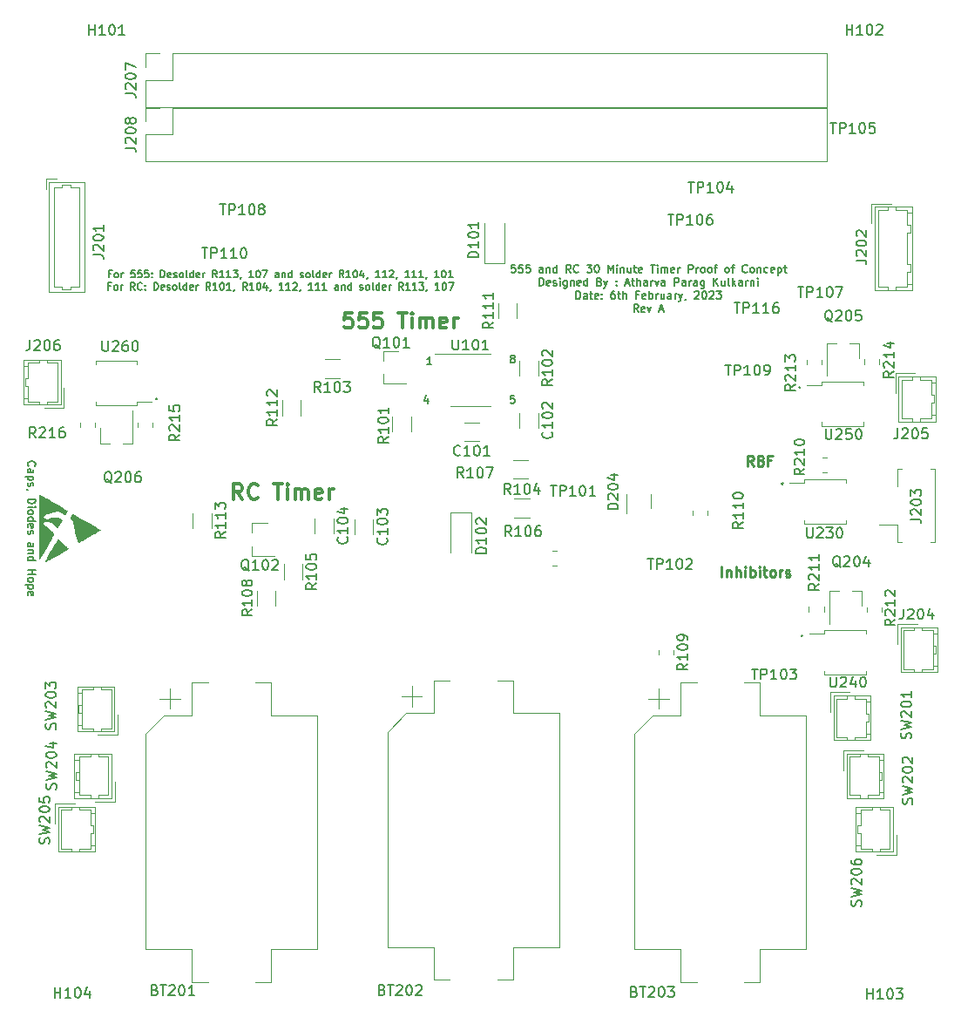
<source format=gbr>
%TF.GenerationSoftware,KiCad,Pcbnew,(5.1.12)-1*%
%TF.CreationDate,2023-02-07T17:32:02-05:00*%
%TF.ProjectId,RADSAT-SK Timer 2,52414453-4154-42d5-934b-2054696d6572,rev?*%
%TF.SameCoordinates,PX7735940PY2faf080*%
%TF.FileFunction,Legend,Top*%
%TF.FilePolarity,Positive*%
%FSLAX46Y46*%
G04 Gerber Fmt 4.6, Leading zero omitted, Abs format (unit mm)*
G04 Created by KiCad (PCBNEW (5.1.12)-1) date 2023-02-07 17:32:02*
%MOMM*%
%LPD*%
G01*
G04 APERTURE LIST*
%ADD10C,0.150000*%
%ADD11C,0.300000*%
%ADD12C,0.180000*%
%ADD13C,0.250000*%
%ADD14C,0.010000*%
%ADD15C,0.120000*%
G04 APERTURE END LIST*
D10*
X-80836867Y-24874360D02*
X-81070200Y-24874360D01*
X-81070200Y-25241026D02*
X-81070200Y-24541026D01*
X-80736867Y-24541026D01*
X-80370200Y-25241026D02*
X-80436867Y-25207693D01*
X-80470200Y-25174360D01*
X-80503534Y-25107693D01*
X-80503534Y-24907693D01*
X-80470200Y-24841026D01*
X-80436867Y-24807693D01*
X-80370200Y-24774360D01*
X-80270200Y-24774360D01*
X-80203534Y-24807693D01*
X-80170200Y-24841026D01*
X-80136867Y-24907693D01*
X-80136867Y-25107693D01*
X-80170200Y-25174360D01*
X-80203534Y-25207693D01*
X-80270200Y-25241026D01*
X-80370200Y-25241026D01*
X-79836867Y-25241026D02*
X-79836867Y-24774360D01*
X-79836867Y-24907693D02*
X-79803534Y-24841026D01*
X-79770200Y-24807693D01*
X-79703534Y-24774360D01*
X-79636867Y-24774360D01*
X-78536867Y-24541026D02*
X-78870200Y-24541026D01*
X-78903534Y-24874360D01*
X-78870200Y-24841026D01*
X-78803534Y-24807693D01*
X-78636867Y-24807693D01*
X-78570200Y-24841026D01*
X-78536867Y-24874360D01*
X-78503534Y-24941026D01*
X-78503534Y-25107693D01*
X-78536867Y-25174360D01*
X-78570200Y-25207693D01*
X-78636867Y-25241026D01*
X-78803534Y-25241026D01*
X-78870200Y-25207693D01*
X-78903534Y-25174360D01*
X-77870200Y-24541026D02*
X-78203534Y-24541026D01*
X-78236867Y-24874360D01*
X-78203534Y-24841026D01*
X-78136867Y-24807693D01*
X-77970200Y-24807693D01*
X-77903534Y-24841026D01*
X-77870200Y-24874360D01*
X-77836867Y-24941026D01*
X-77836867Y-25107693D01*
X-77870200Y-25174360D01*
X-77903534Y-25207693D01*
X-77970200Y-25241026D01*
X-78136867Y-25241026D01*
X-78203534Y-25207693D01*
X-78236867Y-25174360D01*
X-77203534Y-24541026D02*
X-77536867Y-24541026D01*
X-77570200Y-24874360D01*
X-77536867Y-24841026D01*
X-77470200Y-24807693D01*
X-77303534Y-24807693D01*
X-77236867Y-24841026D01*
X-77203534Y-24874360D01*
X-77170200Y-24941026D01*
X-77170200Y-25107693D01*
X-77203534Y-25174360D01*
X-77236867Y-25207693D01*
X-77303534Y-25241026D01*
X-77470200Y-25241026D01*
X-77536867Y-25207693D01*
X-77570200Y-25174360D01*
X-76870200Y-25174360D02*
X-76836867Y-25207693D01*
X-76870200Y-25241026D01*
X-76903534Y-25207693D01*
X-76870200Y-25174360D01*
X-76870200Y-25241026D01*
X-76870200Y-24807693D02*
X-76836867Y-24841026D01*
X-76870200Y-24874360D01*
X-76903534Y-24841026D01*
X-76870200Y-24807693D01*
X-76870200Y-24874360D01*
X-76003534Y-25241026D02*
X-76003534Y-24541026D01*
X-75836867Y-24541026D01*
X-75736867Y-24574360D01*
X-75670200Y-24641026D01*
X-75636867Y-24707693D01*
X-75603534Y-24841026D01*
X-75603534Y-24941026D01*
X-75636867Y-25074360D01*
X-75670200Y-25141026D01*
X-75736867Y-25207693D01*
X-75836867Y-25241026D01*
X-76003534Y-25241026D01*
X-75036867Y-25207693D02*
X-75103534Y-25241026D01*
X-75236867Y-25241026D01*
X-75303534Y-25207693D01*
X-75336867Y-25141026D01*
X-75336867Y-24874360D01*
X-75303534Y-24807693D01*
X-75236867Y-24774360D01*
X-75103534Y-24774360D01*
X-75036867Y-24807693D01*
X-75003534Y-24874360D01*
X-75003534Y-24941026D01*
X-75336867Y-25007693D01*
X-74736867Y-25207693D02*
X-74670200Y-25241026D01*
X-74536867Y-25241026D01*
X-74470200Y-25207693D01*
X-74436867Y-25141026D01*
X-74436867Y-25107693D01*
X-74470200Y-25041026D01*
X-74536867Y-25007693D01*
X-74636867Y-25007693D01*
X-74703534Y-24974360D01*
X-74736867Y-24907693D01*
X-74736867Y-24874360D01*
X-74703534Y-24807693D01*
X-74636867Y-24774360D01*
X-74536867Y-24774360D01*
X-74470200Y-24807693D01*
X-74036867Y-25241026D02*
X-74103534Y-25207693D01*
X-74136867Y-25174360D01*
X-74170200Y-25107693D01*
X-74170200Y-24907693D01*
X-74136867Y-24841026D01*
X-74103534Y-24807693D01*
X-74036867Y-24774360D01*
X-73936867Y-24774360D01*
X-73870200Y-24807693D01*
X-73836867Y-24841026D01*
X-73803534Y-24907693D01*
X-73803534Y-25107693D01*
X-73836867Y-25174360D01*
X-73870200Y-25207693D01*
X-73936867Y-25241026D01*
X-74036867Y-25241026D01*
X-73403534Y-25241026D02*
X-73470200Y-25207693D01*
X-73503534Y-25141026D01*
X-73503534Y-24541026D01*
X-72836867Y-25241026D02*
X-72836867Y-24541026D01*
X-72836867Y-25207693D02*
X-72903534Y-25241026D01*
X-73036867Y-25241026D01*
X-73103534Y-25207693D01*
X-73136867Y-25174360D01*
X-73170200Y-25107693D01*
X-73170200Y-24907693D01*
X-73136867Y-24841026D01*
X-73103534Y-24807693D01*
X-73036867Y-24774360D01*
X-72903534Y-24774360D01*
X-72836867Y-24807693D01*
X-72236867Y-25207693D02*
X-72303534Y-25241026D01*
X-72436867Y-25241026D01*
X-72503534Y-25207693D01*
X-72536867Y-25141026D01*
X-72536867Y-24874360D01*
X-72503534Y-24807693D01*
X-72436867Y-24774360D01*
X-72303534Y-24774360D01*
X-72236867Y-24807693D01*
X-72203534Y-24874360D01*
X-72203534Y-24941026D01*
X-72536867Y-25007693D01*
X-71903534Y-25241026D02*
X-71903534Y-24774360D01*
X-71903534Y-24907693D02*
X-71870200Y-24841026D01*
X-71836867Y-24807693D01*
X-71770200Y-24774360D01*
X-71703534Y-24774360D01*
X-70536867Y-25241026D02*
X-70770200Y-24907693D01*
X-70936867Y-25241026D02*
X-70936867Y-24541026D01*
X-70670200Y-24541026D01*
X-70603534Y-24574360D01*
X-70570200Y-24607693D01*
X-70536867Y-24674360D01*
X-70536867Y-24774360D01*
X-70570200Y-24841026D01*
X-70603534Y-24874360D01*
X-70670200Y-24907693D01*
X-70936867Y-24907693D01*
X-69870200Y-25241026D02*
X-70270200Y-25241026D01*
X-70070200Y-25241026D02*
X-70070200Y-24541026D01*
X-70136867Y-24641026D01*
X-70203534Y-24707693D01*
X-70270200Y-24741026D01*
X-69203534Y-25241026D02*
X-69603534Y-25241026D01*
X-69403534Y-25241026D02*
X-69403534Y-24541026D01*
X-69470200Y-24641026D01*
X-69536867Y-24707693D01*
X-69603534Y-24741026D01*
X-68970200Y-24541026D02*
X-68536867Y-24541026D01*
X-68770200Y-24807693D01*
X-68670200Y-24807693D01*
X-68603534Y-24841026D01*
X-68570200Y-24874360D01*
X-68536867Y-24941026D01*
X-68536867Y-25107693D01*
X-68570200Y-25174360D01*
X-68603534Y-25207693D01*
X-68670200Y-25241026D01*
X-68870200Y-25241026D01*
X-68936867Y-25207693D01*
X-68970200Y-25174360D01*
X-68203534Y-25207693D02*
X-68203534Y-25241026D01*
X-68236867Y-25307693D01*
X-68270200Y-25341026D01*
X-67003534Y-25241026D02*
X-67403534Y-25241026D01*
X-67203534Y-25241026D02*
X-67203534Y-24541026D01*
X-67270200Y-24641026D01*
X-67336867Y-24707693D01*
X-67403534Y-24741026D01*
X-66570200Y-24541026D02*
X-66503534Y-24541026D01*
X-66436867Y-24574360D01*
X-66403534Y-24607693D01*
X-66370200Y-24674360D01*
X-66336867Y-24807693D01*
X-66336867Y-24974360D01*
X-66370200Y-25107693D01*
X-66403534Y-25174360D01*
X-66436867Y-25207693D01*
X-66503534Y-25241026D01*
X-66570200Y-25241026D01*
X-66636867Y-25207693D01*
X-66670200Y-25174360D01*
X-66703534Y-25107693D01*
X-66736867Y-24974360D01*
X-66736867Y-24807693D01*
X-66703534Y-24674360D01*
X-66670200Y-24607693D01*
X-66636867Y-24574360D01*
X-66570200Y-24541026D01*
X-66103534Y-24541026D02*
X-65636867Y-24541026D01*
X-65936867Y-25241026D01*
X-64536867Y-25241026D02*
X-64536867Y-24874360D01*
X-64570200Y-24807693D01*
X-64636867Y-24774360D01*
X-64770200Y-24774360D01*
X-64836867Y-24807693D01*
X-64536867Y-25207693D02*
X-64603534Y-25241026D01*
X-64770200Y-25241026D01*
X-64836867Y-25207693D01*
X-64870200Y-25141026D01*
X-64870200Y-25074360D01*
X-64836867Y-25007693D01*
X-64770200Y-24974360D01*
X-64603534Y-24974360D01*
X-64536867Y-24941026D01*
X-64203534Y-24774360D02*
X-64203534Y-25241026D01*
X-64203534Y-24841026D02*
X-64170200Y-24807693D01*
X-64103534Y-24774360D01*
X-64003534Y-24774360D01*
X-63936867Y-24807693D01*
X-63903534Y-24874360D01*
X-63903534Y-25241026D01*
X-63270200Y-25241026D02*
X-63270200Y-24541026D01*
X-63270200Y-25207693D02*
X-63336867Y-25241026D01*
X-63470200Y-25241026D01*
X-63536867Y-25207693D01*
X-63570200Y-25174360D01*
X-63603534Y-25107693D01*
X-63603534Y-24907693D01*
X-63570200Y-24841026D01*
X-63536867Y-24807693D01*
X-63470200Y-24774360D01*
X-63336867Y-24774360D01*
X-63270200Y-24807693D01*
X-62436867Y-25207693D02*
X-62370200Y-25241026D01*
X-62236867Y-25241026D01*
X-62170200Y-25207693D01*
X-62136867Y-25141026D01*
X-62136867Y-25107693D01*
X-62170200Y-25041026D01*
X-62236867Y-25007693D01*
X-62336867Y-25007693D01*
X-62403534Y-24974360D01*
X-62436867Y-24907693D01*
X-62436867Y-24874360D01*
X-62403534Y-24807693D01*
X-62336867Y-24774360D01*
X-62236867Y-24774360D01*
X-62170200Y-24807693D01*
X-61736867Y-25241026D02*
X-61803534Y-25207693D01*
X-61836867Y-25174360D01*
X-61870200Y-25107693D01*
X-61870200Y-24907693D01*
X-61836867Y-24841026D01*
X-61803534Y-24807693D01*
X-61736867Y-24774360D01*
X-61636867Y-24774360D01*
X-61570200Y-24807693D01*
X-61536867Y-24841026D01*
X-61503534Y-24907693D01*
X-61503534Y-25107693D01*
X-61536867Y-25174360D01*
X-61570200Y-25207693D01*
X-61636867Y-25241026D01*
X-61736867Y-25241026D01*
X-61103534Y-25241026D02*
X-61170200Y-25207693D01*
X-61203534Y-25141026D01*
X-61203534Y-24541026D01*
X-60536867Y-25241026D02*
X-60536867Y-24541026D01*
X-60536867Y-25207693D02*
X-60603534Y-25241026D01*
X-60736867Y-25241026D01*
X-60803534Y-25207693D01*
X-60836867Y-25174360D01*
X-60870200Y-25107693D01*
X-60870200Y-24907693D01*
X-60836867Y-24841026D01*
X-60803534Y-24807693D01*
X-60736867Y-24774360D01*
X-60603534Y-24774360D01*
X-60536867Y-24807693D01*
X-59936867Y-25207693D02*
X-60003534Y-25241026D01*
X-60136867Y-25241026D01*
X-60203534Y-25207693D01*
X-60236867Y-25141026D01*
X-60236867Y-24874360D01*
X-60203534Y-24807693D01*
X-60136867Y-24774360D01*
X-60003534Y-24774360D01*
X-59936867Y-24807693D01*
X-59903534Y-24874360D01*
X-59903534Y-24941026D01*
X-60236867Y-25007693D01*
X-59603534Y-25241026D02*
X-59603534Y-24774360D01*
X-59603534Y-24907693D02*
X-59570200Y-24841026D01*
X-59536867Y-24807693D01*
X-59470200Y-24774360D01*
X-59403534Y-24774360D01*
X-58236867Y-25241026D02*
X-58470200Y-24907693D01*
X-58636867Y-25241026D02*
X-58636867Y-24541026D01*
X-58370200Y-24541026D01*
X-58303534Y-24574360D01*
X-58270200Y-24607693D01*
X-58236867Y-24674360D01*
X-58236867Y-24774360D01*
X-58270200Y-24841026D01*
X-58303534Y-24874360D01*
X-58370200Y-24907693D01*
X-58636867Y-24907693D01*
X-57570200Y-25241026D02*
X-57970200Y-25241026D01*
X-57770200Y-25241026D02*
X-57770200Y-24541026D01*
X-57836867Y-24641026D01*
X-57903534Y-24707693D01*
X-57970200Y-24741026D01*
X-57136867Y-24541026D02*
X-57070200Y-24541026D01*
X-57003534Y-24574360D01*
X-56970200Y-24607693D01*
X-56936867Y-24674360D01*
X-56903534Y-24807693D01*
X-56903534Y-24974360D01*
X-56936867Y-25107693D01*
X-56970200Y-25174360D01*
X-57003534Y-25207693D01*
X-57070200Y-25241026D01*
X-57136867Y-25241026D01*
X-57203534Y-25207693D01*
X-57236867Y-25174360D01*
X-57270200Y-25107693D01*
X-57303534Y-24974360D01*
X-57303534Y-24807693D01*
X-57270200Y-24674360D01*
X-57236867Y-24607693D01*
X-57203534Y-24574360D01*
X-57136867Y-24541026D01*
X-56303534Y-24774360D02*
X-56303534Y-25241026D01*
X-56470200Y-24507693D02*
X-56636867Y-25007693D01*
X-56203534Y-25007693D01*
X-55903534Y-25207693D02*
X-55903534Y-25241026D01*
X-55936867Y-25307693D01*
X-55970200Y-25341026D01*
X-54703534Y-25241026D02*
X-55103534Y-25241026D01*
X-54903534Y-25241026D02*
X-54903534Y-24541026D01*
X-54970200Y-24641026D01*
X-55036867Y-24707693D01*
X-55103534Y-24741026D01*
X-54036867Y-25241026D02*
X-54436867Y-25241026D01*
X-54236867Y-25241026D02*
X-54236867Y-24541026D01*
X-54303534Y-24641026D01*
X-54370200Y-24707693D01*
X-54436867Y-24741026D01*
X-53770200Y-24607693D02*
X-53736867Y-24574360D01*
X-53670200Y-24541026D01*
X-53503534Y-24541026D01*
X-53436867Y-24574360D01*
X-53403534Y-24607693D01*
X-53370200Y-24674360D01*
X-53370200Y-24741026D01*
X-53403534Y-24841026D01*
X-53803534Y-25241026D01*
X-53370200Y-25241026D01*
X-53036867Y-25207693D02*
X-53036867Y-25241026D01*
X-53070200Y-25307693D01*
X-53103534Y-25341026D01*
X-51836867Y-25241026D02*
X-52236867Y-25241026D01*
X-52036867Y-25241026D02*
X-52036867Y-24541026D01*
X-52103534Y-24641026D01*
X-52170200Y-24707693D01*
X-52236867Y-24741026D01*
X-51170200Y-25241026D02*
X-51570200Y-25241026D01*
X-51370200Y-25241026D02*
X-51370200Y-24541026D01*
X-51436867Y-24641026D01*
X-51503534Y-24707693D01*
X-51570200Y-24741026D01*
X-50503534Y-25241026D02*
X-50903534Y-25241026D01*
X-50703534Y-25241026D02*
X-50703534Y-24541026D01*
X-50770200Y-24641026D01*
X-50836867Y-24707693D01*
X-50903534Y-24741026D01*
X-50170200Y-25207693D02*
X-50170200Y-25241026D01*
X-50203534Y-25307693D01*
X-50236867Y-25341026D01*
X-48970200Y-25241026D02*
X-49370200Y-25241026D01*
X-49170200Y-25241026D02*
X-49170200Y-24541026D01*
X-49236867Y-24641026D01*
X-49303534Y-24707693D01*
X-49370200Y-24741026D01*
X-48536867Y-24541026D02*
X-48470200Y-24541026D01*
X-48403534Y-24574360D01*
X-48370200Y-24607693D01*
X-48336867Y-24674360D01*
X-48303534Y-24807693D01*
X-48303534Y-24974360D01*
X-48336867Y-25107693D01*
X-48370200Y-25174360D01*
X-48403534Y-25207693D01*
X-48470200Y-25241026D01*
X-48536867Y-25241026D01*
X-48603534Y-25207693D01*
X-48636867Y-25174360D01*
X-48670200Y-25107693D01*
X-48703534Y-24974360D01*
X-48703534Y-24807693D01*
X-48670200Y-24674360D01*
X-48636867Y-24607693D01*
X-48603534Y-24574360D01*
X-48536867Y-24541026D01*
X-47636867Y-25241026D02*
X-48036867Y-25241026D01*
X-47836867Y-25241026D02*
X-47836867Y-24541026D01*
X-47903534Y-24641026D01*
X-47970200Y-24707693D01*
X-48036867Y-24741026D01*
X-80886867Y-26074360D02*
X-81120200Y-26074360D01*
X-81120200Y-26441026D02*
X-81120200Y-25741026D01*
X-80786867Y-25741026D01*
X-80420200Y-26441026D02*
X-80486867Y-26407693D01*
X-80520200Y-26374360D01*
X-80553534Y-26307693D01*
X-80553534Y-26107693D01*
X-80520200Y-26041026D01*
X-80486867Y-26007693D01*
X-80420200Y-25974360D01*
X-80320200Y-25974360D01*
X-80253534Y-26007693D01*
X-80220200Y-26041026D01*
X-80186867Y-26107693D01*
X-80186867Y-26307693D01*
X-80220200Y-26374360D01*
X-80253534Y-26407693D01*
X-80320200Y-26441026D01*
X-80420200Y-26441026D01*
X-79886867Y-26441026D02*
X-79886867Y-25974360D01*
X-79886867Y-26107693D02*
X-79853534Y-26041026D01*
X-79820200Y-26007693D01*
X-79753534Y-25974360D01*
X-79686867Y-25974360D01*
X-78520200Y-26441026D02*
X-78753534Y-26107693D01*
X-78920200Y-26441026D02*
X-78920200Y-25741026D01*
X-78653534Y-25741026D01*
X-78586867Y-25774360D01*
X-78553534Y-25807693D01*
X-78520200Y-25874360D01*
X-78520200Y-25974360D01*
X-78553534Y-26041026D01*
X-78586867Y-26074360D01*
X-78653534Y-26107693D01*
X-78920200Y-26107693D01*
X-77820200Y-26374360D02*
X-77853534Y-26407693D01*
X-77953534Y-26441026D01*
X-78020200Y-26441026D01*
X-78120200Y-26407693D01*
X-78186867Y-26341026D01*
X-78220200Y-26274360D01*
X-78253534Y-26141026D01*
X-78253534Y-26041026D01*
X-78220200Y-25907693D01*
X-78186867Y-25841026D01*
X-78120200Y-25774360D01*
X-78020200Y-25741026D01*
X-77953534Y-25741026D01*
X-77853534Y-25774360D01*
X-77820200Y-25807693D01*
X-77520200Y-26374360D02*
X-77486867Y-26407693D01*
X-77520200Y-26441026D01*
X-77553534Y-26407693D01*
X-77520200Y-26374360D01*
X-77520200Y-26441026D01*
X-77520200Y-26007693D02*
X-77486867Y-26041026D01*
X-77520200Y-26074360D01*
X-77553534Y-26041026D01*
X-77520200Y-26007693D01*
X-77520200Y-26074360D01*
X-76653534Y-26441026D02*
X-76653534Y-25741026D01*
X-76486867Y-25741026D01*
X-76386867Y-25774360D01*
X-76320200Y-25841026D01*
X-76286867Y-25907693D01*
X-76253534Y-26041026D01*
X-76253534Y-26141026D01*
X-76286867Y-26274360D01*
X-76320200Y-26341026D01*
X-76386867Y-26407693D01*
X-76486867Y-26441026D01*
X-76653534Y-26441026D01*
X-75686867Y-26407693D02*
X-75753534Y-26441026D01*
X-75886867Y-26441026D01*
X-75953534Y-26407693D01*
X-75986867Y-26341026D01*
X-75986867Y-26074360D01*
X-75953534Y-26007693D01*
X-75886867Y-25974360D01*
X-75753534Y-25974360D01*
X-75686867Y-26007693D01*
X-75653534Y-26074360D01*
X-75653534Y-26141026D01*
X-75986867Y-26207693D01*
X-75386867Y-26407693D02*
X-75320200Y-26441026D01*
X-75186867Y-26441026D01*
X-75120200Y-26407693D01*
X-75086867Y-26341026D01*
X-75086867Y-26307693D01*
X-75120200Y-26241026D01*
X-75186867Y-26207693D01*
X-75286867Y-26207693D01*
X-75353534Y-26174360D01*
X-75386867Y-26107693D01*
X-75386867Y-26074360D01*
X-75353534Y-26007693D01*
X-75286867Y-25974360D01*
X-75186867Y-25974360D01*
X-75120200Y-26007693D01*
X-74686867Y-26441026D02*
X-74753534Y-26407693D01*
X-74786867Y-26374360D01*
X-74820200Y-26307693D01*
X-74820200Y-26107693D01*
X-74786867Y-26041026D01*
X-74753534Y-26007693D01*
X-74686867Y-25974360D01*
X-74586867Y-25974360D01*
X-74520200Y-26007693D01*
X-74486867Y-26041026D01*
X-74453534Y-26107693D01*
X-74453534Y-26307693D01*
X-74486867Y-26374360D01*
X-74520200Y-26407693D01*
X-74586867Y-26441026D01*
X-74686867Y-26441026D01*
X-74053534Y-26441026D02*
X-74120200Y-26407693D01*
X-74153534Y-26341026D01*
X-74153534Y-25741026D01*
X-73486867Y-26441026D02*
X-73486867Y-25741026D01*
X-73486867Y-26407693D02*
X-73553534Y-26441026D01*
X-73686867Y-26441026D01*
X-73753534Y-26407693D01*
X-73786867Y-26374360D01*
X-73820200Y-26307693D01*
X-73820200Y-26107693D01*
X-73786867Y-26041026D01*
X-73753534Y-26007693D01*
X-73686867Y-25974360D01*
X-73553534Y-25974360D01*
X-73486867Y-26007693D01*
X-72886867Y-26407693D02*
X-72953534Y-26441026D01*
X-73086867Y-26441026D01*
X-73153534Y-26407693D01*
X-73186867Y-26341026D01*
X-73186867Y-26074360D01*
X-73153534Y-26007693D01*
X-73086867Y-25974360D01*
X-72953534Y-25974360D01*
X-72886867Y-26007693D01*
X-72853534Y-26074360D01*
X-72853534Y-26141026D01*
X-73186867Y-26207693D01*
X-72553534Y-26441026D02*
X-72553534Y-25974360D01*
X-72553534Y-26107693D02*
X-72520200Y-26041026D01*
X-72486867Y-26007693D01*
X-72420200Y-25974360D01*
X-72353534Y-25974360D01*
X-71186867Y-26441026D02*
X-71420200Y-26107693D01*
X-71586867Y-26441026D02*
X-71586867Y-25741026D01*
X-71320200Y-25741026D01*
X-71253534Y-25774360D01*
X-71220200Y-25807693D01*
X-71186867Y-25874360D01*
X-71186867Y-25974360D01*
X-71220200Y-26041026D01*
X-71253534Y-26074360D01*
X-71320200Y-26107693D01*
X-71586867Y-26107693D01*
X-70520200Y-26441026D02*
X-70920200Y-26441026D01*
X-70720200Y-26441026D02*
X-70720200Y-25741026D01*
X-70786867Y-25841026D01*
X-70853534Y-25907693D01*
X-70920200Y-25941026D01*
X-70086867Y-25741026D02*
X-70020200Y-25741026D01*
X-69953534Y-25774360D01*
X-69920200Y-25807693D01*
X-69886867Y-25874360D01*
X-69853534Y-26007693D01*
X-69853534Y-26174360D01*
X-69886867Y-26307693D01*
X-69920200Y-26374360D01*
X-69953534Y-26407693D01*
X-70020200Y-26441026D01*
X-70086867Y-26441026D01*
X-70153534Y-26407693D01*
X-70186867Y-26374360D01*
X-70220200Y-26307693D01*
X-70253534Y-26174360D01*
X-70253534Y-26007693D01*
X-70220200Y-25874360D01*
X-70186867Y-25807693D01*
X-70153534Y-25774360D01*
X-70086867Y-25741026D01*
X-69186867Y-26441026D02*
X-69586867Y-26441026D01*
X-69386867Y-26441026D02*
X-69386867Y-25741026D01*
X-69453534Y-25841026D01*
X-69520200Y-25907693D01*
X-69586867Y-25941026D01*
X-68853534Y-26407693D02*
X-68853534Y-26441026D01*
X-68886867Y-26507693D01*
X-68920200Y-26541026D01*
X-67620200Y-26441026D02*
X-67853534Y-26107693D01*
X-68020200Y-26441026D02*
X-68020200Y-25741026D01*
X-67753534Y-25741026D01*
X-67686867Y-25774360D01*
X-67653534Y-25807693D01*
X-67620200Y-25874360D01*
X-67620200Y-25974360D01*
X-67653534Y-26041026D01*
X-67686867Y-26074360D01*
X-67753534Y-26107693D01*
X-68020200Y-26107693D01*
X-66953534Y-26441026D02*
X-67353534Y-26441026D01*
X-67153534Y-26441026D02*
X-67153534Y-25741026D01*
X-67220200Y-25841026D01*
X-67286867Y-25907693D01*
X-67353534Y-25941026D01*
X-66520200Y-25741026D02*
X-66453534Y-25741026D01*
X-66386867Y-25774360D01*
X-66353534Y-25807693D01*
X-66320200Y-25874360D01*
X-66286867Y-26007693D01*
X-66286867Y-26174360D01*
X-66320200Y-26307693D01*
X-66353534Y-26374360D01*
X-66386867Y-26407693D01*
X-66453534Y-26441026D01*
X-66520200Y-26441026D01*
X-66586867Y-26407693D01*
X-66620200Y-26374360D01*
X-66653534Y-26307693D01*
X-66686867Y-26174360D01*
X-66686867Y-26007693D01*
X-66653534Y-25874360D01*
X-66620200Y-25807693D01*
X-66586867Y-25774360D01*
X-66520200Y-25741026D01*
X-65686867Y-25974360D02*
X-65686867Y-26441026D01*
X-65853534Y-25707693D02*
X-66020200Y-26207693D01*
X-65586867Y-26207693D01*
X-65286867Y-26407693D02*
X-65286867Y-26441026D01*
X-65320200Y-26507693D01*
X-65353534Y-26541026D01*
X-64086867Y-26441026D02*
X-64486867Y-26441026D01*
X-64286867Y-26441026D02*
X-64286867Y-25741026D01*
X-64353534Y-25841026D01*
X-64420200Y-25907693D01*
X-64486867Y-25941026D01*
X-63420200Y-26441026D02*
X-63820200Y-26441026D01*
X-63620200Y-26441026D02*
X-63620200Y-25741026D01*
X-63686867Y-25841026D01*
X-63753534Y-25907693D01*
X-63820200Y-25941026D01*
X-63153534Y-25807693D02*
X-63120200Y-25774360D01*
X-63053534Y-25741026D01*
X-62886867Y-25741026D01*
X-62820200Y-25774360D01*
X-62786867Y-25807693D01*
X-62753534Y-25874360D01*
X-62753534Y-25941026D01*
X-62786867Y-26041026D01*
X-63186867Y-26441026D01*
X-62753534Y-26441026D01*
X-62420200Y-26407693D02*
X-62420200Y-26441026D01*
X-62453534Y-26507693D01*
X-62486867Y-26541026D01*
X-61220200Y-26441026D02*
X-61620200Y-26441026D01*
X-61420200Y-26441026D02*
X-61420200Y-25741026D01*
X-61486867Y-25841026D01*
X-61553534Y-25907693D01*
X-61620200Y-25941026D01*
X-60553534Y-26441026D02*
X-60953534Y-26441026D01*
X-60753534Y-26441026D02*
X-60753534Y-25741026D01*
X-60820200Y-25841026D01*
X-60886867Y-25907693D01*
X-60953534Y-25941026D01*
X-59886867Y-26441026D02*
X-60286867Y-26441026D01*
X-60086867Y-26441026D02*
X-60086867Y-25741026D01*
X-60153534Y-25841026D01*
X-60220200Y-25907693D01*
X-60286867Y-25941026D01*
X-58753534Y-26441026D02*
X-58753534Y-26074360D01*
X-58786867Y-26007693D01*
X-58853534Y-25974360D01*
X-58986867Y-25974360D01*
X-59053534Y-26007693D01*
X-58753534Y-26407693D02*
X-58820200Y-26441026D01*
X-58986867Y-26441026D01*
X-59053534Y-26407693D01*
X-59086867Y-26341026D01*
X-59086867Y-26274360D01*
X-59053534Y-26207693D01*
X-58986867Y-26174360D01*
X-58820200Y-26174360D01*
X-58753534Y-26141026D01*
X-58420200Y-25974360D02*
X-58420200Y-26441026D01*
X-58420200Y-26041026D02*
X-58386867Y-26007693D01*
X-58320200Y-25974360D01*
X-58220200Y-25974360D01*
X-58153534Y-26007693D01*
X-58120200Y-26074360D01*
X-58120200Y-26441026D01*
X-57486867Y-26441026D02*
X-57486867Y-25741026D01*
X-57486867Y-26407693D02*
X-57553534Y-26441026D01*
X-57686867Y-26441026D01*
X-57753534Y-26407693D01*
X-57786867Y-26374360D01*
X-57820200Y-26307693D01*
X-57820200Y-26107693D01*
X-57786867Y-26041026D01*
X-57753534Y-26007693D01*
X-57686867Y-25974360D01*
X-57553534Y-25974360D01*
X-57486867Y-26007693D01*
X-56653534Y-26407693D02*
X-56586867Y-26441026D01*
X-56453534Y-26441026D01*
X-56386867Y-26407693D01*
X-56353534Y-26341026D01*
X-56353534Y-26307693D01*
X-56386867Y-26241026D01*
X-56453534Y-26207693D01*
X-56553534Y-26207693D01*
X-56620200Y-26174360D01*
X-56653534Y-26107693D01*
X-56653534Y-26074360D01*
X-56620200Y-26007693D01*
X-56553534Y-25974360D01*
X-56453534Y-25974360D01*
X-56386867Y-26007693D01*
X-55953534Y-26441026D02*
X-56020200Y-26407693D01*
X-56053534Y-26374360D01*
X-56086867Y-26307693D01*
X-56086867Y-26107693D01*
X-56053534Y-26041026D01*
X-56020200Y-26007693D01*
X-55953534Y-25974360D01*
X-55853534Y-25974360D01*
X-55786867Y-26007693D01*
X-55753534Y-26041026D01*
X-55720200Y-26107693D01*
X-55720200Y-26307693D01*
X-55753534Y-26374360D01*
X-55786867Y-26407693D01*
X-55853534Y-26441026D01*
X-55953534Y-26441026D01*
X-55320200Y-26441026D02*
X-55386867Y-26407693D01*
X-55420200Y-26341026D01*
X-55420200Y-25741026D01*
X-54753534Y-26441026D02*
X-54753534Y-25741026D01*
X-54753534Y-26407693D02*
X-54820200Y-26441026D01*
X-54953534Y-26441026D01*
X-55020200Y-26407693D01*
X-55053534Y-26374360D01*
X-55086867Y-26307693D01*
X-55086867Y-26107693D01*
X-55053534Y-26041026D01*
X-55020200Y-26007693D01*
X-54953534Y-25974360D01*
X-54820200Y-25974360D01*
X-54753534Y-26007693D01*
X-54153534Y-26407693D02*
X-54220200Y-26441026D01*
X-54353534Y-26441026D01*
X-54420200Y-26407693D01*
X-54453534Y-26341026D01*
X-54453534Y-26074360D01*
X-54420200Y-26007693D01*
X-54353534Y-25974360D01*
X-54220200Y-25974360D01*
X-54153534Y-26007693D01*
X-54120200Y-26074360D01*
X-54120200Y-26141026D01*
X-54453534Y-26207693D01*
X-53820200Y-26441026D02*
X-53820200Y-25974360D01*
X-53820200Y-26107693D02*
X-53786867Y-26041026D01*
X-53753534Y-26007693D01*
X-53686867Y-25974360D01*
X-53620200Y-25974360D01*
X-52453534Y-26441026D02*
X-52686867Y-26107693D01*
X-52853534Y-26441026D02*
X-52853534Y-25741026D01*
X-52586867Y-25741026D01*
X-52520200Y-25774360D01*
X-52486867Y-25807693D01*
X-52453534Y-25874360D01*
X-52453534Y-25974360D01*
X-52486867Y-26041026D01*
X-52520200Y-26074360D01*
X-52586867Y-26107693D01*
X-52853534Y-26107693D01*
X-51786867Y-26441026D02*
X-52186867Y-26441026D01*
X-51986867Y-26441026D02*
X-51986867Y-25741026D01*
X-52053534Y-25841026D01*
X-52120200Y-25907693D01*
X-52186867Y-25941026D01*
X-51120200Y-26441026D02*
X-51520200Y-26441026D01*
X-51320200Y-26441026D02*
X-51320200Y-25741026D01*
X-51386867Y-25841026D01*
X-51453534Y-25907693D01*
X-51520200Y-25941026D01*
X-50886867Y-25741026D02*
X-50453534Y-25741026D01*
X-50686867Y-26007693D01*
X-50586867Y-26007693D01*
X-50520200Y-26041026D01*
X-50486867Y-26074360D01*
X-50453534Y-26141026D01*
X-50453534Y-26307693D01*
X-50486867Y-26374360D01*
X-50520200Y-26407693D01*
X-50586867Y-26441026D01*
X-50786867Y-26441026D01*
X-50853534Y-26407693D01*
X-50886867Y-26374360D01*
X-50120200Y-26407693D02*
X-50120200Y-26441026D01*
X-50153534Y-26507693D01*
X-50186867Y-26541026D01*
X-48920200Y-26441026D02*
X-49320200Y-26441026D01*
X-49120200Y-26441026D02*
X-49120200Y-25741026D01*
X-49186867Y-25841026D01*
X-49253534Y-25907693D01*
X-49320200Y-25941026D01*
X-48486867Y-25741026D02*
X-48420200Y-25741026D01*
X-48353534Y-25774360D01*
X-48320200Y-25807693D01*
X-48286867Y-25874360D01*
X-48253534Y-26007693D01*
X-48253534Y-26174360D01*
X-48286867Y-26307693D01*
X-48320200Y-26374360D01*
X-48353534Y-26407693D01*
X-48420200Y-26441026D01*
X-48486867Y-26441026D01*
X-48553534Y-26407693D01*
X-48586867Y-26374360D01*
X-48620200Y-26307693D01*
X-48653534Y-26174360D01*
X-48653534Y-26007693D01*
X-48620200Y-25874360D01*
X-48586867Y-25807693D01*
X-48553534Y-25774360D01*
X-48486867Y-25741026D01*
X-48020200Y-25741026D02*
X-47553534Y-25741026D01*
X-47853534Y-26441026D01*
D11*
X-68080178Y-46787091D02*
X-68580178Y-46072805D01*
X-68937320Y-46787091D02*
X-68937320Y-45287091D01*
X-68365892Y-45287091D01*
X-68223035Y-45358520D01*
X-68151606Y-45429948D01*
X-68080178Y-45572805D01*
X-68080178Y-45787091D01*
X-68151606Y-45929948D01*
X-68223035Y-46001377D01*
X-68365892Y-46072805D01*
X-68937320Y-46072805D01*
X-66580178Y-46644234D02*
X-66651606Y-46715662D01*
X-66865892Y-46787091D01*
X-67008749Y-46787091D01*
X-67223035Y-46715662D01*
X-67365892Y-46572805D01*
X-67437320Y-46429948D01*
X-67508749Y-46144234D01*
X-67508749Y-45929948D01*
X-67437320Y-45644234D01*
X-67365892Y-45501377D01*
X-67223035Y-45358520D01*
X-67008749Y-45287091D01*
X-66865892Y-45287091D01*
X-66651606Y-45358520D01*
X-66580178Y-45429948D01*
X-65008749Y-45287091D02*
X-64151606Y-45287091D01*
X-64580178Y-46787091D02*
X-64580178Y-45287091D01*
X-63651606Y-46787091D02*
X-63651606Y-45787091D01*
X-63651606Y-45287091D02*
X-63723035Y-45358520D01*
X-63651606Y-45429948D01*
X-63580178Y-45358520D01*
X-63651606Y-45287091D01*
X-63651606Y-45429948D01*
X-62937320Y-46787091D02*
X-62937320Y-45787091D01*
X-62937320Y-45929948D02*
X-62865892Y-45858520D01*
X-62723035Y-45787091D01*
X-62508749Y-45787091D01*
X-62365892Y-45858520D01*
X-62294463Y-46001377D01*
X-62294463Y-46787091D01*
X-62294463Y-46001377D02*
X-62223035Y-45858520D01*
X-62080178Y-45787091D01*
X-61865892Y-45787091D01*
X-61723035Y-45858520D01*
X-61651606Y-46001377D01*
X-61651606Y-46787091D01*
X-60365892Y-46715662D02*
X-60508749Y-46787091D01*
X-60794463Y-46787091D01*
X-60937320Y-46715662D01*
X-61008749Y-46572805D01*
X-61008749Y-46001377D01*
X-60937320Y-45858520D01*
X-60794463Y-45787091D01*
X-60508749Y-45787091D01*
X-60365892Y-45858520D01*
X-60294463Y-46001377D01*
X-60294463Y-46144234D01*
X-61008749Y-46287091D01*
X-59651606Y-46787091D02*
X-59651606Y-45787091D01*
X-59651606Y-46072805D02*
X-59580178Y-45929948D01*
X-59508749Y-45858520D01*
X-59365892Y-45787091D01*
X-59223035Y-45787091D01*
X-57407952Y-28655171D02*
X-58122238Y-28655171D01*
X-58193666Y-29369457D01*
X-58122238Y-29298028D01*
X-57979380Y-29226600D01*
X-57622238Y-29226600D01*
X-57479380Y-29298028D01*
X-57407952Y-29369457D01*
X-57336523Y-29512314D01*
X-57336523Y-29869457D01*
X-57407952Y-30012314D01*
X-57479380Y-30083742D01*
X-57622238Y-30155171D01*
X-57979380Y-30155171D01*
X-58122238Y-30083742D01*
X-58193666Y-30012314D01*
X-55979380Y-28655171D02*
X-56693666Y-28655171D01*
X-56765095Y-29369457D01*
X-56693666Y-29298028D01*
X-56550809Y-29226600D01*
X-56193666Y-29226600D01*
X-56050809Y-29298028D01*
X-55979380Y-29369457D01*
X-55907952Y-29512314D01*
X-55907952Y-29869457D01*
X-55979380Y-30012314D01*
X-56050809Y-30083742D01*
X-56193666Y-30155171D01*
X-56550809Y-30155171D01*
X-56693666Y-30083742D01*
X-56765095Y-30012314D01*
X-54550809Y-28655171D02*
X-55265095Y-28655171D01*
X-55336523Y-29369457D01*
X-55265095Y-29298028D01*
X-55122238Y-29226600D01*
X-54765095Y-29226600D01*
X-54622238Y-29298028D01*
X-54550809Y-29369457D01*
X-54479380Y-29512314D01*
X-54479380Y-29869457D01*
X-54550809Y-30012314D01*
X-54622238Y-30083742D01*
X-54765095Y-30155171D01*
X-55122238Y-30155171D01*
X-55265095Y-30083742D01*
X-55336523Y-30012314D01*
X-52907952Y-28655171D02*
X-52050809Y-28655171D01*
X-52479380Y-30155171D02*
X-52479380Y-28655171D01*
X-51550809Y-30155171D02*
X-51550809Y-29155171D01*
X-51550809Y-28655171D02*
X-51622238Y-28726600D01*
X-51550809Y-28798028D01*
X-51479380Y-28726600D01*
X-51550809Y-28655171D01*
X-51550809Y-28798028D01*
X-50836523Y-30155171D02*
X-50836523Y-29155171D01*
X-50836523Y-29298028D02*
X-50765095Y-29226600D01*
X-50622238Y-29155171D01*
X-50407952Y-29155171D01*
X-50265095Y-29226600D01*
X-50193666Y-29369457D01*
X-50193666Y-30155171D01*
X-50193666Y-29369457D02*
X-50122238Y-29226600D01*
X-49979380Y-29155171D01*
X-49765095Y-29155171D01*
X-49622238Y-29226600D01*
X-49550809Y-29369457D01*
X-49550809Y-30155171D01*
X-48265095Y-30083742D02*
X-48407952Y-30155171D01*
X-48693666Y-30155171D01*
X-48836523Y-30083742D01*
X-48907952Y-29940885D01*
X-48907952Y-29369457D01*
X-48836523Y-29226600D01*
X-48693666Y-29155171D01*
X-48407952Y-29155171D01*
X-48265095Y-29226600D01*
X-48193666Y-29369457D01*
X-48193666Y-29512314D01*
X-48907952Y-29655171D01*
X-47550809Y-30155171D02*
X-47550809Y-29155171D01*
X-47550809Y-29440885D02*
X-47479380Y-29298028D01*
X-47407952Y-29226600D01*
X-47265095Y-29155171D01*
X-47122238Y-29155171D01*
D12*
X-76432660Y-36973682D02*
X-76385041Y-37021301D01*
X-76432660Y-37068920D01*
X-76480280Y-37021301D01*
X-76432660Y-36973682D01*
X-76432660Y-37068920D01*
X-13714980Y-59983542D02*
X-13667361Y-60031161D01*
X-13714980Y-60078780D01*
X-13762600Y-60031161D01*
X-13714980Y-59983542D01*
X-13714980Y-60078780D01*
X-15597120Y-45226142D02*
X-15549501Y-45273761D01*
X-15597120Y-45321380D01*
X-15644740Y-45273761D01*
X-15597120Y-45226142D01*
X-15597120Y-45321380D01*
X-13935960Y-35861162D02*
X-13888341Y-35908781D01*
X-13935960Y-35956400D01*
X-13983580Y-35908781D01*
X-13935960Y-35861162D01*
X-13935960Y-35956400D01*
D10*
X-50038903Y-36958745D02*
X-50038903Y-37458745D01*
X-50217475Y-36673031D02*
X-50396046Y-37208745D01*
X-49931760Y-37208745D01*
X-41651669Y-36721445D02*
X-42008812Y-36721445D01*
X-42044526Y-37078588D01*
X-42008812Y-37042874D01*
X-41937383Y-37007160D01*
X-41758812Y-37007160D01*
X-41687383Y-37042874D01*
X-41651669Y-37078588D01*
X-41615955Y-37150017D01*
X-41615955Y-37328588D01*
X-41651669Y-37400017D01*
X-41687383Y-37435731D01*
X-41758812Y-37471445D01*
X-41937383Y-37471445D01*
X-42008812Y-37435731D01*
X-42044526Y-37400017D01*
X-41888969Y-33110954D02*
X-41960398Y-33075240D01*
X-41996112Y-33039525D01*
X-42031826Y-32968097D01*
X-42031826Y-32932382D01*
X-41996112Y-32860954D01*
X-41960398Y-32825240D01*
X-41888969Y-32789525D01*
X-41746112Y-32789525D01*
X-41674683Y-32825240D01*
X-41638969Y-32860954D01*
X-41603255Y-32932382D01*
X-41603255Y-32968097D01*
X-41638969Y-33039525D01*
X-41674683Y-33075240D01*
X-41746112Y-33110954D01*
X-41888969Y-33110954D01*
X-41960398Y-33146668D01*
X-41996112Y-33182382D01*
X-42031826Y-33253811D01*
X-42031826Y-33396668D01*
X-41996112Y-33468097D01*
X-41960398Y-33503811D01*
X-41888969Y-33539525D01*
X-41746112Y-33539525D01*
X-41674683Y-33503811D01*
X-41638969Y-33468097D01*
X-41603255Y-33396668D01*
X-41603255Y-33253811D01*
X-41638969Y-33182382D01*
X-41674683Y-33146668D01*
X-41746112Y-33110954D01*
X-49703315Y-33699545D02*
X-50131886Y-33699545D01*
X-49917600Y-33699545D02*
X-49917600Y-32949545D01*
X-49989029Y-33056688D01*
X-50060458Y-33128117D01*
X-50131886Y-33163831D01*
X-88841718Y-43557608D02*
X-88877432Y-43521894D01*
X-88913146Y-43414751D01*
X-88913146Y-43343322D01*
X-88877432Y-43236180D01*
X-88806003Y-43164751D01*
X-88734575Y-43129037D01*
X-88591718Y-43093322D01*
X-88484575Y-43093322D01*
X-88341718Y-43129037D01*
X-88270289Y-43164751D01*
X-88198860Y-43236180D01*
X-88163146Y-43343322D01*
X-88163146Y-43414751D01*
X-88198860Y-43521894D01*
X-88234575Y-43557608D01*
X-88913146Y-44200465D02*
X-88520289Y-44200465D01*
X-88448860Y-44164751D01*
X-88413146Y-44093322D01*
X-88413146Y-43950465D01*
X-88448860Y-43879037D01*
X-88877432Y-44200465D02*
X-88913146Y-44129037D01*
X-88913146Y-43950465D01*
X-88877432Y-43879037D01*
X-88806003Y-43843322D01*
X-88734575Y-43843322D01*
X-88663146Y-43879037D01*
X-88627432Y-43950465D01*
X-88627432Y-44129037D01*
X-88591718Y-44200465D01*
X-88413146Y-44557608D02*
X-89163146Y-44557608D01*
X-88448860Y-44557608D02*
X-88413146Y-44629037D01*
X-88413146Y-44771894D01*
X-88448860Y-44843322D01*
X-88484575Y-44879037D01*
X-88556003Y-44914751D01*
X-88770289Y-44914751D01*
X-88841718Y-44879037D01*
X-88877432Y-44843322D01*
X-88913146Y-44771894D01*
X-88913146Y-44629037D01*
X-88877432Y-44557608D01*
X-88877432Y-45200465D02*
X-88913146Y-45271894D01*
X-88913146Y-45414751D01*
X-88877432Y-45486180D01*
X-88806003Y-45521894D01*
X-88770289Y-45521894D01*
X-88698860Y-45486180D01*
X-88663146Y-45414751D01*
X-88663146Y-45307608D01*
X-88627432Y-45236180D01*
X-88556003Y-45200465D01*
X-88520289Y-45200465D01*
X-88448860Y-45236180D01*
X-88413146Y-45307608D01*
X-88413146Y-45414751D01*
X-88448860Y-45486180D01*
X-88877432Y-45879037D02*
X-88913146Y-45879037D01*
X-88984575Y-45843322D01*
X-89020289Y-45807608D01*
X-88913146Y-46771894D02*
X-88163146Y-46771894D01*
X-88163146Y-46950465D01*
X-88198860Y-47057608D01*
X-88270289Y-47129037D01*
X-88341718Y-47164751D01*
X-88484575Y-47200465D01*
X-88591718Y-47200465D01*
X-88734575Y-47164751D01*
X-88806003Y-47129037D01*
X-88877432Y-47057608D01*
X-88913146Y-46950465D01*
X-88913146Y-46771894D01*
X-88913146Y-47521894D02*
X-88413146Y-47521894D01*
X-88163146Y-47521894D02*
X-88198860Y-47486180D01*
X-88234575Y-47521894D01*
X-88198860Y-47557608D01*
X-88163146Y-47521894D01*
X-88234575Y-47521894D01*
X-88913146Y-47986180D02*
X-88877432Y-47914751D01*
X-88841718Y-47879037D01*
X-88770289Y-47843322D01*
X-88556003Y-47843322D01*
X-88484575Y-47879037D01*
X-88448860Y-47914751D01*
X-88413146Y-47986180D01*
X-88413146Y-48093322D01*
X-88448860Y-48164751D01*
X-88484575Y-48200465D01*
X-88556003Y-48236180D01*
X-88770289Y-48236180D01*
X-88841718Y-48200465D01*
X-88877432Y-48164751D01*
X-88913146Y-48093322D01*
X-88913146Y-47986180D01*
X-88913146Y-48879037D02*
X-88163146Y-48879037D01*
X-88877432Y-48879037D02*
X-88913146Y-48807608D01*
X-88913146Y-48664751D01*
X-88877432Y-48593322D01*
X-88841718Y-48557608D01*
X-88770289Y-48521894D01*
X-88556003Y-48521894D01*
X-88484575Y-48557608D01*
X-88448860Y-48593322D01*
X-88413146Y-48664751D01*
X-88413146Y-48807608D01*
X-88448860Y-48879037D01*
X-88877432Y-49521894D02*
X-88913146Y-49450465D01*
X-88913146Y-49307608D01*
X-88877432Y-49236180D01*
X-88806003Y-49200465D01*
X-88520289Y-49200465D01*
X-88448860Y-49236180D01*
X-88413146Y-49307608D01*
X-88413146Y-49450465D01*
X-88448860Y-49521894D01*
X-88520289Y-49557608D01*
X-88591718Y-49557608D01*
X-88663146Y-49200465D01*
X-88877432Y-49843322D02*
X-88913146Y-49914751D01*
X-88913146Y-50057608D01*
X-88877432Y-50129037D01*
X-88806003Y-50164751D01*
X-88770289Y-50164751D01*
X-88698860Y-50129037D01*
X-88663146Y-50057608D01*
X-88663146Y-49950465D01*
X-88627432Y-49879037D01*
X-88556003Y-49843322D01*
X-88520289Y-49843322D01*
X-88448860Y-49879037D01*
X-88413146Y-49950465D01*
X-88413146Y-50057608D01*
X-88448860Y-50129037D01*
X-88913146Y-51379037D02*
X-88520289Y-51379037D01*
X-88448860Y-51343322D01*
X-88413146Y-51271894D01*
X-88413146Y-51129037D01*
X-88448860Y-51057608D01*
X-88877432Y-51379037D02*
X-88913146Y-51307608D01*
X-88913146Y-51129037D01*
X-88877432Y-51057608D01*
X-88806003Y-51021894D01*
X-88734575Y-51021894D01*
X-88663146Y-51057608D01*
X-88627432Y-51129037D01*
X-88627432Y-51307608D01*
X-88591718Y-51379037D01*
X-88413146Y-51736180D02*
X-88913146Y-51736180D01*
X-88484575Y-51736180D02*
X-88448860Y-51771894D01*
X-88413146Y-51843322D01*
X-88413146Y-51950465D01*
X-88448860Y-52021894D01*
X-88520289Y-52057608D01*
X-88913146Y-52057608D01*
X-88913146Y-52736180D02*
X-88163146Y-52736180D01*
X-88877432Y-52736180D02*
X-88913146Y-52664751D01*
X-88913146Y-52521894D01*
X-88877432Y-52450465D01*
X-88841718Y-52414751D01*
X-88770289Y-52379037D01*
X-88556003Y-52379037D01*
X-88484575Y-52414751D01*
X-88448860Y-52450465D01*
X-88413146Y-52521894D01*
X-88413146Y-52664751D01*
X-88448860Y-52736180D01*
X-88913146Y-53664751D02*
X-88163146Y-53664751D01*
X-88520289Y-53664751D02*
X-88520289Y-54093322D01*
X-88913146Y-54093322D02*
X-88163146Y-54093322D01*
X-88913146Y-54557608D02*
X-88877432Y-54486180D01*
X-88841718Y-54450465D01*
X-88770289Y-54414751D01*
X-88556003Y-54414751D01*
X-88484575Y-54450465D01*
X-88448860Y-54486180D01*
X-88413146Y-54557608D01*
X-88413146Y-54664751D01*
X-88448860Y-54736180D01*
X-88484575Y-54771894D01*
X-88556003Y-54807608D01*
X-88770289Y-54807608D01*
X-88841718Y-54771894D01*
X-88877432Y-54736180D01*
X-88913146Y-54664751D01*
X-88913146Y-54557608D01*
X-88413146Y-55129037D02*
X-89163146Y-55129037D01*
X-88448860Y-55129037D02*
X-88413146Y-55200465D01*
X-88413146Y-55343322D01*
X-88448860Y-55414751D01*
X-88484575Y-55450465D01*
X-88556003Y-55486180D01*
X-88770289Y-55486180D01*
X-88841718Y-55450465D01*
X-88877432Y-55414751D01*
X-88913146Y-55343322D01*
X-88913146Y-55200465D01*
X-88877432Y-55129037D01*
X-88877432Y-56093322D02*
X-88913146Y-56021894D01*
X-88913146Y-55879037D01*
X-88877432Y-55807608D01*
X-88806003Y-55771894D01*
X-88520289Y-55771894D01*
X-88448860Y-55807608D01*
X-88413146Y-55879037D01*
X-88413146Y-56021894D01*
X-88448860Y-56093322D01*
X-88520289Y-56129037D01*
X-88591718Y-56129037D01*
X-88663146Y-55771894D01*
X-41555969Y-24019025D02*
X-41913112Y-24019025D01*
X-41948826Y-24376168D01*
X-41913112Y-24340454D01*
X-41841683Y-24304740D01*
X-41663112Y-24304740D01*
X-41591683Y-24340454D01*
X-41555969Y-24376168D01*
X-41520255Y-24447597D01*
X-41520255Y-24626168D01*
X-41555969Y-24697597D01*
X-41591683Y-24733311D01*
X-41663112Y-24769025D01*
X-41841683Y-24769025D01*
X-41913112Y-24733311D01*
X-41948826Y-24697597D01*
X-40841683Y-24019025D02*
X-41198826Y-24019025D01*
X-41234541Y-24376168D01*
X-41198826Y-24340454D01*
X-41127398Y-24304740D01*
X-40948826Y-24304740D01*
X-40877398Y-24340454D01*
X-40841683Y-24376168D01*
X-40805969Y-24447597D01*
X-40805969Y-24626168D01*
X-40841683Y-24697597D01*
X-40877398Y-24733311D01*
X-40948826Y-24769025D01*
X-41127398Y-24769025D01*
X-41198826Y-24733311D01*
X-41234541Y-24697597D01*
X-40127398Y-24019025D02*
X-40484541Y-24019025D01*
X-40520255Y-24376168D01*
X-40484541Y-24340454D01*
X-40413112Y-24304740D01*
X-40234541Y-24304740D01*
X-40163112Y-24340454D01*
X-40127398Y-24376168D01*
X-40091683Y-24447597D01*
X-40091683Y-24626168D01*
X-40127398Y-24697597D01*
X-40163112Y-24733311D01*
X-40234541Y-24769025D01*
X-40413112Y-24769025D01*
X-40484541Y-24733311D01*
X-40520255Y-24697597D01*
X-38877398Y-24769025D02*
X-38877398Y-24376168D01*
X-38913112Y-24304740D01*
X-38984541Y-24269025D01*
X-39127398Y-24269025D01*
X-39198826Y-24304740D01*
X-38877398Y-24733311D02*
X-38948826Y-24769025D01*
X-39127398Y-24769025D01*
X-39198826Y-24733311D01*
X-39234541Y-24661882D01*
X-39234541Y-24590454D01*
X-39198826Y-24519025D01*
X-39127398Y-24483311D01*
X-38948826Y-24483311D01*
X-38877398Y-24447597D01*
X-38520255Y-24269025D02*
X-38520255Y-24769025D01*
X-38520255Y-24340454D02*
X-38484541Y-24304740D01*
X-38413112Y-24269025D01*
X-38305969Y-24269025D01*
X-38234541Y-24304740D01*
X-38198826Y-24376168D01*
X-38198826Y-24769025D01*
X-37520255Y-24769025D02*
X-37520255Y-24019025D01*
X-37520255Y-24733311D02*
X-37591683Y-24769025D01*
X-37734541Y-24769025D01*
X-37805969Y-24733311D01*
X-37841683Y-24697597D01*
X-37877398Y-24626168D01*
X-37877398Y-24411882D01*
X-37841683Y-24340454D01*
X-37805969Y-24304740D01*
X-37734541Y-24269025D01*
X-37591683Y-24269025D01*
X-37520255Y-24304740D01*
X-36163112Y-24769025D02*
X-36413112Y-24411882D01*
X-36591683Y-24769025D02*
X-36591683Y-24019025D01*
X-36305969Y-24019025D01*
X-36234541Y-24054740D01*
X-36198826Y-24090454D01*
X-36163112Y-24161882D01*
X-36163112Y-24269025D01*
X-36198826Y-24340454D01*
X-36234541Y-24376168D01*
X-36305969Y-24411882D01*
X-36591683Y-24411882D01*
X-35413112Y-24697597D02*
X-35448826Y-24733311D01*
X-35555969Y-24769025D01*
X-35627398Y-24769025D01*
X-35734541Y-24733311D01*
X-35805969Y-24661882D01*
X-35841683Y-24590454D01*
X-35877398Y-24447597D01*
X-35877398Y-24340454D01*
X-35841683Y-24197597D01*
X-35805969Y-24126168D01*
X-35734541Y-24054740D01*
X-35627398Y-24019025D01*
X-35555969Y-24019025D01*
X-35448826Y-24054740D01*
X-35413112Y-24090454D01*
X-34591683Y-24019025D02*
X-34127398Y-24019025D01*
X-34377398Y-24304740D01*
X-34270255Y-24304740D01*
X-34198826Y-24340454D01*
X-34163112Y-24376168D01*
X-34127398Y-24447597D01*
X-34127398Y-24626168D01*
X-34163112Y-24697597D01*
X-34198826Y-24733311D01*
X-34270255Y-24769025D01*
X-34484541Y-24769025D01*
X-34555969Y-24733311D01*
X-34591683Y-24697597D01*
X-33663112Y-24019025D02*
X-33591683Y-24019025D01*
X-33520255Y-24054740D01*
X-33484541Y-24090454D01*
X-33448826Y-24161882D01*
X-33413112Y-24304740D01*
X-33413112Y-24483311D01*
X-33448826Y-24626168D01*
X-33484541Y-24697597D01*
X-33520255Y-24733311D01*
X-33591683Y-24769025D01*
X-33663112Y-24769025D01*
X-33734541Y-24733311D01*
X-33770255Y-24697597D01*
X-33805969Y-24626168D01*
X-33841683Y-24483311D01*
X-33841683Y-24304740D01*
X-33805969Y-24161882D01*
X-33770255Y-24090454D01*
X-33734541Y-24054740D01*
X-33663112Y-24019025D01*
X-32520255Y-24769025D02*
X-32520255Y-24019025D01*
X-32270255Y-24554740D01*
X-32020255Y-24019025D01*
X-32020255Y-24769025D01*
X-31663112Y-24769025D02*
X-31663112Y-24269025D01*
X-31663112Y-24019025D02*
X-31698826Y-24054740D01*
X-31663112Y-24090454D01*
X-31627398Y-24054740D01*
X-31663112Y-24019025D01*
X-31663112Y-24090454D01*
X-31305969Y-24269025D02*
X-31305969Y-24769025D01*
X-31305969Y-24340454D02*
X-31270255Y-24304740D01*
X-31198826Y-24269025D01*
X-31091683Y-24269025D01*
X-31020255Y-24304740D01*
X-30984541Y-24376168D01*
X-30984541Y-24769025D01*
X-30305969Y-24269025D02*
X-30305969Y-24769025D01*
X-30627398Y-24269025D02*
X-30627398Y-24661882D01*
X-30591683Y-24733311D01*
X-30520255Y-24769025D01*
X-30413112Y-24769025D01*
X-30341683Y-24733311D01*
X-30305969Y-24697597D01*
X-30055969Y-24269025D02*
X-29770255Y-24269025D01*
X-29948826Y-24019025D02*
X-29948826Y-24661882D01*
X-29913112Y-24733311D01*
X-29841683Y-24769025D01*
X-29770255Y-24769025D01*
X-29234541Y-24733311D02*
X-29305969Y-24769025D01*
X-29448826Y-24769025D01*
X-29520255Y-24733311D01*
X-29555969Y-24661882D01*
X-29555969Y-24376168D01*
X-29520255Y-24304740D01*
X-29448826Y-24269025D01*
X-29305969Y-24269025D01*
X-29234541Y-24304740D01*
X-29198826Y-24376168D01*
X-29198826Y-24447597D01*
X-29555969Y-24519025D01*
X-28413112Y-24019025D02*
X-27984541Y-24019025D01*
X-28198826Y-24769025D02*
X-28198826Y-24019025D01*
X-27734541Y-24769025D02*
X-27734541Y-24269025D01*
X-27734541Y-24019025D02*
X-27770255Y-24054740D01*
X-27734541Y-24090454D01*
X-27698826Y-24054740D01*
X-27734541Y-24019025D01*
X-27734541Y-24090454D01*
X-27377398Y-24769025D02*
X-27377398Y-24269025D01*
X-27377398Y-24340454D02*
X-27341683Y-24304740D01*
X-27270255Y-24269025D01*
X-27163112Y-24269025D01*
X-27091683Y-24304740D01*
X-27055969Y-24376168D01*
X-27055969Y-24769025D01*
X-27055969Y-24376168D02*
X-27020255Y-24304740D01*
X-26948826Y-24269025D01*
X-26841683Y-24269025D01*
X-26770255Y-24304740D01*
X-26734541Y-24376168D01*
X-26734541Y-24769025D01*
X-26091683Y-24733311D02*
X-26163112Y-24769025D01*
X-26305969Y-24769025D01*
X-26377398Y-24733311D01*
X-26413112Y-24661882D01*
X-26413112Y-24376168D01*
X-26377398Y-24304740D01*
X-26305969Y-24269025D01*
X-26163112Y-24269025D01*
X-26091683Y-24304740D01*
X-26055969Y-24376168D01*
X-26055969Y-24447597D01*
X-26413112Y-24519025D01*
X-25734541Y-24769025D02*
X-25734541Y-24269025D01*
X-25734541Y-24411882D02*
X-25698826Y-24340454D01*
X-25663112Y-24304740D01*
X-25591683Y-24269025D01*
X-25520255Y-24269025D01*
X-24698826Y-24769025D02*
X-24698826Y-24019025D01*
X-24413112Y-24019025D01*
X-24341683Y-24054740D01*
X-24305969Y-24090454D01*
X-24270255Y-24161882D01*
X-24270255Y-24269025D01*
X-24305969Y-24340454D01*
X-24341683Y-24376168D01*
X-24413112Y-24411882D01*
X-24698826Y-24411882D01*
X-23948826Y-24769025D02*
X-23948826Y-24269025D01*
X-23948826Y-24411882D02*
X-23913112Y-24340454D01*
X-23877398Y-24304740D01*
X-23805969Y-24269025D01*
X-23734541Y-24269025D01*
X-23377398Y-24769025D02*
X-23448826Y-24733311D01*
X-23484541Y-24697597D01*
X-23520255Y-24626168D01*
X-23520255Y-24411882D01*
X-23484541Y-24340454D01*
X-23448826Y-24304740D01*
X-23377398Y-24269025D01*
X-23270255Y-24269025D01*
X-23198826Y-24304740D01*
X-23163112Y-24340454D01*
X-23127398Y-24411882D01*
X-23127398Y-24626168D01*
X-23163112Y-24697597D01*
X-23198826Y-24733311D01*
X-23270255Y-24769025D01*
X-23377398Y-24769025D01*
X-22698826Y-24769025D02*
X-22770255Y-24733311D01*
X-22805969Y-24697597D01*
X-22841683Y-24626168D01*
X-22841683Y-24411882D01*
X-22805969Y-24340454D01*
X-22770255Y-24304740D01*
X-22698826Y-24269025D01*
X-22591683Y-24269025D01*
X-22520255Y-24304740D01*
X-22484541Y-24340454D01*
X-22448826Y-24411882D01*
X-22448826Y-24626168D01*
X-22484541Y-24697597D01*
X-22520255Y-24733311D01*
X-22591683Y-24769025D01*
X-22698826Y-24769025D01*
X-22234541Y-24269025D02*
X-21948826Y-24269025D01*
X-22127398Y-24769025D02*
X-22127398Y-24126168D01*
X-22091683Y-24054740D01*
X-22020255Y-24019025D01*
X-21948826Y-24019025D01*
X-21020255Y-24769025D02*
X-21091683Y-24733311D01*
X-21127398Y-24697597D01*
X-21163112Y-24626168D01*
X-21163112Y-24411882D01*
X-21127398Y-24340454D01*
X-21091683Y-24304740D01*
X-21020255Y-24269025D01*
X-20913112Y-24269025D01*
X-20841683Y-24304740D01*
X-20805969Y-24340454D01*
X-20770255Y-24411882D01*
X-20770255Y-24626168D01*
X-20805969Y-24697597D01*
X-20841683Y-24733311D01*
X-20913112Y-24769025D01*
X-21020255Y-24769025D01*
X-20555969Y-24269025D02*
X-20270255Y-24269025D01*
X-20448826Y-24769025D02*
X-20448826Y-24126168D01*
X-20413112Y-24054740D01*
X-20341683Y-24019025D01*
X-20270255Y-24019025D01*
X-19020255Y-24697597D02*
X-19055969Y-24733311D01*
X-19163112Y-24769025D01*
X-19234541Y-24769025D01*
X-19341683Y-24733311D01*
X-19413112Y-24661882D01*
X-19448826Y-24590454D01*
X-19484541Y-24447597D01*
X-19484541Y-24340454D01*
X-19448826Y-24197597D01*
X-19413112Y-24126168D01*
X-19341683Y-24054740D01*
X-19234541Y-24019025D01*
X-19163112Y-24019025D01*
X-19055969Y-24054740D01*
X-19020255Y-24090454D01*
X-18591683Y-24769025D02*
X-18663112Y-24733311D01*
X-18698826Y-24697597D01*
X-18734541Y-24626168D01*
X-18734541Y-24411882D01*
X-18698826Y-24340454D01*
X-18663112Y-24304740D01*
X-18591683Y-24269025D01*
X-18484541Y-24269025D01*
X-18413112Y-24304740D01*
X-18377398Y-24340454D01*
X-18341683Y-24411882D01*
X-18341683Y-24626168D01*
X-18377398Y-24697597D01*
X-18413112Y-24733311D01*
X-18484541Y-24769025D01*
X-18591683Y-24769025D01*
X-18020255Y-24269025D02*
X-18020255Y-24769025D01*
X-18020255Y-24340454D02*
X-17984541Y-24304740D01*
X-17913112Y-24269025D01*
X-17805969Y-24269025D01*
X-17734541Y-24304740D01*
X-17698826Y-24376168D01*
X-17698826Y-24769025D01*
X-17020255Y-24733311D02*
X-17091683Y-24769025D01*
X-17234540Y-24769025D01*
X-17305969Y-24733311D01*
X-17341683Y-24697597D01*
X-17377398Y-24626168D01*
X-17377398Y-24411882D01*
X-17341683Y-24340454D01*
X-17305969Y-24304740D01*
X-17234540Y-24269025D01*
X-17091683Y-24269025D01*
X-17020255Y-24304740D01*
X-16413112Y-24733311D02*
X-16484541Y-24769025D01*
X-16627398Y-24769025D01*
X-16698826Y-24733311D01*
X-16734541Y-24661882D01*
X-16734541Y-24376168D01*
X-16698826Y-24304740D01*
X-16627398Y-24269025D01*
X-16484541Y-24269025D01*
X-16413112Y-24304740D01*
X-16377398Y-24376168D01*
X-16377398Y-24447597D01*
X-16734541Y-24519025D01*
X-16055969Y-24269025D02*
X-16055969Y-25019025D01*
X-16055969Y-24304740D02*
X-15984541Y-24269025D01*
X-15841683Y-24269025D01*
X-15770255Y-24304740D01*
X-15734541Y-24340454D01*
X-15698826Y-24411882D01*
X-15698826Y-24626168D01*
X-15734541Y-24697597D01*
X-15770255Y-24733311D01*
X-15841683Y-24769025D01*
X-15984541Y-24769025D01*
X-16055969Y-24733311D01*
X-15484541Y-24269025D02*
X-15198826Y-24269025D01*
X-15377398Y-24019025D02*
X-15377398Y-24661882D01*
X-15341683Y-24733311D01*
X-15270255Y-24769025D01*
X-15198826Y-24769025D01*
X-39216683Y-26044025D02*
X-39216683Y-25294025D01*
X-39038112Y-25294025D01*
X-38930969Y-25329740D01*
X-38859540Y-25401168D01*
X-38823826Y-25472597D01*
X-38788112Y-25615454D01*
X-38788112Y-25722597D01*
X-38823826Y-25865454D01*
X-38859540Y-25936882D01*
X-38930969Y-26008311D01*
X-39038112Y-26044025D01*
X-39216683Y-26044025D01*
X-38180969Y-26008311D02*
X-38252398Y-26044025D01*
X-38395255Y-26044025D01*
X-38466683Y-26008311D01*
X-38502398Y-25936882D01*
X-38502398Y-25651168D01*
X-38466683Y-25579740D01*
X-38395255Y-25544025D01*
X-38252398Y-25544025D01*
X-38180969Y-25579740D01*
X-38145255Y-25651168D01*
X-38145255Y-25722597D01*
X-38502398Y-25794025D01*
X-37859540Y-26008311D02*
X-37788112Y-26044025D01*
X-37645255Y-26044025D01*
X-37573826Y-26008311D01*
X-37538112Y-25936882D01*
X-37538112Y-25901168D01*
X-37573826Y-25829740D01*
X-37645255Y-25794025D01*
X-37752398Y-25794025D01*
X-37823826Y-25758311D01*
X-37859540Y-25686882D01*
X-37859540Y-25651168D01*
X-37823826Y-25579740D01*
X-37752398Y-25544025D01*
X-37645255Y-25544025D01*
X-37573826Y-25579740D01*
X-37216683Y-26044025D02*
X-37216683Y-25544025D01*
X-37216683Y-25294025D02*
X-37252398Y-25329740D01*
X-37216683Y-25365454D01*
X-37180969Y-25329740D01*
X-37216683Y-25294025D01*
X-37216683Y-25365454D01*
X-36538112Y-25544025D02*
X-36538112Y-26151168D01*
X-36573826Y-26222597D01*
X-36609540Y-26258311D01*
X-36680969Y-26294025D01*
X-36788112Y-26294025D01*
X-36859540Y-26258311D01*
X-36538112Y-26008311D02*
X-36609540Y-26044025D01*
X-36752398Y-26044025D01*
X-36823826Y-26008311D01*
X-36859540Y-25972597D01*
X-36895255Y-25901168D01*
X-36895255Y-25686882D01*
X-36859540Y-25615454D01*
X-36823826Y-25579740D01*
X-36752398Y-25544025D01*
X-36609540Y-25544025D01*
X-36538112Y-25579740D01*
X-36180969Y-25544025D02*
X-36180969Y-26044025D01*
X-36180969Y-25615454D02*
X-36145255Y-25579740D01*
X-36073826Y-25544025D01*
X-35966683Y-25544025D01*
X-35895255Y-25579740D01*
X-35859540Y-25651168D01*
X-35859540Y-26044025D01*
X-35216683Y-26008311D02*
X-35288112Y-26044025D01*
X-35430969Y-26044025D01*
X-35502398Y-26008311D01*
X-35538112Y-25936882D01*
X-35538112Y-25651168D01*
X-35502398Y-25579740D01*
X-35430969Y-25544025D01*
X-35288112Y-25544025D01*
X-35216683Y-25579740D01*
X-35180969Y-25651168D01*
X-35180969Y-25722597D01*
X-35538112Y-25794025D01*
X-34538112Y-26044025D02*
X-34538112Y-25294025D01*
X-34538112Y-26008311D02*
X-34609540Y-26044025D01*
X-34752398Y-26044025D01*
X-34823826Y-26008311D01*
X-34859540Y-25972597D01*
X-34895255Y-25901168D01*
X-34895255Y-25686882D01*
X-34859540Y-25615454D01*
X-34823826Y-25579740D01*
X-34752398Y-25544025D01*
X-34609540Y-25544025D01*
X-34538112Y-25579740D01*
X-33359540Y-25651168D02*
X-33252398Y-25686882D01*
X-33216683Y-25722597D01*
X-33180969Y-25794025D01*
X-33180969Y-25901168D01*
X-33216683Y-25972597D01*
X-33252398Y-26008311D01*
X-33323826Y-26044025D01*
X-33609540Y-26044025D01*
X-33609540Y-25294025D01*
X-33359540Y-25294025D01*
X-33288112Y-25329740D01*
X-33252398Y-25365454D01*
X-33216683Y-25436882D01*
X-33216683Y-25508311D01*
X-33252398Y-25579740D01*
X-33288112Y-25615454D01*
X-33359540Y-25651168D01*
X-33609540Y-25651168D01*
X-32930969Y-25544025D02*
X-32752398Y-26044025D01*
X-32573826Y-25544025D02*
X-32752398Y-26044025D01*
X-32823826Y-26222597D01*
X-32859540Y-26258311D01*
X-32930969Y-26294025D01*
X-31716683Y-25972597D02*
X-31680969Y-26008311D01*
X-31716683Y-26044025D01*
X-31752398Y-26008311D01*
X-31716683Y-25972597D01*
X-31716683Y-26044025D01*
X-31716683Y-25579740D02*
X-31680969Y-25615454D01*
X-31716683Y-25651168D01*
X-31752398Y-25615454D01*
X-31716683Y-25579740D01*
X-31716683Y-25651168D01*
X-30823826Y-25829740D02*
X-30466683Y-25829740D01*
X-30895255Y-26044025D02*
X-30645255Y-25294025D01*
X-30395255Y-26044025D01*
X-30252398Y-25544025D02*
X-29966683Y-25544025D01*
X-30145255Y-25294025D02*
X-30145255Y-25936882D01*
X-30109540Y-26008311D01*
X-30038112Y-26044025D01*
X-29966683Y-26044025D01*
X-29716683Y-26044025D02*
X-29716683Y-25294025D01*
X-29395255Y-26044025D02*
X-29395255Y-25651168D01*
X-29430969Y-25579740D01*
X-29502398Y-25544025D01*
X-29609540Y-25544025D01*
X-29680969Y-25579740D01*
X-29716683Y-25615454D01*
X-28716683Y-26044025D02*
X-28716683Y-25651168D01*
X-28752398Y-25579740D01*
X-28823826Y-25544025D01*
X-28966683Y-25544025D01*
X-29038112Y-25579740D01*
X-28716683Y-26008311D02*
X-28788112Y-26044025D01*
X-28966683Y-26044025D01*
X-29038112Y-26008311D01*
X-29073826Y-25936882D01*
X-29073826Y-25865454D01*
X-29038112Y-25794025D01*
X-28966683Y-25758311D01*
X-28788112Y-25758311D01*
X-28716683Y-25722597D01*
X-28359540Y-26044025D02*
X-28359540Y-25544025D01*
X-28359540Y-25686882D02*
X-28323826Y-25615454D01*
X-28288112Y-25579740D01*
X-28216683Y-25544025D01*
X-28145255Y-25544025D01*
X-27966683Y-25544025D02*
X-27788112Y-26044025D01*
X-27609540Y-25544025D01*
X-27002398Y-26044025D02*
X-27002398Y-25651168D01*
X-27038112Y-25579740D01*
X-27109540Y-25544025D01*
X-27252398Y-25544025D01*
X-27323826Y-25579740D01*
X-27002398Y-26008311D02*
X-27073826Y-26044025D01*
X-27252398Y-26044025D01*
X-27323826Y-26008311D01*
X-27359540Y-25936882D01*
X-27359540Y-25865454D01*
X-27323826Y-25794025D01*
X-27252398Y-25758311D01*
X-27073826Y-25758311D01*
X-27002398Y-25722597D01*
X-26073826Y-26044025D02*
X-26073826Y-25294025D01*
X-25788112Y-25294025D01*
X-25716683Y-25329740D01*
X-25680969Y-25365454D01*
X-25645255Y-25436882D01*
X-25645255Y-25544025D01*
X-25680969Y-25615454D01*
X-25716683Y-25651168D01*
X-25788112Y-25686882D01*
X-26073826Y-25686882D01*
X-25002398Y-26044025D02*
X-25002398Y-25651168D01*
X-25038112Y-25579740D01*
X-25109540Y-25544025D01*
X-25252398Y-25544025D01*
X-25323826Y-25579740D01*
X-25002398Y-26008311D02*
X-25073826Y-26044025D01*
X-25252398Y-26044025D01*
X-25323826Y-26008311D01*
X-25359540Y-25936882D01*
X-25359540Y-25865454D01*
X-25323826Y-25794025D01*
X-25252398Y-25758311D01*
X-25073826Y-25758311D01*
X-25002398Y-25722597D01*
X-24645255Y-26044025D02*
X-24645255Y-25544025D01*
X-24645255Y-25686882D02*
X-24609540Y-25615454D01*
X-24573826Y-25579740D01*
X-24502398Y-25544025D01*
X-24430969Y-25544025D01*
X-23859540Y-26044025D02*
X-23859540Y-25651168D01*
X-23895255Y-25579740D01*
X-23966683Y-25544025D01*
X-24109540Y-25544025D01*
X-24180969Y-25579740D01*
X-23859540Y-26008311D02*
X-23930969Y-26044025D01*
X-24109540Y-26044025D01*
X-24180969Y-26008311D01*
X-24216683Y-25936882D01*
X-24216683Y-25865454D01*
X-24180969Y-25794025D01*
X-24109540Y-25758311D01*
X-23930969Y-25758311D01*
X-23859540Y-25722597D01*
X-23180969Y-25544025D02*
X-23180969Y-26151168D01*
X-23216683Y-26222597D01*
X-23252398Y-26258311D01*
X-23323826Y-26294025D01*
X-23430969Y-26294025D01*
X-23502398Y-26258311D01*
X-23180969Y-26008311D02*
X-23252398Y-26044025D01*
X-23395255Y-26044025D01*
X-23466683Y-26008311D01*
X-23502398Y-25972597D01*
X-23538112Y-25901168D01*
X-23538112Y-25686882D01*
X-23502398Y-25615454D01*
X-23466683Y-25579740D01*
X-23395255Y-25544025D01*
X-23252398Y-25544025D01*
X-23180969Y-25579740D01*
X-22252398Y-26044025D02*
X-22252398Y-25294025D01*
X-21823826Y-26044025D02*
X-22145255Y-25615454D01*
X-21823826Y-25294025D02*
X-22252398Y-25722597D01*
X-21180969Y-25544025D02*
X-21180969Y-26044025D01*
X-21502398Y-25544025D02*
X-21502398Y-25936882D01*
X-21466683Y-26008311D01*
X-21395255Y-26044025D01*
X-21288112Y-26044025D01*
X-21216683Y-26008311D01*
X-21180969Y-25972597D01*
X-20716683Y-26044025D02*
X-20788112Y-26008311D01*
X-20823826Y-25936882D01*
X-20823826Y-25294025D01*
X-20430969Y-26044025D02*
X-20430969Y-25294025D01*
X-20359540Y-25758311D02*
X-20145255Y-26044025D01*
X-20145255Y-25544025D02*
X-20430969Y-25829740D01*
X-19502398Y-26044025D02*
X-19502398Y-25651168D01*
X-19538112Y-25579740D01*
X-19609540Y-25544025D01*
X-19752398Y-25544025D01*
X-19823826Y-25579740D01*
X-19502398Y-26008311D02*
X-19573826Y-26044025D01*
X-19752398Y-26044025D01*
X-19823826Y-26008311D01*
X-19859540Y-25936882D01*
X-19859540Y-25865454D01*
X-19823826Y-25794025D01*
X-19752398Y-25758311D01*
X-19573826Y-25758311D01*
X-19502398Y-25722597D01*
X-19145255Y-26044025D02*
X-19145255Y-25544025D01*
X-19145255Y-25686882D02*
X-19109540Y-25615454D01*
X-19073826Y-25579740D01*
X-19002398Y-25544025D01*
X-18930969Y-25544025D01*
X-18680969Y-25544025D02*
X-18680969Y-26044025D01*
X-18680969Y-25615454D02*
X-18645255Y-25579740D01*
X-18573826Y-25544025D01*
X-18466683Y-25544025D01*
X-18395255Y-25579740D01*
X-18359540Y-25651168D01*
X-18359540Y-26044025D01*
X-18002398Y-26044025D02*
X-18002398Y-25544025D01*
X-18002398Y-25294025D02*
X-18038112Y-25329740D01*
X-18002398Y-25365454D01*
X-17966683Y-25329740D01*
X-18002398Y-25294025D01*
X-18002398Y-25365454D01*
X-35645255Y-27319025D02*
X-35645255Y-26569025D01*
X-35466683Y-26569025D01*
X-35359540Y-26604740D01*
X-35288112Y-26676168D01*
X-35252398Y-26747597D01*
X-35216683Y-26890454D01*
X-35216683Y-26997597D01*
X-35252398Y-27140454D01*
X-35288112Y-27211882D01*
X-35359540Y-27283311D01*
X-35466683Y-27319025D01*
X-35645255Y-27319025D01*
X-34573826Y-27319025D02*
X-34573826Y-26926168D01*
X-34609540Y-26854740D01*
X-34680969Y-26819025D01*
X-34823826Y-26819025D01*
X-34895255Y-26854740D01*
X-34573826Y-27283311D02*
X-34645255Y-27319025D01*
X-34823826Y-27319025D01*
X-34895255Y-27283311D01*
X-34930969Y-27211882D01*
X-34930969Y-27140454D01*
X-34895255Y-27069025D01*
X-34823826Y-27033311D01*
X-34645255Y-27033311D01*
X-34573826Y-26997597D01*
X-34323826Y-26819025D02*
X-34038112Y-26819025D01*
X-34216683Y-26569025D02*
X-34216683Y-27211882D01*
X-34180969Y-27283311D01*
X-34109540Y-27319025D01*
X-34038112Y-27319025D01*
X-33502398Y-27283311D02*
X-33573826Y-27319025D01*
X-33716683Y-27319025D01*
X-33788112Y-27283311D01*
X-33823826Y-27211882D01*
X-33823826Y-26926168D01*
X-33788112Y-26854740D01*
X-33716683Y-26819025D01*
X-33573826Y-26819025D01*
X-33502398Y-26854740D01*
X-33466683Y-26926168D01*
X-33466683Y-26997597D01*
X-33823826Y-27069025D01*
X-33145255Y-27247597D02*
X-33109540Y-27283311D01*
X-33145255Y-27319025D01*
X-33180969Y-27283311D01*
X-33145255Y-27247597D01*
X-33145255Y-27319025D01*
X-33145255Y-26854740D02*
X-33109540Y-26890454D01*
X-33145255Y-26926168D01*
X-33180969Y-26890454D01*
X-33145255Y-26854740D01*
X-33145255Y-26926168D01*
X-31895255Y-26569025D02*
X-32038112Y-26569025D01*
X-32109540Y-26604740D01*
X-32145255Y-26640454D01*
X-32216683Y-26747597D01*
X-32252398Y-26890454D01*
X-32252398Y-27176168D01*
X-32216683Y-27247597D01*
X-32180969Y-27283311D01*
X-32109540Y-27319025D01*
X-31966683Y-27319025D01*
X-31895255Y-27283311D01*
X-31859540Y-27247597D01*
X-31823826Y-27176168D01*
X-31823826Y-26997597D01*
X-31859540Y-26926168D01*
X-31895255Y-26890454D01*
X-31966683Y-26854740D01*
X-32109540Y-26854740D01*
X-32180969Y-26890454D01*
X-32216683Y-26926168D01*
X-32252398Y-26997597D01*
X-31609540Y-26819025D02*
X-31323826Y-26819025D01*
X-31502398Y-26569025D02*
X-31502398Y-27211882D01*
X-31466683Y-27283311D01*
X-31395255Y-27319025D01*
X-31323826Y-27319025D01*
X-31073826Y-27319025D02*
X-31073826Y-26569025D01*
X-30752398Y-27319025D02*
X-30752398Y-26926168D01*
X-30788112Y-26854740D01*
X-30859540Y-26819025D01*
X-30966683Y-26819025D01*
X-31038112Y-26854740D01*
X-31073826Y-26890454D01*
X-29573826Y-26926168D02*
X-29823826Y-26926168D01*
X-29823826Y-27319025D02*
X-29823826Y-26569025D01*
X-29466683Y-26569025D01*
X-28895255Y-27283311D02*
X-28966683Y-27319025D01*
X-29109540Y-27319025D01*
X-29180969Y-27283311D01*
X-29216683Y-27211882D01*
X-29216683Y-26926168D01*
X-29180969Y-26854740D01*
X-29109540Y-26819025D01*
X-28966683Y-26819025D01*
X-28895255Y-26854740D01*
X-28859540Y-26926168D01*
X-28859540Y-26997597D01*
X-29216683Y-27069025D01*
X-28538112Y-27319025D02*
X-28538112Y-26569025D01*
X-28538112Y-26854740D02*
X-28466683Y-26819025D01*
X-28323826Y-26819025D01*
X-28252398Y-26854740D01*
X-28216683Y-26890454D01*
X-28180969Y-26961882D01*
X-28180969Y-27176168D01*
X-28216683Y-27247597D01*
X-28252398Y-27283311D01*
X-28323826Y-27319025D01*
X-28466683Y-27319025D01*
X-28538112Y-27283311D01*
X-27859540Y-27319025D02*
X-27859540Y-26819025D01*
X-27859540Y-26961882D02*
X-27823826Y-26890454D01*
X-27788112Y-26854740D01*
X-27716683Y-26819025D01*
X-27645255Y-26819025D01*
X-27073826Y-26819025D02*
X-27073826Y-27319025D01*
X-27395255Y-26819025D02*
X-27395255Y-27211882D01*
X-27359540Y-27283311D01*
X-27288112Y-27319025D01*
X-27180969Y-27319025D01*
X-27109540Y-27283311D01*
X-27073826Y-27247597D01*
X-26395255Y-27319025D02*
X-26395255Y-26926168D01*
X-26430969Y-26854740D01*
X-26502398Y-26819025D01*
X-26645255Y-26819025D01*
X-26716683Y-26854740D01*
X-26395255Y-27283311D02*
X-26466683Y-27319025D01*
X-26645255Y-27319025D01*
X-26716683Y-27283311D01*
X-26752398Y-27211882D01*
X-26752398Y-27140454D01*
X-26716683Y-27069025D01*
X-26645255Y-27033311D01*
X-26466683Y-27033311D01*
X-26395255Y-26997597D01*
X-26038112Y-27319025D02*
X-26038112Y-26819025D01*
X-26038112Y-26961882D02*
X-26002398Y-26890454D01*
X-25966683Y-26854740D01*
X-25895255Y-26819025D01*
X-25823826Y-26819025D01*
X-25645255Y-26819025D02*
X-25466683Y-27319025D01*
X-25288112Y-26819025D02*
X-25466683Y-27319025D01*
X-25538112Y-27497597D01*
X-25573826Y-27533311D01*
X-25645255Y-27569025D01*
X-24966683Y-27283311D02*
X-24966683Y-27319025D01*
X-25002398Y-27390454D01*
X-25038112Y-27426168D01*
X-24109540Y-26640454D02*
X-24073826Y-26604740D01*
X-24002398Y-26569025D01*
X-23823826Y-26569025D01*
X-23752398Y-26604740D01*
X-23716683Y-26640454D01*
X-23680969Y-26711882D01*
X-23680969Y-26783311D01*
X-23716683Y-26890454D01*
X-24145255Y-27319025D01*
X-23680969Y-27319025D01*
X-23216683Y-26569025D02*
X-23145255Y-26569025D01*
X-23073826Y-26604740D01*
X-23038112Y-26640454D01*
X-23002398Y-26711882D01*
X-22966683Y-26854740D01*
X-22966683Y-27033311D01*
X-23002398Y-27176168D01*
X-23038112Y-27247597D01*
X-23073826Y-27283311D01*
X-23145255Y-27319025D01*
X-23216683Y-27319025D01*
X-23288112Y-27283311D01*
X-23323826Y-27247597D01*
X-23359540Y-27176168D01*
X-23395255Y-27033311D01*
X-23395255Y-26854740D01*
X-23359540Y-26711882D01*
X-23323826Y-26640454D01*
X-23288112Y-26604740D01*
X-23216683Y-26569025D01*
X-22680969Y-26640454D02*
X-22645255Y-26604740D01*
X-22573826Y-26569025D01*
X-22395255Y-26569025D01*
X-22323826Y-26604740D01*
X-22288112Y-26640454D01*
X-22252398Y-26711882D01*
X-22252398Y-26783311D01*
X-22288112Y-26890454D01*
X-22716683Y-27319025D01*
X-22252398Y-27319025D01*
X-22002398Y-26569025D02*
X-21538112Y-26569025D01*
X-21788112Y-26854740D01*
X-21680969Y-26854740D01*
X-21609540Y-26890454D01*
X-21573826Y-26926168D01*
X-21538112Y-26997597D01*
X-21538112Y-27176168D01*
X-21573826Y-27247597D01*
X-21609540Y-27283311D01*
X-21680969Y-27319025D01*
X-21895255Y-27319025D01*
X-21966683Y-27283311D01*
X-22002398Y-27247597D01*
X-29591683Y-28594025D02*
X-29841683Y-28236882D01*
X-30020255Y-28594025D02*
X-30020255Y-27844025D01*
X-29734540Y-27844025D01*
X-29663112Y-27879740D01*
X-29627398Y-27915454D01*
X-29591683Y-27986882D01*
X-29591683Y-28094025D01*
X-29627398Y-28165454D01*
X-29663112Y-28201168D01*
X-29734540Y-28236882D01*
X-30020255Y-28236882D01*
X-28984540Y-28558311D02*
X-29055969Y-28594025D01*
X-29198826Y-28594025D01*
X-29270255Y-28558311D01*
X-29305969Y-28486882D01*
X-29305969Y-28201168D01*
X-29270255Y-28129740D01*
X-29198826Y-28094025D01*
X-29055969Y-28094025D01*
X-28984540Y-28129740D01*
X-28948826Y-28201168D01*
X-28948826Y-28272597D01*
X-29305969Y-28344025D01*
X-28698826Y-28094025D02*
X-28520255Y-28594025D01*
X-28341683Y-28094025D01*
X-27520255Y-28379740D02*
X-27163112Y-28379740D01*
X-27591683Y-28594025D02*
X-27341683Y-27844025D01*
X-27091683Y-28594025D01*
D13*
X-21478667Y-54338380D02*
X-21478667Y-53338380D01*
X-21002477Y-53671714D02*
X-21002477Y-54338380D01*
X-21002477Y-53766952D02*
X-20954858Y-53719333D01*
X-20859620Y-53671714D01*
X-20716762Y-53671714D01*
X-20621524Y-53719333D01*
X-20573905Y-53814571D01*
X-20573905Y-54338380D01*
X-20097715Y-54338380D02*
X-20097715Y-53338380D01*
X-19669143Y-54338380D02*
X-19669143Y-53814571D01*
X-19716762Y-53719333D01*
X-19812000Y-53671714D01*
X-19954858Y-53671714D01*
X-20050096Y-53719333D01*
X-20097715Y-53766952D01*
X-19192953Y-54338380D02*
X-19192953Y-53671714D01*
X-19192953Y-53338380D02*
X-19240572Y-53386000D01*
X-19192953Y-53433619D01*
X-19145334Y-53386000D01*
X-19192953Y-53338380D01*
X-19192953Y-53433619D01*
X-18716762Y-54338380D02*
X-18716762Y-53338380D01*
X-18716762Y-53719333D02*
X-18621524Y-53671714D01*
X-18431048Y-53671714D01*
X-18335810Y-53719333D01*
X-18288191Y-53766952D01*
X-18240572Y-53862190D01*
X-18240572Y-54147904D01*
X-18288191Y-54243142D01*
X-18335810Y-54290761D01*
X-18431048Y-54338380D01*
X-18621524Y-54338380D01*
X-18716762Y-54290761D01*
X-17812000Y-54338380D02*
X-17812000Y-53671714D01*
X-17812000Y-53338380D02*
X-17859620Y-53386000D01*
X-17812000Y-53433619D01*
X-17764381Y-53386000D01*
X-17812000Y-53338380D01*
X-17812000Y-53433619D01*
X-17478667Y-53671714D02*
X-17097715Y-53671714D01*
X-17335810Y-53338380D02*
X-17335810Y-54195523D01*
X-17288191Y-54290761D01*
X-17192953Y-54338380D01*
X-17097715Y-54338380D01*
X-16621524Y-54338380D02*
X-16716762Y-54290761D01*
X-16764381Y-54243142D01*
X-16812000Y-54147904D01*
X-16812000Y-53862190D01*
X-16764381Y-53766952D01*
X-16716762Y-53719333D01*
X-16621524Y-53671714D01*
X-16478667Y-53671714D01*
X-16383429Y-53719333D01*
X-16335810Y-53766952D01*
X-16288191Y-53862190D01*
X-16288191Y-54147904D01*
X-16335810Y-54243142D01*
X-16383429Y-54290761D01*
X-16478667Y-54338380D01*
X-16621524Y-54338380D01*
X-15859620Y-54338380D02*
X-15859620Y-53671714D01*
X-15859620Y-53862190D02*
X-15812000Y-53766952D01*
X-15764381Y-53719333D01*
X-15669143Y-53671714D01*
X-15573905Y-53671714D01*
X-15288191Y-54290761D02*
X-15192953Y-54338380D01*
X-15002477Y-54338380D01*
X-14907239Y-54290761D01*
X-14859620Y-54195523D01*
X-14859620Y-54147904D01*
X-14907239Y-54052666D01*
X-15002477Y-54005047D01*
X-15145334Y-54005047D01*
X-15240572Y-53957428D01*
X-15288191Y-53862190D01*
X-15288191Y-53814571D01*
X-15240572Y-53719333D01*
X-15145334Y-53671714D01*
X-15002477Y-53671714D01*
X-14907239Y-53719333D01*
X-18420000Y-43542380D02*
X-18753334Y-43066190D01*
X-18991429Y-43542380D02*
X-18991429Y-42542380D01*
X-18610477Y-42542380D01*
X-18515239Y-42590000D01*
X-18467620Y-42637619D01*
X-18420000Y-42732857D01*
X-18420000Y-42875714D01*
X-18467620Y-42970952D01*
X-18515239Y-43018571D01*
X-18610477Y-43066190D01*
X-18991429Y-43066190D01*
X-17658096Y-43018571D02*
X-17515239Y-43066190D01*
X-17467620Y-43113809D01*
X-17420000Y-43209047D01*
X-17420000Y-43351904D01*
X-17467620Y-43447142D01*
X-17515239Y-43494761D01*
X-17610477Y-43542380D01*
X-17991429Y-43542380D01*
X-17991429Y-42542380D01*
X-17658096Y-42542380D01*
X-17562858Y-42590000D01*
X-17515239Y-42637619D01*
X-17467620Y-42732857D01*
X-17467620Y-42828095D01*
X-17515239Y-42923333D01*
X-17562858Y-42970952D01*
X-17658096Y-43018571D01*
X-17991429Y-43018571D01*
X-16658096Y-43018571D02*
X-16991429Y-43018571D01*
X-16991429Y-43542380D02*
X-16991429Y-42542380D01*
X-16515239Y-42542380D01*
D14*
%TO.C,REF\u002A\u002A*%
G36*
X-85146458Y-47928194D02*
G01*
X-85159036Y-47960719D01*
X-85184012Y-48010293D01*
X-85223176Y-48081474D01*
X-85226288Y-48087016D01*
X-85263776Y-48152574D01*
X-85296619Y-48207898D01*
X-85321505Y-48247555D01*
X-85335120Y-48266112D01*
X-85335787Y-48266631D01*
X-85354690Y-48262148D01*
X-85396905Y-48241586D01*
X-85460132Y-48206283D01*
X-85542072Y-48157580D01*
X-85640422Y-48096818D01*
X-85752885Y-48025336D01*
X-85780465Y-48007545D01*
X-85856999Y-47961193D01*
X-85922856Y-47927442D01*
X-85972082Y-47909253D01*
X-85981807Y-47907386D01*
X-86024612Y-47908215D01*
X-86092509Y-47917494D01*
X-86181143Y-47934068D01*
X-86286159Y-47956780D01*
X-86403202Y-47984473D01*
X-86527916Y-48015990D01*
X-86655945Y-48050175D01*
X-86782934Y-48085871D01*
X-86904528Y-48121921D01*
X-87016372Y-48157168D01*
X-87114110Y-48190456D01*
X-87193387Y-48220628D01*
X-87240422Y-48241661D01*
X-87290525Y-48266437D01*
X-87338468Y-48289830D01*
X-87341093Y-48291097D01*
X-87389520Y-48329799D01*
X-87422128Y-48386284D01*
X-87437754Y-48452039D01*
X-87435237Y-48518551D01*
X-87413414Y-48577305D01*
X-87384682Y-48610358D01*
X-87305883Y-48657959D01*
X-87207678Y-48692839D01*
X-87100079Y-48711977D01*
X-87039080Y-48714688D01*
X-86925235Y-48703770D01*
X-86830960Y-48671724D01*
X-86751679Y-48616826D01*
X-86734033Y-48599707D01*
X-86684535Y-48548761D01*
X-86334662Y-48545263D01*
X-85984789Y-48541764D01*
X-85849831Y-48630918D01*
X-85788745Y-48672754D01*
X-85733793Y-48713045D01*
X-85692636Y-48746043D01*
X-85677492Y-48760226D01*
X-85640110Y-48800381D01*
X-85669398Y-48854765D01*
X-85690384Y-48889139D01*
X-85706678Y-48907946D01*
X-85709607Y-48909149D01*
X-85722028Y-48922003D01*
X-85731277Y-48943996D01*
X-85739613Y-48965250D01*
X-85755449Y-48997794D01*
X-85780333Y-49044422D01*
X-85815809Y-49107929D01*
X-85863423Y-49191108D01*
X-85924722Y-49296753D01*
X-85958232Y-49354162D01*
X-85998371Y-49421694D01*
X-86026959Y-49465985D01*
X-86047339Y-49490955D01*
X-86062853Y-49500523D01*
X-86076846Y-49498608D01*
X-86080096Y-49497011D01*
X-86100566Y-49481476D01*
X-86138965Y-49448236D01*
X-86190996Y-49401162D01*
X-86252366Y-49344128D01*
X-86304390Y-49294800D01*
X-86427867Y-49181130D01*
X-86534891Y-49092205D01*
X-86626540Y-49027234D01*
X-86703888Y-48985421D01*
X-86743166Y-48971317D01*
X-86777549Y-48965492D01*
X-86836199Y-48959475D01*
X-86912417Y-48953796D01*
X-86999502Y-48948984D01*
X-87054568Y-48946719D01*
X-87149764Y-48943559D01*
X-87219362Y-48942169D01*
X-87268709Y-48942958D01*
X-87303154Y-48946335D01*
X-87328043Y-48952708D01*
X-87348725Y-48962487D01*
X-87361353Y-48970167D01*
X-87410026Y-49014521D01*
X-87443945Y-49071674D01*
X-87458738Y-49131808D01*
X-87453386Y-49176873D01*
X-87430230Y-49217676D01*
X-87388762Y-49268824D01*
X-87336212Y-49323142D01*
X-87279816Y-49373457D01*
X-87226805Y-49412594D01*
X-87201189Y-49427005D01*
X-87166114Y-49448591D01*
X-87112689Y-49487853D01*
X-87045089Y-49541202D01*
X-86967490Y-49605052D01*
X-86884068Y-49675815D01*
X-86798998Y-49749904D01*
X-86716455Y-49823732D01*
X-86640616Y-49893711D01*
X-86575656Y-49956255D01*
X-86527969Y-50005360D01*
X-86480332Y-50059879D01*
X-86445208Y-50105742D01*
X-86426249Y-50137911D01*
X-86424164Y-50148589D01*
X-86432574Y-50164953D01*
X-86455146Y-50205771D01*
X-86490524Y-50268686D01*
X-86537354Y-50351344D01*
X-86594281Y-50451389D01*
X-86659949Y-50566466D01*
X-86733003Y-50694219D01*
X-86812088Y-50832294D01*
X-86895848Y-50978334D01*
X-86982929Y-51129984D01*
X-87071976Y-51284890D01*
X-87161632Y-51440695D01*
X-87250543Y-51595044D01*
X-87337354Y-51745582D01*
X-87420709Y-51889954D01*
X-87499254Y-52025804D01*
X-87571633Y-52150777D01*
X-87636490Y-52262517D01*
X-87692471Y-52358670D01*
X-87738220Y-52436879D01*
X-87772383Y-52494789D01*
X-87793604Y-52530046D01*
X-87800263Y-52540265D01*
X-87801580Y-52526502D01*
X-87802859Y-52483204D01*
X-87804096Y-52411814D01*
X-87805283Y-52313773D01*
X-87806415Y-52190522D01*
X-87807486Y-52043503D01*
X-87808489Y-51874157D01*
X-87809419Y-51683926D01*
X-87810268Y-51474251D01*
X-87811032Y-51246573D01*
X-87811703Y-51002335D01*
X-87812276Y-50742977D01*
X-87812744Y-50469941D01*
X-87813102Y-50184668D01*
X-87813342Y-49888600D01*
X-87813459Y-49583179D01*
X-87813471Y-49455024D01*
X-87813471Y-46355070D01*
X-87430147Y-46576153D01*
X-87348980Y-46622956D01*
X-87244466Y-46683202D01*
X-87120101Y-46754878D01*
X-86979382Y-46835969D01*
X-86825803Y-46924462D01*
X-86662862Y-47018340D01*
X-86494054Y-47115591D01*
X-86322875Y-47214200D01*
X-86152821Y-47312153D01*
X-86109812Y-47336925D01*
X-85953157Y-47427252D01*
X-85804103Y-47513389D01*
X-85664868Y-47594042D01*
X-85537671Y-47667916D01*
X-85424732Y-47733717D01*
X-85328268Y-47790150D01*
X-85250500Y-47835921D01*
X-85193646Y-47869735D01*
X-85159925Y-47890298D01*
X-85151340Y-47896053D01*
X-85144489Y-47908158D01*
X-85146458Y-47928194D01*
G37*
X-85146458Y-47928194D02*
X-85159036Y-47960719D01*
X-85184012Y-48010293D01*
X-85223176Y-48081474D01*
X-85226288Y-48087016D01*
X-85263776Y-48152574D01*
X-85296619Y-48207898D01*
X-85321505Y-48247555D01*
X-85335120Y-48266112D01*
X-85335787Y-48266631D01*
X-85354690Y-48262148D01*
X-85396905Y-48241586D01*
X-85460132Y-48206283D01*
X-85542072Y-48157580D01*
X-85640422Y-48096818D01*
X-85752885Y-48025336D01*
X-85780465Y-48007545D01*
X-85856999Y-47961193D01*
X-85922856Y-47927442D01*
X-85972082Y-47909253D01*
X-85981807Y-47907386D01*
X-86024612Y-47908215D01*
X-86092509Y-47917494D01*
X-86181143Y-47934068D01*
X-86286159Y-47956780D01*
X-86403202Y-47984473D01*
X-86527916Y-48015990D01*
X-86655945Y-48050175D01*
X-86782934Y-48085871D01*
X-86904528Y-48121921D01*
X-87016372Y-48157168D01*
X-87114110Y-48190456D01*
X-87193387Y-48220628D01*
X-87240422Y-48241661D01*
X-87290525Y-48266437D01*
X-87338468Y-48289830D01*
X-87341093Y-48291097D01*
X-87389520Y-48329799D01*
X-87422128Y-48386284D01*
X-87437754Y-48452039D01*
X-87435237Y-48518551D01*
X-87413414Y-48577305D01*
X-87384682Y-48610358D01*
X-87305883Y-48657959D01*
X-87207678Y-48692839D01*
X-87100079Y-48711977D01*
X-87039080Y-48714688D01*
X-86925235Y-48703770D01*
X-86830960Y-48671724D01*
X-86751679Y-48616826D01*
X-86734033Y-48599707D01*
X-86684535Y-48548761D01*
X-86334662Y-48545263D01*
X-85984789Y-48541764D01*
X-85849831Y-48630918D01*
X-85788745Y-48672754D01*
X-85733793Y-48713045D01*
X-85692636Y-48746043D01*
X-85677492Y-48760226D01*
X-85640110Y-48800381D01*
X-85669398Y-48854765D01*
X-85690384Y-48889139D01*
X-85706678Y-48907946D01*
X-85709607Y-48909149D01*
X-85722028Y-48922003D01*
X-85731277Y-48943996D01*
X-85739613Y-48965250D01*
X-85755449Y-48997794D01*
X-85780333Y-49044422D01*
X-85815809Y-49107929D01*
X-85863423Y-49191108D01*
X-85924722Y-49296753D01*
X-85958232Y-49354162D01*
X-85998371Y-49421694D01*
X-86026959Y-49465985D01*
X-86047339Y-49490955D01*
X-86062853Y-49500523D01*
X-86076846Y-49498608D01*
X-86080096Y-49497011D01*
X-86100566Y-49481476D01*
X-86138965Y-49448236D01*
X-86190996Y-49401162D01*
X-86252366Y-49344128D01*
X-86304390Y-49294800D01*
X-86427867Y-49181130D01*
X-86534891Y-49092205D01*
X-86626540Y-49027234D01*
X-86703888Y-48985421D01*
X-86743166Y-48971317D01*
X-86777549Y-48965492D01*
X-86836199Y-48959475D01*
X-86912417Y-48953796D01*
X-86999502Y-48948984D01*
X-87054568Y-48946719D01*
X-87149764Y-48943559D01*
X-87219362Y-48942169D01*
X-87268709Y-48942958D01*
X-87303154Y-48946335D01*
X-87328043Y-48952708D01*
X-87348725Y-48962487D01*
X-87361353Y-48970167D01*
X-87410026Y-49014521D01*
X-87443945Y-49071674D01*
X-87458738Y-49131808D01*
X-87453386Y-49176873D01*
X-87430230Y-49217676D01*
X-87388762Y-49268824D01*
X-87336212Y-49323142D01*
X-87279816Y-49373457D01*
X-87226805Y-49412594D01*
X-87201189Y-49427005D01*
X-87166114Y-49448591D01*
X-87112689Y-49487853D01*
X-87045089Y-49541202D01*
X-86967490Y-49605052D01*
X-86884068Y-49675815D01*
X-86798998Y-49749904D01*
X-86716455Y-49823732D01*
X-86640616Y-49893711D01*
X-86575656Y-49956255D01*
X-86527969Y-50005360D01*
X-86480332Y-50059879D01*
X-86445208Y-50105742D01*
X-86426249Y-50137911D01*
X-86424164Y-50148589D01*
X-86432574Y-50164953D01*
X-86455146Y-50205771D01*
X-86490524Y-50268686D01*
X-86537354Y-50351344D01*
X-86594281Y-50451389D01*
X-86659949Y-50566466D01*
X-86733003Y-50694219D01*
X-86812088Y-50832294D01*
X-86895848Y-50978334D01*
X-86982929Y-51129984D01*
X-87071976Y-51284890D01*
X-87161632Y-51440695D01*
X-87250543Y-51595044D01*
X-87337354Y-51745582D01*
X-87420709Y-51889954D01*
X-87499254Y-52025804D01*
X-87571633Y-52150777D01*
X-87636490Y-52262517D01*
X-87692471Y-52358670D01*
X-87738220Y-52436879D01*
X-87772383Y-52494789D01*
X-87793604Y-52530046D01*
X-87800263Y-52540265D01*
X-87801580Y-52526502D01*
X-87802859Y-52483204D01*
X-87804096Y-52411814D01*
X-87805283Y-52313773D01*
X-87806415Y-52190522D01*
X-87807486Y-52043503D01*
X-87808489Y-51874157D01*
X-87809419Y-51683926D01*
X-87810268Y-51474251D01*
X-87811032Y-51246573D01*
X-87811703Y-51002335D01*
X-87812276Y-50742977D01*
X-87812744Y-50469941D01*
X-87813102Y-50184668D01*
X-87813342Y-49888600D01*
X-87813459Y-49583179D01*
X-87813471Y-49455024D01*
X-87813471Y-46355070D01*
X-87430147Y-46576153D01*
X-87348980Y-46622956D01*
X-87244466Y-46683202D01*
X-87120101Y-46754878D01*
X-86979382Y-46835969D01*
X-86825803Y-46924462D01*
X-86662862Y-47018340D01*
X-86494054Y-47115591D01*
X-86322875Y-47214200D01*
X-86152821Y-47312153D01*
X-86109812Y-47336925D01*
X-85953157Y-47427252D01*
X-85804103Y-47513389D01*
X-85664868Y-47594042D01*
X-85537671Y-47667916D01*
X-85424732Y-47733717D01*
X-85328268Y-47790150D01*
X-85250500Y-47835921D01*
X-85193646Y-47869735D01*
X-85159925Y-47890298D01*
X-85151340Y-47896053D01*
X-85144489Y-47908158D01*
X-85146458Y-47928194D01*
G36*
X-85089919Y-51593628D02*
G01*
X-85108993Y-51605008D01*
X-85152721Y-51630588D01*
X-85218919Y-51669102D01*
X-85305402Y-51719286D01*
X-85409985Y-51779875D01*
X-85530483Y-51849603D01*
X-85664712Y-51927207D01*
X-85810487Y-52011420D01*
X-85965623Y-52100979D01*
X-86125300Y-52193098D01*
X-86288417Y-52287176D01*
X-86445009Y-52377502D01*
X-86592806Y-52462765D01*
X-86729540Y-52541657D01*
X-86852942Y-52612869D01*
X-86960744Y-52675091D01*
X-87050677Y-52727013D01*
X-87120473Y-52767328D01*
X-87167864Y-52794724D01*
X-87190086Y-52807607D01*
X-87227630Y-52828607D01*
X-87251131Y-52840025D01*
X-87255220Y-52840651D01*
X-87247542Y-52826736D01*
X-87225503Y-52788041D01*
X-87190271Y-52726587D01*
X-87143011Y-52644398D01*
X-87084889Y-52543496D01*
X-87017071Y-52425905D01*
X-86940724Y-52293646D01*
X-86857014Y-52148742D01*
X-86767106Y-51993217D01*
X-86672167Y-51829092D01*
X-86636032Y-51766649D01*
X-86539383Y-51599587D01*
X-86447238Y-51440174D01*
X-86360775Y-51290455D01*
X-86281171Y-51152476D01*
X-86209605Y-51028285D01*
X-86147255Y-50919927D01*
X-86095298Y-50829448D01*
X-86054913Y-50758896D01*
X-86027278Y-50710315D01*
X-86013572Y-50685754D01*
X-86012274Y-50683185D01*
X-86000520Y-50690669D01*
X-85969095Y-50716714D01*
X-85920894Y-50758659D01*
X-85858810Y-50813846D01*
X-85785739Y-50879617D01*
X-85704576Y-50953312D01*
X-85618216Y-51032273D01*
X-85529553Y-51113840D01*
X-85441482Y-51195354D01*
X-85356899Y-51274157D01*
X-85278697Y-51347590D01*
X-85209772Y-51412993D01*
X-85153019Y-51467708D01*
X-85111332Y-51509077D01*
X-85097663Y-51523264D01*
X-85053501Y-51570280D01*
X-85089919Y-51593628D01*
G37*
X-85089919Y-51593628D02*
X-85108993Y-51605008D01*
X-85152721Y-51630588D01*
X-85218919Y-51669102D01*
X-85305402Y-51719286D01*
X-85409985Y-51779875D01*
X-85530483Y-51849603D01*
X-85664712Y-51927207D01*
X-85810487Y-52011420D01*
X-85965623Y-52100979D01*
X-86125300Y-52193098D01*
X-86288417Y-52287176D01*
X-86445009Y-52377502D01*
X-86592806Y-52462765D01*
X-86729540Y-52541657D01*
X-86852942Y-52612869D01*
X-86960744Y-52675091D01*
X-87050677Y-52727013D01*
X-87120473Y-52767328D01*
X-87167864Y-52794724D01*
X-87190086Y-52807607D01*
X-87227630Y-52828607D01*
X-87251131Y-52840025D01*
X-87255220Y-52840651D01*
X-87247542Y-52826736D01*
X-87225503Y-52788041D01*
X-87190271Y-52726587D01*
X-87143011Y-52644398D01*
X-87084889Y-52543496D01*
X-87017071Y-52425905D01*
X-86940724Y-52293646D01*
X-86857014Y-52148742D01*
X-86767106Y-51993217D01*
X-86672167Y-51829092D01*
X-86636032Y-51766649D01*
X-86539383Y-51599587D01*
X-86447238Y-51440174D01*
X-86360775Y-51290455D01*
X-86281171Y-51152476D01*
X-86209605Y-51028285D01*
X-86147255Y-50919927D01*
X-86095298Y-50829448D01*
X-86054913Y-50758896D01*
X-86027278Y-50710315D01*
X-86013572Y-50685754D01*
X-86012274Y-50683185D01*
X-86000520Y-50690669D01*
X-85969095Y-50716714D01*
X-85920894Y-50758659D01*
X-85858810Y-50813846D01*
X-85785739Y-50879617D01*
X-85704576Y-50953312D01*
X-85618216Y-51032273D01*
X-85529553Y-51113840D01*
X-85441482Y-51195354D01*
X-85356899Y-51274157D01*
X-85278697Y-51347590D01*
X-85209772Y-51412993D01*
X-85153019Y-51467708D01*
X-85111332Y-51509077D01*
X-85097663Y-51523264D01*
X-85053501Y-51570280D01*
X-85089919Y-51593628D01*
G36*
X-81941135Y-49770143D02*
G01*
X-81978545Y-49793165D01*
X-82037814Y-49828634D01*
X-82116418Y-49875096D01*
X-82211838Y-49931096D01*
X-82321550Y-49995181D01*
X-82443034Y-50065896D01*
X-82573768Y-50141787D01*
X-82711230Y-50221399D01*
X-82852898Y-50303278D01*
X-82996251Y-50385970D01*
X-83138767Y-50468021D01*
X-83277924Y-50547976D01*
X-83411201Y-50624381D01*
X-83536076Y-50695782D01*
X-83650027Y-50760724D01*
X-83750533Y-50817753D01*
X-83835072Y-50865415D01*
X-83901122Y-50902255D01*
X-83946162Y-50926820D01*
X-83967670Y-50937654D01*
X-83969014Y-50938051D01*
X-83987265Y-50924601D01*
X-84015182Y-50887214D01*
X-84050025Y-50830335D01*
X-84089054Y-50758412D01*
X-84126143Y-50683115D01*
X-84171117Y-50580660D01*
X-84211526Y-50472917D01*
X-84248269Y-50356173D01*
X-84282242Y-50226718D01*
X-84314344Y-50080840D01*
X-84345473Y-49914826D01*
X-84376527Y-49724966D01*
X-84405445Y-49528569D01*
X-84431100Y-49357934D01*
X-84456498Y-49214645D01*
X-84482902Y-49095108D01*
X-84511573Y-48995730D01*
X-84543773Y-48912918D01*
X-84580765Y-48843078D01*
X-84623812Y-48782618D01*
X-84674175Y-48727945D01*
X-84692883Y-48710314D01*
X-84736439Y-48672100D01*
X-84771982Y-48643832D01*
X-84792883Y-48630718D01*
X-84794597Y-48630368D01*
X-84805106Y-48625780D01*
X-84805224Y-48609858D01*
X-84793554Y-48579366D01*
X-84768696Y-48531068D01*
X-84729252Y-48461727D01*
X-84700887Y-48413539D01*
X-84656547Y-48341683D01*
X-84618579Y-48285842D01*
X-84589716Y-48249767D01*
X-84572688Y-48237213D01*
X-84572564Y-48237221D01*
X-84556337Y-48245006D01*
X-84515700Y-48266992D01*
X-84452867Y-48301903D01*
X-84370052Y-48348463D01*
X-84269472Y-48405395D01*
X-84153340Y-48471423D01*
X-84023871Y-48545272D01*
X-83883280Y-48625664D01*
X-83733782Y-48711324D01*
X-83577592Y-48800976D01*
X-83416924Y-48893343D01*
X-83253993Y-48987149D01*
X-83091013Y-49081118D01*
X-82930200Y-49173974D01*
X-82773768Y-49264440D01*
X-82623933Y-49351241D01*
X-82482908Y-49433100D01*
X-82352909Y-49508741D01*
X-82236149Y-49576887D01*
X-82134845Y-49636263D01*
X-82051211Y-49685593D01*
X-81987462Y-49723600D01*
X-81945811Y-49749007D01*
X-81928475Y-49760540D01*
X-81928105Y-49761023D01*
X-81941135Y-49770143D01*
G37*
X-81941135Y-49770143D02*
X-81978545Y-49793165D01*
X-82037814Y-49828634D01*
X-82116418Y-49875096D01*
X-82211838Y-49931096D01*
X-82321550Y-49995181D01*
X-82443034Y-50065896D01*
X-82573768Y-50141787D01*
X-82711230Y-50221399D01*
X-82852898Y-50303278D01*
X-82996251Y-50385970D01*
X-83138767Y-50468021D01*
X-83277924Y-50547976D01*
X-83411201Y-50624381D01*
X-83536076Y-50695782D01*
X-83650027Y-50760724D01*
X-83750533Y-50817753D01*
X-83835072Y-50865415D01*
X-83901122Y-50902255D01*
X-83946162Y-50926820D01*
X-83967670Y-50937654D01*
X-83969014Y-50938051D01*
X-83987265Y-50924601D01*
X-84015182Y-50887214D01*
X-84050025Y-50830335D01*
X-84089054Y-50758412D01*
X-84126143Y-50683115D01*
X-84171117Y-50580660D01*
X-84211526Y-50472917D01*
X-84248269Y-50356173D01*
X-84282242Y-50226718D01*
X-84314344Y-50080840D01*
X-84345473Y-49914826D01*
X-84376527Y-49724966D01*
X-84405445Y-49528569D01*
X-84431100Y-49357934D01*
X-84456498Y-49214645D01*
X-84482902Y-49095108D01*
X-84511573Y-48995730D01*
X-84543773Y-48912918D01*
X-84580765Y-48843078D01*
X-84623812Y-48782618D01*
X-84674175Y-48727945D01*
X-84692883Y-48710314D01*
X-84736439Y-48672100D01*
X-84771982Y-48643832D01*
X-84792883Y-48630718D01*
X-84794597Y-48630368D01*
X-84805106Y-48625780D01*
X-84805224Y-48609858D01*
X-84793554Y-48579366D01*
X-84768696Y-48531068D01*
X-84729252Y-48461727D01*
X-84700887Y-48413539D01*
X-84656547Y-48341683D01*
X-84618579Y-48285842D01*
X-84589716Y-48249767D01*
X-84572688Y-48237213D01*
X-84572564Y-48237221D01*
X-84556337Y-48245006D01*
X-84515700Y-48266992D01*
X-84452867Y-48301903D01*
X-84370052Y-48348463D01*
X-84269472Y-48405395D01*
X-84153340Y-48471423D01*
X-84023871Y-48545272D01*
X-83883280Y-48625664D01*
X-83733782Y-48711324D01*
X-83577592Y-48800976D01*
X-83416924Y-48893343D01*
X-83253993Y-48987149D01*
X-83091013Y-49081118D01*
X-82930200Y-49173974D01*
X-82773768Y-49264440D01*
X-82623933Y-49351241D01*
X-82482908Y-49433100D01*
X-82352909Y-49508741D01*
X-82236149Y-49576887D01*
X-82134845Y-49636263D01*
X-82051211Y-49685593D01*
X-81987462Y-49723600D01*
X-81945811Y-49749007D01*
X-81928475Y-49760540D01*
X-81928105Y-49761023D01*
X-81941135Y-49770143D01*
D15*
%TO.C,R113*%
X-71087800Y-48127236D02*
X-71087800Y-49581364D01*
X-72907800Y-48127236D02*
X-72907800Y-49581364D01*
%TO.C,R112*%
X-64228600Y-38636464D02*
X-64228600Y-37182336D01*
X-62408600Y-38636464D02*
X-62408600Y-37182336D01*
%TO.C,R111*%
X-43225400Y-29192764D02*
X-43225400Y-27738636D01*
X-41405400Y-29192764D02*
X-41405400Y-27738636D01*
%TO.C,R108*%
X-66664500Y-57113064D02*
X-66664500Y-55658936D01*
X-64844500Y-57113064D02*
X-64844500Y-55658936D01*
%TO.C,R107*%
X-41787064Y-42963300D02*
X-40332936Y-42963300D01*
X-41787064Y-44783300D02*
X-40332936Y-44783300D01*
%TO.C,R105*%
X-62241000Y-53105936D02*
X-62241000Y-54560064D01*
X-64061000Y-53105936D02*
X-64061000Y-54560064D01*
%TO.C,R104*%
X-41638464Y-46727600D02*
X-40184336Y-46727600D01*
X-41638464Y-48547600D02*
X-40184336Y-48547600D01*
%TO.C,Q102*%
X-67129200Y-49108000D02*
X-67129200Y-50038000D01*
X-67129200Y-52268000D02*
X-67129200Y-51338000D01*
X-67129200Y-52268000D02*
X-64969200Y-52268000D01*
X-67129200Y-49108000D02*
X-65669200Y-49108000D01*
%TO.C,D102*%
X-45816300Y-48100000D02*
X-47816300Y-48100000D01*
X-47816300Y-48100000D02*
X-47816300Y-52000000D01*
X-45816300Y-48100000D02*
X-45816300Y-52000000D01*
%TO.C,D101*%
X-44582800Y-23850100D02*
X-42582800Y-23850100D01*
X-42582800Y-23850100D02*
X-42582800Y-19950100D01*
X-44582800Y-23850100D02*
X-44582800Y-19950100D01*
%TO.C,C104*%
X-59223500Y-48643348D02*
X-59223500Y-50065852D01*
X-61043500Y-48643348D02*
X-61043500Y-50065852D01*
%TO.C,C103*%
X-55367800Y-48729748D02*
X-55367800Y-50152252D01*
X-57187800Y-48729748D02*
X-57187800Y-50152252D01*
%TO.C,Q101*%
X-54368200Y-32412700D02*
X-54368200Y-33342700D01*
X-54368200Y-35572700D02*
X-54368200Y-34642700D01*
X-54368200Y-35572700D02*
X-52208200Y-35572700D01*
X-54368200Y-32412700D02*
X-52908200Y-32412700D01*
%TO.C,U101*%
X-45934900Y-37771900D02*
X-43984900Y-37771900D01*
X-45934900Y-37771900D02*
X-47884900Y-37771900D01*
X-45934900Y-32651900D02*
X-43984900Y-32651900D01*
X-45934900Y-32651900D02*
X-49384900Y-32651900D01*
%TO.C,R103*%
X-58631136Y-35014500D02*
X-60085264Y-35014500D01*
X-58631136Y-33194500D02*
X-60085264Y-33194500D01*
%TO.C,R102*%
X-39304800Y-33296136D02*
X-39304800Y-34750264D01*
X-41124800Y-33296136D02*
X-41124800Y-34750264D01*
%TO.C,R101*%
X-51689800Y-38780036D02*
X-51689800Y-40234164D01*
X-53509800Y-38780036D02*
X-53509800Y-40234164D01*
%TO.C,C102*%
X-39327700Y-38414848D02*
X-39327700Y-39837352D01*
X-41147700Y-38414848D02*
X-41147700Y-39837352D01*
%TO.C,C101*%
X-45076348Y-41153700D02*
X-46498852Y-41153700D01*
X-45076348Y-39333700D02*
X-46498852Y-39333700D01*
%TO.C,J202*%
X-3460000Y-24670000D02*
X-3460000Y-25870000D01*
X-3160000Y-24670000D02*
X-3460000Y-24670000D01*
X-3160000Y-23920000D02*
X-3160000Y-24670000D01*
X-3460000Y-23920000D02*
X-3160000Y-23920000D01*
X-3460000Y-20920000D02*
X-3460000Y-23920000D01*
X-3160000Y-20920000D02*
X-3460000Y-20920000D01*
X-3160000Y-20170000D02*
X-3160000Y-20920000D01*
X-3460000Y-20170000D02*
X-3160000Y-20170000D01*
X-3460000Y-18970000D02*
X-3460000Y-20170000D01*
X-3460000Y-25870000D02*
X-3010000Y-25870000D01*
X-3460000Y-26170000D02*
X-3460000Y-25870000D01*
X-4560000Y-26170000D02*
X-3460000Y-26170000D01*
X-4560000Y-26470000D02*
X-4560000Y-26170000D01*
X-3460000Y-18970000D02*
X-3010000Y-18970000D01*
X-3460000Y-18670000D02*
X-3460000Y-18970000D01*
X-4560000Y-18670000D02*
X-3460000Y-18670000D01*
X-4560000Y-18370000D02*
X-4560000Y-18670000D01*
X-5310000Y-26170000D02*
X-5310000Y-26470000D01*
X-6310000Y-26170000D02*
X-5310000Y-26170000D01*
X-6310000Y-18670000D02*
X-6310000Y-26170000D01*
X-5310000Y-18670000D02*
X-6310000Y-18670000D01*
X-5310000Y-18370000D02*
X-5310000Y-18670000D01*
X-6920000Y-18060000D02*
X-6920000Y-19970000D01*
X-5010000Y-18060000D02*
X-6920000Y-18060000D01*
X-3010000Y-26470000D02*
X-3010000Y-18370000D01*
X-6610000Y-26470000D02*
X-3010000Y-26470000D01*
X-6610000Y-18370000D02*
X-6610000Y-26470000D01*
X-3010000Y-18370000D02*
X-6610000Y-18370000D01*
%TO.C,R110*%
X-22835000Y-48317064D02*
X-22835000Y-47862936D01*
X-24305000Y-48317064D02*
X-24305000Y-47862936D01*
%TO.C,R109*%
X-27635000Y-61430936D02*
X-27635000Y-61885064D01*
X-26165000Y-61430936D02*
X-26165000Y-61885064D01*
%TO.C,R106*%
X-37482936Y-51805000D02*
X-37937064Y-51805000D01*
X-37482936Y-53275000D02*
X-37937064Y-53275000D01*
%TO.C,BT203*%
X-27630000Y-67160000D02*
X-27630000Y-65160000D01*
X-26630000Y-66160000D02*
X-28630000Y-66160000D01*
X-13280000Y-90510000D02*
X-17780000Y-90510000D01*
X-13280000Y-67810000D02*
X-17780000Y-67810000D01*
X-13280000Y-67810000D02*
X-13280000Y-90510000D01*
X-17780000Y-93710000D02*
X-19330000Y-93710000D01*
X-17780000Y-90510000D02*
X-17780000Y-93710000D01*
X-17780000Y-64610000D02*
X-19330000Y-64610000D01*
X-17780000Y-67810000D02*
X-17780000Y-64610000D01*
X-25480000Y-64610000D02*
X-23930000Y-64610000D01*
X-25480000Y-67810000D02*
X-25480000Y-64610000D01*
X-29980000Y-69610000D02*
X-28180000Y-67810000D01*
X-28180000Y-67810000D02*
X-25480000Y-67810000D01*
X-29980000Y-90510000D02*
X-29980000Y-69610000D01*
X-29980000Y-90510000D02*
X-25480000Y-90510000D01*
X-25480000Y-93710000D02*
X-23930000Y-93710000D01*
X-25480000Y-90510000D02*
X-25480000Y-93710000D01*
%TO.C,J207*%
X-77450000Y-4810000D02*
X-77450000Y-3480000D01*
X-77450000Y-3480000D02*
X-76120000Y-3480000D01*
X-77450000Y-6080000D02*
X-74850000Y-6080000D01*
X-74850000Y-6080000D02*
X-74850000Y-3480000D01*
X-74850000Y-3480000D02*
X-11290000Y-3480000D01*
X-11290000Y-8680000D02*
X-11290000Y-3480000D01*
X-77450000Y-8680000D02*
X-11290000Y-8680000D01*
X-77450000Y-8680000D02*
X-77450000Y-6080000D01*
%TO.C,R215*%
X-76775800Y-39809164D02*
X-76775800Y-39355036D01*
X-78245800Y-39809164D02*
X-78245800Y-39355036D01*
%TO.C,Q206*%
X-81902600Y-41337800D02*
X-81902600Y-39877800D01*
X-78742600Y-41337800D02*
X-78742600Y-38177800D01*
X-78742600Y-41337800D02*
X-79672600Y-41337800D01*
X-81902600Y-41337800D02*
X-80972600Y-41337800D01*
%TO.C,Q204*%
X-7899000Y-55706000D02*
X-7899000Y-57166000D01*
X-11059000Y-55706000D02*
X-11059000Y-58866000D01*
X-11059000Y-55706000D02*
X-10129000Y-55706000D01*
X-7899000Y-55706000D02*
X-8829000Y-55706000D01*
%TO.C,R210*%
X-11234936Y-44207000D02*
X-11689064Y-44207000D01*
X-11234936Y-42737000D02*
X-11689064Y-42737000D01*
%TO.C,J208*%
X-77450000Y-10080000D02*
X-77450000Y-8750000D01*
X-77450000Y-8750000D02*
X-76120000Y-8750000D01*
X-77450000Y-11350000D02*
X-74850000Y-11350000D01*
X-74850000Y-11350000D02*
X-74850000Y-8750000D01*
X-74850000Y-8750000D02*
X-11290000Y-8750000D01*
X-11290000Y-13950000D02*
X-11290000Y-8750000D01*
X-77450000Y-13950000D02*
X-11290000Y-13950000D01*
X-77450000Y-13950000D02*
X-77450000Y-11350000D01*
%TO.C,D204*%
X-30740000Y-46260000D02*
X-30740000Y-48160000D01*
X-28420000Y-47660000D02*
X-28420000Y-46260000D01*
%TO.C,R211*%
X-13025000Y-57236936D02*
X-13025000Y-57691064D01*
X-11555000Y-57236936D02*
X-11555000Y-57691064D01*
%TO.C,R214*%
X-6172000Y-33655264D02*
X-6172000Y-33201136D01*
X-7642000Y-33655264D02*
X-7642000Y-33201136D01*
%TO.C,U260*%
X-78315100Y-37282500D02*
X-76850100Y-37282500D01*
X-78315100Y-37637500D02*
X-78315100Y-37282500D01*
X-80325100Y-37637500D02*
X-78315100Y-37637500D01*
X-82335100Y-37637500D02*
X-82335100Y-37282500D01*
X-80325100Y-37637500D02*
X-82335100Y-37637500D01*
X-78315100Y-33317500D02*
X-78315100Y-33672500D01*
X-80325100Y-33317500D02*
X-78315100Y-33317500D01*
X-82335100Y-33317500D02*
X-82335100Y-33672500D01*
X-80325100Y-33317500D02*
X-82335100Y-33317500D01*
%TO.C,U240*%
X-11506000Y-59847000D02*
X-12971000Y-59847000D01*
X-11506000Y-59492000D02*
X-11506000Y-59847000D01*
X-9496000Y-59492000D02*
X-11506000Y-59492000D01*
X-7486000Y-59492000D02*
X-7486000Y-59847000D01*
X-9496000Y-59492000D02*
X-7486000Y-59492000D01*
X-11506000Y-63812000D02*
X-11506000Y-63457000D01*
X-9496000Y-63812000D02*
X-11506000Y-63812000D01*
X-7486000Y-63812000D02*
X-7486000Y-63457000D01*
X-9496000Y-63812000D02*
X-7486000Y-63812000D01*
%TO.C,R213*%
X-13223000Y-33211236D02*
X-13223000Y-33665364D01*
X-11753000Y-33211236D02*
X-11753000Y-33665364D01*
%TO.C,R216*%
X-83849000Y-39342336D02*
X-83849000Y-39796464D01*
X-82379000Y-39342336D02*
X-82379000Y-39796464D01*
%TO.C,U250*%
X-11747000Y-35682100D02*
X-13212000Y-35682100D01*
X-11747000Y-35327100D02*
X-11747000Y-35682100D01*
X-9737000Y-35327100D02*
X-11747000Y-35327100D01*
X-7727000Y-35327100D02*
X-7727000Y-35682100D01*
X-9737000Y-35327100D02*
X-7727000Y-35327100D01*
X-11747000Y-39647100D02*
X-11747000Y-39292100D01*
X-9737000Y-39647100D02*
X-11747000Y-39647100D01*
X-7727000Y-39647100D02*
X-7727000Y-39292100D01*
X-9737000Y-39647100D02*
X-7727000Y-39647100D01*
%TO.C,R212*%
X-5939000Y-57711064D02*
X-5939000Y-57256936D01*
X-7409000Y-57711064D02*
X-7409000Y-57256936D01*
%TO.C,Q205*%
X-8124000Y-31657200D02*
X-8124000Y-33117200D01*
X-11284000Y-31657200D02*
X-11284000Y-34817200D01*
X-11284000Y-31657200D02*
X-10354000Y-31657200D01*
X-8124000Y-31657200D02*
X-9054000Y-31657200D01*
%TO.C,U230*%
X-11462000Y-49188000D02*
X-9452000Y-49188000D01*
X-9452000Y-49188000D02*
X-9452000Y-48833000D01*
X-11462000Y-49188000D02*
X-13472000Y-49188000D01*
X-13472000Y-49188000D02*
X-13472000Y-48833000D01*
X-11462000Y-44868000D02*
X-9452000Y-44868000D01*
X-9452000Y-44868000D02*
X-9452000Y-45223000D01*
X-11462000Y-44868000D02*
X-13472000Y-44868000D01*
X-13472000Y-44868000D02*
X-13472000Y-45223000D01*
X-13472000Y-45223000D02*
X-14937000Y-45223000D01*
%TO.C,J201*%
X-87140000Y-15670000D02*
X-87140000Y-16670000D01*
X-87140000Y-15670000D02*
X-86140000Y-15670000D01*
X-83940000Y-26170000D02*
X-83940000Y-21320000D01*
X-84790000Y-26170000D02*
X-83940000Y-26170000D01*
X-84790000Y-26370000D02*
X-84790000Y-26170000D01*
X-85590000Y-26370000D02*
X-84790000Y-26370000D01*
X-85590000Y-26170000D02*
X-85590000Y-26370000D01*
X-86340000Y-26170000D02*
X-85590000Y-26170000D01*
X-86340000Y-21320000D02*
X-86340000Y-26170000D01*
X-83940000Y-16470000D02*
X-83940000Y-21320000D01*
X-84790000Y-16470000D02*
X-83940000Y-16470000D01*
X-84790000Y-16270000D02*
X-84790000Y-16470000D01*
X-85590000Y-16270000D02*
X-84790000Y-16270000D01*
X-85590000Y-16470000D02*
X-85590000Y-16270000D01*
X-86340000Y-16470000D02*
X-85590000Y-16470000D01*
X-86340000Y-21320000D02*
X-86340000Y-16470000D01*
X-83430000Y-26680000D02*
X-83430000Y-15960000D01*
X-86850000Y-26680000D02*
X-83430000Y-26680000D01*
X-86850000Y-15960000D02*
X-86850000Y-26680000D01*
X-83430000Y-15960000D02*
X-86850000Y-15960000D01*
%TO.C,SW201*%
X-7040000Y-65850000D02*
X-10640000Y-65850000D01*
X-10640000Y-65850000D02*
X-10640000Y-70200000D01*
X-10640000Y-70200000D02*
X-7040000Y-70200000D01*
X-7040000Y-70200000D02*
X-7040000Y-65850000D01*
X-9040000Y-65540000D02*
X-10950000Y-65540000D01*
X-10950000Y-65540000D02*
X-10950000Y-67450000D01*
X-9340000Y-65850000D02*
X-9340000Y-66150000D01*
X-9340000Y-66150000D02*
X-10340000Y-66150000D01*
X-10340000Y-66150000D02*
X-10340000Y-69900000D01*
X-10340000Y-69900000D02*
X-9340000Y-69900000D01*
X-9340000Y-69900000D02*
X-9340000Y-70200000D01*
X-8590000Y-65850000D02*
X-8590000Y-66150000D01*
X-8590000Y-66150000D02*
X-7490000Y-66150000D01*
X-7490000Y-66150000D02*
X-7490000Y-66450000D01*
X-7490000Y-66450000D02*
X-7040000Y-66450000D01*
X-8590000Y-70200000D02*
X-8590000Y-69900000D01*
X-8590000Y-69900000D02*
X-7490000Y-69900000D01*
X-7490000Y-69900000D02*
X-7490000Y-69600000D01*
X-7490000Y-69600000D02*
X-7040000Y-69600000D01*
X-7490000Y-66450000D02*
X-7490000Y-67650000D01*
X-7490000Y-67650000D02*
X-7190000Y-67650000D01*
X-7190000Y-67650000D02*
X-7190000Y-68400000D01*
X-7190000Y-68400000D02*
X-7490000Y-68400000D01*
X-7490000Y-68400000D02*
X-7490000Y-69600000D01*
%TO.C,SW206*%
X-7990000Y-78470000D02*
X-7990000Y-77270000D01*
X-8290000Y-78470000D02*
X-7990000Y-78470000D01*
X-8290000Y-79220000D02*
X-8290000Y-78470000D01*
X-7990000Y-79220000D02*
X-8290000Y-79220000D01*
X-7990000Y-80420000D02*
X-7990000Y-79220000D01*
X-7990000Y-77270000D02*
X-8440000Y-77270000D01*
X-7990000Y-76970000D02*
X-7990000Y-77270000D01*
X-6890000Y-76970000D02*
X-7990000Y-76970000D01*
X-6890000Y-76670000D02*
X-6890000Y-76970000D01*
X-7990000Y-80420000D02*
X-8440000Y-80420000D01*
X-7990000Y-80720000D02*
X-7990000Y-80420000D01*
X-6890000Y-80720000D02*
X-7990000Y-80720000D01*
X-6890000Y-81020000D02*
X-6890000Y-80720000D01*
X-6140000Y-76970000D02*
X-6140000Y-76670000D01*
X-5140000Y-76970000D02*
X-6140000Y-76970000D01*
X-5140000Y-80720000D02*
X-5140000Y-76970000D01*
X-6140000Y-80720000D02*
X-5140000Y-80720000D01*
X-6140000Y-81020000D02*
X-6140000Y-80720000D01*
X-4530000Y-81330000D02*
X-4530000Y-79420000D01*
X-6440000Y-81330000D02*
X-4530000Y-81330000D01*
X-8440000Y-76670000D02*
X-8440000Y-81020000D01*
X-4840000Y-76670000D02*
X-8440000Y-76670000D01*
X-4840000Y-81020000D02*
X-4840000Y-76670000D01*
X-8440000Y-81020000D02*
X-4840000Y-81020000D01*
%TO.C,SW202*%
X-6210000Y-74040000D02*
X-6210000Y-75240000D01*
X-5910000Y-74040000D02*
X-6210000Y-74040000D01*
X-5910000Y-73290000D02*
X-5910000Y-74040000D01*
X-6210000Y-73290000D02*
X-5910000Y-73290000D01*
X-6210000Y-74040000D02*
X-6210000Y-73290000D01*
X-5910000Y-74040000D02*
X-6210000Y-74040000D01*
X-5910000Y-73290000D02*
X-5910000Y-74040000D01*
X-6210000Y-73290000D02*
X-5910000Y-73290000D01*
X-6210000Y-72090000D02*
X-6210000Y-73290000D01*
X-6210000Y-75240000D02*
X-5760000Y-75240000D01*
X-6210000Y-75540000D02*
X-6210000Y-75240000D01*
X-7310000Y-75540000D02*
X-6210000Y-75540000D01*
X-7310000Y-75840000D02*
X-7310000Y-75540000D01*
X-6210000Y-72090000D02*
X-5760000Y-72090000D01*
X-6210000Y-71790000D02*
X-6210000Y-72090000D01*
X-7310000Y-71790000D02*
X-6210000Y-71790000D01*
X-7310000Y-71490000D02*
X-7310000Y-71790000D01*
X-8060000Y-75540000D02*
X-8060000Y-75840000D01*
X-9060000Y-75540000D02*
X-8060000Y-75540000D01*
X-9060000Y-71790000D02*
X-9060000Y-75540000D01*
X-8060000Y-71790000D02*
X-9060000Y-71790000D01*
X-8060000Y-71490000D02*
X-8060000Y-71790000D01*
X-9670000Y-71180000D02*
X-9670000Y-73090000D01*
X-7760000Y-71180000D02*
X-9670000Y-71180000D01*
X-5760000Y-75840000D02*
X-5760000Y-71490000D01*
X-9360000Y-75840000D02*
X-5760000Y-75840000D01*
X-9360000Y-71490000D02*
X-9360000Y-75840000D01*
X-5760000Y-71490000D02*
X-9360000Y-71490000D01*
%TO.C,J203*%
X-4392000Y-49260000D02*
X-4392000Y-50950000D01*
X-4392000Y-50950000D02*
X-3952000Y-50950000D01*
X-4392000Y-45540000D02*
X-4392000Y-43850000D01*
X-4392000Y-43850000D02*
X-3952000Y-43850000D01*
X-1232000Y-50950000D02*
X-792000Y-50950000D01*
X-792000Y-50950000D02*
X-792000Y-43850000D01*
X-792000Y-43850000D02*
X-1232000Y-43850000D01*
X-4392000Y-49260000D02*
X-6192000Y-49260000D01*
%TO.C,J205*%
X-696000Y-34872800D02*
X-4296000Y-34872800D01*
X-4296000Y-34872800D02*
X-4296000Y-39222800D01*
X-4296000Y-39222800D02*
X-696000Y-39222800D01*
X-696000Y-39222800D02*
X-696000Y-34872800D01*
X-2696000Y-34562800D02*
X-4606000Y-34562800D01*
X-4606000Y-34562800D02*
X-4606000Y-36472800D01*
X-2996000Y-34872800D02*
X-2996000Y-35172800D01*
X-2996000Y-35172800D02*
X-3996000Y-35172800D01*
X-3996000Y-35172800D02*
X-3996000Y-38922800D01*
X-3996000Y-38922800D02*
X-2996000Y-38922800D01*
X-2996000Y-38922800D02*
X-2996000Y-39222800D01*
X-2246000Y-34872800D02*
X-2246000Y-35172800D01*
X-2246000Y-35172800D02*
X-1146000Y-35172800D01*
X-1146000Y-35172800D02*
X-1146000Y-35472800D01*
X-1146000Y-35472800D02*
X-696000Y-35472800D01*
X-2246000Y-39222800D02*
X-2246000Y-38922800D01*
X-2246000Y-38922800D02*
X-1146000Y-38922800D01*
X-1146000Y-38922800D02*
X-1146000Y-38622800D01*
X-1146000Y-38622800D02*
X-696000Y-38622800D01*
X-1146000Y-35472800D02*
X-1146000Y-36672800D01*
X-1146000Y-36672800D02*
X-846000Y-36672800D01*
X-846000Y-36672800D02*
X-846000Y-37422800D01*
X-846000Y-37422800D02*
X-1146000Y-37422800D01*
X-1146000Y-37422800D02*
X-1146000Y-38622800D01*
%TO.C,SW204*%
X-84390000Y-75840000D02*
X-80790000Y-75840000D01*
X-80790000Y-75840000D02*
X-80790000Y-71490000D01*
X-80790000Y-71490000D02*
X-84390000Y-71490000D01*
X-84390000Y-71490000D02*
X-84390000Y-75840000D01*
X-82390000Y-76150000D02*
X-80480000Y-76150000D01*
X-80480000Y-76150000D02*
X-80480000Y-74240000D01*
X-82090000Y-75840000D02*
X-82090000Y-75540000D01*
X-82090000Y-75540000D02*
X-81090000Y-75540000D01*
X-81090000Y-75540000D02*
X-81090000Y-71790000D01*
X-81090000Y-71790000D02*
X-82090000Y-71790000D01*
X-82090000Y-71790000D02*
X-82090000Y-71490000D01*
X-82840000Y-75840000D02*
X-82840000Y-75540000D01*
X-82840000Y-75540000D02*
X-83940000Y-75540000D01*
X-83940000Y-75540000D02*
X-83940000Y-75240000D01*
X-83940000Y-75240000D02*
X-84390000Y-75240000D01*
X-82840000Y-71490000D02*
X-82840000Y-71790000D01*
X-82840000Y-71790000D02*
X-83940000Y-71790000D01*
X-83940000Y-71790000D02*
X-83940000Y-72090000D01*
X-83940000Y-72090000D02*
X-84390000Y-72090000D01*
X-83940000Y-75240000D02*
X-83940000Y-74040000D01*
X-83940000Y-74040000D02*
X-84240000Y-74040000D01*
X-84240000Y-74040000D02*
X-84240000Y-73290000D01*
X-84240000Y-73290000D02*
X-83940000Y-73290000D01*
X-83940000Y-73290000D02*
X-83940000Y-74040000D01*
X-83940000Y-74040000D02*
X-84240000Y-74040000D01*
X-84240000Y-74040000D02*
X-84240000Y-73290000D01*
X-84240000Y-73290000D02*
X-83940000Y-73290000D01*
X-83940000Y-73290000D02*
X-83940000Y-72090000D01*
%TO.C,SW203*%
X-84120000Y-69330000D02*
X-80520000Y-69330000D01*
X-80520000Y-69330000D02*
X-80520000Y-64980000D01*
X-80520000Y-64980000D02*
X-84120000Y-64980000D01*
X-84120000Y-64980000D02*
X-84120000Y-69330000D01*
X-82120000Y-69640000D02*
X-80210000Y-69640000D01*
X-80210000Y-69640000D02*
X-80210000Y-67730000D01*
X-81820000Y-69330000D02*
X-81820000Y-69030000D01*
X-81820000Y-69030000D02*
X-80820000Y-69030000D01*
X-80820000Y-69030000D02*
X-80820000Y-65280000D01*
X-80820000Y-65280000D02*
X-81820000Y-65280000D01*
X-81820000Y-65280000D02*
X-81820000Y-64980000D01*
X-82570000Y-69330000D02*
X-82570000Y-69030000D01*
X-82570000Y-69030000D02*
X-83670000Y-69030000D01*
X-83670000Y-69030000D02*
X-83670000Y-68730000D01*
X-83670000Y-68730000D02*
X-84120000Y-68730000D01*
X-82570000Y-64980000D02*
X-82570000Y-65280000D01*
X-82570000Y-65280000D02*
X-83670000Y-65280000D01*
X-83670000Y-65280000D02*
X-83670000Y-65580000D01*
X-83670000Y-65580000D02*
X-84120000Y-65580000D01*
X-83670000Y-68730000D02*
X-83670000Y-67530000D01*
X-83670000Y-67530000D02*
X-83970000Y-67530000D01*
X-83970000Y-67530000D02*
X-83970000Y-66780000D01*
X-83970000Y-66780000D02*
X-83670000Y-66780000D01*
X-83670000Y-66780000D02*
X-83670000Y-67530000D01*
X-83670000Y-67530000D02*
X-83970000Y-67530000D01*
X-83970000Y-67530000D02*
X-83970000Y-66780000D01*
X-83970000Y-66780000D02*
X-83670000Y-66780000D01*
X-83670000Y-66780000D02*
X-83670000Y-65580000D01*
%TO.C,BT201*%
X-72980000Y-90510000D02*
X-72980000Y-93710000D01*
X-72980000Y-93710000D02*
X-71430000Y-93710000D01*
X-77480000Y-90510000D02*
X-72980000Y-90510000D01*
X-77480000Y-90510000D02*
X-77480000Y-69610000D01*
X-75680000Y-67810000D02*
X-72980000Y-67810000D01*
X-77480000Y-69610000D02*
X-75680000Y-67810000D01*
X-72980000Y-67810000D02*
X-72980000Y-64610000D01*
X-72980000Y-64610000D02*
X-71430000Y-64610000D01*
X-65280000Y-67810000D02*
X-65280000Y-64610000D01*
X-65280000Y-64610000D02*
X-66830000Y-64610000D01*
X-65280000Y-90510000D02*
X-65280000Y-93710000D01*
X-65280000Y-93710000D02*
X-66830000Y-93710000D01*
X-60780000Y-67810000D02*
X-60780000Y-90510000D01*
X-60780000Y-67810000D02*
X-65280000Y-67810000D01*
X-60780000Y-90510000D02*
X-65280000Y-90510000D01*
X-74130000Y-66160000D02*
X-76130000Y-66160000D01*
X-75130000Y-67160000D02*
X-75130000Y-65160000D01*
%TO.C,SW205*%
X-82830000Y-79210000D02*
X-82830000Y-80410000D01*
X-82530000Y-79210000D02*
X-82830000Y-79210000D01*
X-82530000Y-78460000D02*
X-82530000Y-79210000D01*
X-82830000Y-78460000D02*
X-82530000Y-78460000D01*
X-82830000Y-77260000D02*
X-82830000Y-78460000D01*
X-82830000Y-80410000D02*
X-82380000Y-80410000D01*
X-82830000Y-80710000D02*
X-82830000Y-80410000D01*
X-83930000Y-80710000D02*
X-82830000Y-80710000D01*
X-83930000Y-81010000D02*
X-83930000Y-80710000D01*
X-82830000Y-77260000D02*
X-82380000Y-77260000D01*
X-82830000Y-76960000D02*
X-82830000Y-77260000D01*
X-83930000Y-76960000D02*
X-82830000Y-76960000D01*
X-83930000Y-76660000D02*
X-83930000Y-76960000D01*
X-84680000Y-80710000D02*
X-84680000Y-81010000D01*
X-85680000Y-80710000D02*
X-84680000Y-80710000D01*
X-85680000Y-76960000D02*
X-85680000Y-80710000D01*
X-84680000Y-76960000D02*
X-85680000Y-76960000D01*
X-84680000Y-76660000D02*
X-84680000Y-76960000D01*
X-86290000Y-76350000D02*
X-86290000Y-78260000D01*
X-84380000Y-76350000D02*
X-86290000Y-76350000D01*
X-82380000Y-81010000D02*
X-82380000Y-76660000D01*
X-85980000Y-81010000D02*
X-82380000Y-81010000D01*
X-85980000Y-76660000D02*
X-85980000Y-81010000D01*
X-82380000Y-76660000D02*
X-85980000Y-76660000D01*
%TO.C,BT202*%
X-49460000Y-90280000D02*
X-49460000Y-93480000D01*
X-49460000Y-93480000D02*
X-47910000Y-93480000D01*
X-53960000Y-90280000D02*
X-49460000Y-90280000D01*
X-53960000Y-90280000D02*
X-53960000Y-69380000D01*
X-52160000Y-67580000D02*
X-49460000Y-67580000D01*
X-53960000Y-69380000D02*
X-52160000Y-67580000D01*
X-49460000Y-67580000D02*
X-49460000Y-64380000D01*
X-49460000Y-64380000D02*
X-47910000Y-64380000D01*
X-41760000Y-67580000D02*
X-41760000Y-64380000D01*
X-41760000Y-64380000D02*
X-43310000Y-64380000D01*
X-41760000Y-90280000D02*
X-41760000Y-93480000D01*
X-41760000Y-93480000D02*
X-43310000Y-93480000D01*
X-37260000Y-67580000D02*
X-37260000Y-90280000D01*
X-37260000Y-67580000D02*
X-41760000Y-67580000D01*
X-37260000Y-90280000D02*
X-41760000Y-90280000D01*
X-50610000Y-65930000D02*
X-52610000Y-65930000D01*
X-51610000Y-66930000D02*
X-51610000Y-64930000D01*
%TO.C,J206*%
X-88889700Y-35034900D02*
X-88889700Y-33834900D01*
X-89189700Y-35034900D02*
X-88889700Y-35034900D01*
X-89189700Y-35784900D02*
X-89189700Y-35034900D01*
X-88889700Y-35784900D02*
X-89189700Y-35784900D01*
X-88889700Y-36984900D02*
X-88889700Y-35784900D01*
X-88889700Y-33834900D02*
X-89339700Y-33834900D01*
X-88889700Y-33534900D02*
X-88889700Y-33834900D01*
X-87789700Y-33534900D02*
X-88889700Y-33534900D01*
X-87789700Y-33234900D02*
X-87789700Y-33534900D01*
X-88889700Y-36984900D02*
X-89339700Y-36984900D01*
X-88889700Y-37284900D02*
X-88889700Y-36984900D01*
X-87789700Y-37284900D02*
X-88889700Y-37284900D01*
X-87789700Y-37584900D02*
X-87789700Y-37284900D01*
X-87039700Y-33534900D02*
X-87039700Y-33234900D01*
X-86039700Y-33534900D02*
X-87039700Y-33534900D01*
X-86039700Y-37284900D02*
X-86039700Y-33534900D01*
X-87039700Y-37284900D02*
X-86039700Y-37284900D01*
X-87039700Y-37584900D02*
X-87039700Y-37284900D01*
X-85429700Y-37894900D02*
X-85429700Y-35984900D01*
X-87339700Y-37894900D02*
X-85429700Y-37894900D01*
X-89339700Y-33234900D02*
X-89339700Y-37584900D01*
X-85739700Y-33234900D02*
X-89339700Y-33234900D01*
X-85739700Y-37584900D02*
X-85739700Y-33234900D01*
X-89339700Y-37584900D02*
X-85739700Y-37584900D01*
%TO.C,J204*%
X-508000Y-59227000D02*
X-4108000Y-59227000D01*
X-4108000Y-59227000D02*
X-4108000Y-63577000D01*
X-4108000Y-63577000D02*
X-508000Y-63577000D01*
X-508000Y-63577000D02*
X-508000Y-59227000D01*
X-2508000Y-58917000D02*
X-4418000Y-58917000D01*
X-4418000Y-58917000D02*
X-4418000Y-60827000D01*
X-2808000Y-59227000D02*
X-2808000Y-59527000D01*
X-2808000Y-59527000D02*
X-3808000Y-59527000D01*
X-3808000Y-59527000D02*
X-3808000Y-63277000D01*
X-3808000Y-63277000D02*
X-2808000Y-63277000D01*
X-2808000Y-63277000D02*
X-2808000Y-63577000D01*
X-2058000Y-59227000D02*
X-2058000Y-59527000D01*
X-2058000Y-59527000D02*
X-958000Y-59527000D01*
X-958000Y-59527000D02*
X-958000Y-59827000D01*
X-958000Y-59827000D02*
X-508000Y-59827000D01*
X-2058000Y-63577000D02*
X-2058000Y-63277000D01*
X-2058000Y-63277000D02*
X-958000Y-63277000D01*
X-958000Y-63277000D02*
X-958000Y-62977000D01*
X-958000Y-62977000D02*
X-508000Y-62977000D01*
X-958000Y-59827000D02*
X-958000Y-61027000D01*
X-958000Y-61027000D02*
X-658000Y-61027000D01*
X-658000Y-61027000D02*
X-658000Y-61777000D01*
X-658000Y-61777000D02*
X-958000Y-61777000D01*
X-958000Y-61777000D02*
X-958000Y-61027000D01*
X-958000Y-61027000D02*
X-658000Y-61027000D01*
X-658000Y-61027000D02*
X-658000Y-61777000D01*
X-658000Y-61777000D02*
X-958000Y-61777000D01*
X-958000Y-61777000D02*
X-958000Y-62977000D01*
%TO.C,R113*%
D10*
X-69725420Y-49973347D02*
X-70201610Y-50306680D01*
X-69725420Y-50544776D02*
X-70725420Y-50544776D01*
X-70725420Y-50163823D01*
X-70677800Y-50068585D01*
X-70630181Y-50020966D01*
X-70534943Y-49973347D01*
X-70392086Y-49973347D01*
X-70296848Y-50020966D01*
X-70249229Y-50068585D01*
X-70201610Y-50163823D01*
X-70201610Y-50544776D01*
X-69725420Y-49020966D02*
X-69725420Y-49592395D01*
X-69725420Y-49306680D02*
X-70725420Y-49306680D01*
X-70582562Y-49401919D01*
X-70487324Y-49497157D01*
X-70439705Y-49592395D01*
X-69725420Y-48068585D02*
X-69725420Y-48640014D01*
X-69725420Y-48354300D02*
X-70725420Y-48354300D01*
X-70582562Y-48449538D01*
X-70487324Y-48544776D01*
X-70439705Y-48640014D01*
X-70725420Y-47735252D02*
X-70725420Y-47116204D01*
X-70344467Y-47449538D01*
X-70344467Y-47306680D01*
X-70296848Y-47211442D01*
X-70249229Y-47163823D01*
X-70153991Y-47116204D01*
X-69915896Y-47116204D01*
X-69820658Y-47163823D01*
X-69773039Y-47211442D01*
X-69725420Y-47306680D01*
X-69725420Y-47592395D01*
X-69773039Y-47687633D01*
X-69820658Y-47735252D01*
%TO.C,R112*%
X-64686220Y-39028447D02*
X-65162410Y-39361780D01*
X-64686220Y-39599876D02*
X-65686220Y-39599876D01*
X-65686220Y-39218923D01*
X-65638600Y-39123685D01*
X-65590981Y-39076066D01*
X-65495743Y-39028447D01*
X-65352886Y-39028447D01*
X-65257648Y-39076066D01*
X-65210029Y-39123685D01*
X-65162410Y-39218923D01*
X-65162410Y-39599876D01*
X-64686220Y-38076066D02*
X-64686220Y-38647495D01*
X-64686220Y-38361780D02*
X-65686220Y-38361780D01*
X-65543362Y-38457019D01*
X-65448124Y-38552257D01*
X-65400505Y-38647495D01*
X-64686220Y-37123685D02*
X-64686220Y-37695114D01*
X-64686220Y-37409400D02*
X-65686220Y-37409400D01*
X-65543362Y-37504638D01*
X-65448124Y-37599876D01*
X-65400505Y-37695114D01*
X-65590981Y-36742733D02*
X-65638600Y-36695114D01*
X-65686220Y-36599876D01*
X-65686220Y-36361780D01*
X-65638600Y-36266542D01*
X-65590981Y-36218923D01*
X-65495743Y-36171304D01*
X-65400505Y-36171304D01*
X-65257648Y-36218923D01*
X-64686220Y-36790352D01*
X-64686220Y-36171304D01*
%TO.C,R111*%
X-43683020Y-29584747D02*
X-44159210Y-29918080D01*
X-43683020Y-30156176D02*
X-44683020Y-30156176D01*
X-44683020Y-29775223D01*
X-44635400Y-29679985D01*
X-44587781Y-29632366D01*
X-44492543Y-29584747D01*
X-44349686Y-29584747D01*
X-44254448Y-29632366D01*
X-44206829Y-29679985D01*
X-44159210Y-29775223D01*
X-44159210Y-30156176D01*
X-43683020Y-28632366D02*
X-43683020Y-29203795D01*
X-43683020Y-28918080D02*
X-44683020Y-28918080D01*
X-44540162Y-29013319D01*
X-44444924Y-29108557D01*
X-44397305Y-29203795D01*
X-43683020Y-27679985D02*
X-43683020Y-28251414D01*
X-43683020Y-27965700D02*
X-44683020Y-27965700D01*
X-44540162Y-28060938D01*
X-44444924Y-28156176D01*
X-44397305Y-28251414D01*
X-43683020Y-26727604D02*
X-43683020Y-27299033D01*
X-43683020Y-27013319D02*
X-44683020Y-27013319D01*
X-44540162Y-27108557D01*
X-44444924Y-27203795D01*
X-44397305Y-27299033D01*
%TO.C,R108*%
X-67122120Y-57505047D02*
X-67598310Y-57838380D01*
X-67122120Y-58076476D02*
X-68122120Y-58076476D01*
X-68122120Y-57695523D01*
X-68074500Y-57600285D01*
X-68026881Y-57552666D01*
X-67931643Y-57505047D01*
X-67788786Y-57505047D01*
X-67693548Y-57552666D01*
X-67645929Y-57600285D01*
X-67598310Y-57695523D01*
X-67598310Y-58076476D01*
X-67122120Y-56552666D02*
X-67122120Y-57124095D01*
X-67122120Y-56838380D02*
X-68122120Y-56838380D01*
X-67979262Y-56933619D01*
X-67884024Y-57028857D01*
X-67836405Y-57124095D01*
X-68122120Y-55933619D02*
X-68122120Y-55838380D01*
X-68074500Y-55743142D01*
X-68026881Y-55695523D01*
X-67931643Y-55647904D01*
X-67741167Y-55600285D01*
X-67503072Y-55600285D01*
X-67312596Y-55647904D01*
X-67217358Y-55695523D01*
X-67169739Y-55743142D01*
X-67122120Y-55838380D01*
X-67122120Y-55933619D01*
X-67169739Y-56028857D01*
X-67217358Y-56076476D01*
X-67312596Y-56124095D01*
X-67503072Y-56171714D01*
X-67741167Y-56171714D01*
X-67931643Y-56124095D01*
X-68026881Y-56076476D01*
X-68074500Y-56028857D01*
X-68122120Y-55933619D01*
X-67693548Y-55028857D02*
X-67741167Y-55124095D01*
X-67788786Y-55171714D01*
X-67884024Y-55219333D01*
X-67931643Y-55219333D01*
X-68026881Y-55171714D01*
X-68074500Y-55124095D01*
X-68122120Y-55028857D01*
X-68122120Y-54838380D01*
X-68074500Y-54743142D01*
X-68026881Y-54695523D01*
X-67931643Y-54647904D01*
X-67884024Y-54647904D01*
X-67788786Y-54695523D01*
X-67741167Y-54743142D01*
X-67693548Y-54838380D01*
X-67693548Y-55028857D01*
X-67645929Y-55124095D01*
X-67598310Y-55171714D01*
X-67503072Y-55219333D01*
X-67312596Y-55219333D01*
X-67217358Y-55171714D01*
X-67169739Y-55124095D01*
X-67122120Y-55028857D01*
X-67122120Y-54838380D01*
X-67169739Y-54743142D01*
X-67217358Y-54695523D01*
X-67312596Y-54647904D01*
X-67503072Y-54647904D01*
X-67598310Y-54695523D01*
X-67645929Y-54743142D01*
X-67693548Y-54838380D01*
%TO.C,R107*%
X-46601788Y-44691440D02*
X-46935121Y-44215250D01*
X-47173217Y-44691440D02*
X-47173217Y-43691440D01*
X-46792264Y-43691440D01*
X-46697026Y-43739060D01*
X-46649407Y-43786679D01*
X-46601788Y-43881917D01*
X-46601788Y-44024774D01*
X-46649407Y-44120012D01*
X-46697026Y-44167631D01*
X-46792264Y-44215250D01*
X-47173217Y-44215250D01*
X-45649407Y-44691440D02*
X-46220836Y-44691440D01*
X-45935121Y-44691440D02*
X-45935121Y-43691440D01*
X-46030360Y-43834298D01*
X-46125598Y-43929536D01*
X-46220836Y-43977155D01*
X-45030360Y-43691440D02*
X-44935121Y-43691440D01*
X-44839883Y-43739060D01*
X-44792264Y-43786679D01*
X-44744645Y-43881917D01*
X-44697026Y-44072393D01*
X-44697026Y-44310488D01*
X-44744645Y-44500964D01*
X-44792264Y-44596202D01*
X-44839883Y-44643821D01*
X-44935121Y-44691440D01*
X-45030360Y-44691440D01*
X-45125598Y-44643821D01*
X-45173217Y-44596202D01*
X-45220836Y-44500964D01*
X-45268455Y-44310488D01*
X-45268455Y-44072393D01*
X-45220836Y-43881917D01*
X-45173217Y-43786679D01*
X-45125598Y-43739060D01*
X-45030360Y-43691440D01*
X-44363693Y-43691440D02*
X-43697026Y-43691440D01*
X-44125598Y-44691440D01*
%TO.C,R105*%
X-60878620Y-54952047D02*
X-61354810Y-55285380D01*
X-60878620Y-55523476D02*
X-61878620Y-55523476D01*
X-61878620Y-55142523D01*
X-61831000Y-55047285D01*
X-61783381Y-54999666D01*
X-61688143Y-54952047D01*
X-61545286Y-54952047D01*
X-61450048Y-54999666D01*
X-61402429Y-55047285D01*
X-61354810Y-55142523D01*
X-61354810Y-55523476D01*
X-60878620Y-53999666D02*
X-60878620Y-54571095D01*
X-60878620Y-54285380D02*
X-61878620Y-54285380D01*
X-61735762Y-54380619D01*
X-61640524Y-54475857D01*
X-61592905Y-54571095D01*
X-61878620Y-53380619D02*
X-61878620Y-53285380D01*
X-61831000Y-53190142D01*
X-61783381Y-53142523D01*
X-61688143Y-53094904D01*
X-61497667Y-53047285D01*
X-61259572Y-53047285D01*
X-61069096Y-53094904D01*
X-60973858Y-53142523D01*
X-60926239Y-53190142D01*
X-60878620Y-53285380D01*
X-60878620Y-53380619D01*
X-60926239Y-53475857D01*
X-60973858Y-53523476D01*
X-61069096Y-53571095D01*
X-61259572Y-53618714D01*
X-61497667Y-53618714D01*
X-61688143Y-53571095D01*
X-61783381Y-53523476D01*
X-61831000Y-53475857D01*
X-61878620Y-53380619D01*
X-61878620Y-52142523D02*
X-61878620Y-52618714D01*
X-61402429Y-52666333D01*
X-61450048Y-52618714D01*
X-61497667Y-52523476D01*
X-61497667Y-52285380D01*
X-61450048Y-52190142D01*
X-61402429Y-52142523D01*
X-61307191Y-52094904D01*
X-61069096Y-52094904D01*
X-60973858Y-52142523D01*
X-60926239Y-52190142D01*
X-60878620Y-52285380D01*
X-60878620Y-52523476D01*
X-60926239Y-52618714D01*
X-60973858Y-52666333D01*
%TO.C,R104*%
X-42030448Y-46269980D02*
X-42363781Y-45793790D01*
X-42601877Y-46269980D02*
X-42601877Y-45269980D01*
X-42220924Y-45269980D01*
X-42125686Y-45317600D01*
X-42078067Y-45365219D01*
X-42030448Y-45460457D01*
X-42030448Y-45603314D01*
X-42078067Y-45698552D01*
X-42125686Y-45746171D01*
X-42220924Y-45793790D01*
X-42601877Y-45793790D01*
X-41078067Y-46269980D02*
X-41649496Y-46269980D01*
X-41363781Y-46269980D02*
X-41363781Y-45269980D01*
X-41459020Y-45412838D01*
X-41554258Y-45508076D01*
X-41649496Y-45555695D01*
X-40459020Y-45269980D02*
X-40363781Y-45269980D01*
X-40268543Y-45317600D01*
X-40220924Y-45365219D01*
X-40173305Y-45460457D01*
X-40125686Y-45650933D01*
X-40125686Y-45889028D01*
X-40173305Y-46079504D01*
X-40220924Y-46174742D01*
X-40268543Y-46222361D01*
X-40363781Y-46269980D01*
X-40459020Y-46269980D01*
X-40554258Y-46222361D01*
X-40601877Y-46174742D01*
X-40649496Y-46079504D01*
X-40697115Y-45889028D01*
X-40697115Y-45650933D01*
X-40649496Y-45460457D01*
X-40601877Y-45365219D01*
X-40554258Y-45317600D01*
X-40459020Y-45269980D01*
X-39268543Y-45603314D02*
X-39268543Y-46269980D01*
X-39506639Y-45222361D02*
X-39744734Y-45936647D01*
X-39125686Y-45936647D01*
%TO.C,Q102*%
X-67416820Y-53735619D02*
X-67512058Y-53688000D01*
X-67607296Y-53592761D01*
X-67750153Y-53449904D01*
X-67845391Y-53402285D01*
X-67940629Y-53402285D01*
X-67893010Y-53640380D02*
X-67988248Y-53592761D01*
X-68083486Y-53497523D01*
X-68131105Y-53307047D01*
X-68131105Y-52973714D01*
X-68083486Y-52783238D01*
X-67988248Y-52688000D01*
X-67893010Y-52640380D01*
X-67702534Y-52640380D01*
X-67607296Y-52688000D01*
X-67512058Y-52783238D01*
X-67464439Y-52973714D01*
X-67464439Y-53307047D01*
X-67512058Y-53497523D01*
X-67607296Y-53592761D01*
X-67702534Y-53640380D01*
X-67893010Y-53640380D01*
X-66512058Y-53640380D02*
X-67083486Y-53640380D01*
X-66797772Y-53640380D02*
X-66797772Y-52640380D01*
X-66893010Y-52783238D01*
X-66988248Y-52878476D01*
X-67083486Y-52926095D01*
X-65893010Y-52640380D02*
X-65797772Y-52640380D01*
X-65702534Y-52688000D01*
X-65654915Y-52735619D01*
X-65607296Y-52830857D01*
X-65559677Y-53021333D01*
X-65559677Y-53259428D01*
X-65607296Y-53449904D01*
X-65654915Y-53545142D01*
X-65702534Y-53592761D01*
X-65797772Y-53640380D01*
X-65893010Y-53640380D01*
X-65988248Y-53592761D01*
X-66035867Y-53545142D01*
X-66083486Y-53449904D01*
X-66131105Y-53259428D01*
X-66131105Y-53021333D01*
X-66083486Y-52830857D01*
X-66035867Y-52735619D01*
X-65988248Y-52688000D01*
X-65893010Y-52640380D01*
X-65178724Y-52735619D02*
X-65131105Y-52688000D01*
X-65035867Y-52640380D01*
X-64797772Y-52640380D01*
X-64702534Y-52688000D01*
X-64654915Y-52735619D01*
X-64607296Y-52830857D01*
X-64607296Y-52926095D01*
X-64654915Y-53068952D01*
X-65226343Y-53640380D01*
X-64607296Y-53640380D01*
%TO.C,D102*%
X-44363920Y-52040476D02*
X-45363920Y-52040476D01*
X-45363920Y-51802380D01*
X-45316300Y-51659523D01*
X-45221062Y-51564285D01*
X-45125824Y-51516666D01*
X-44935348Y-51469047D01*
X-44792491Y-51469047D01*
X-44602015Y-51516666D01*
X-44506777Y-51564285D01*
X-44411539Y-51659523D01*
X-44363920Y-51802380D01*
X-44363920Y-52040476D01*
X-44363920Y-50516666D02*
X-44363920Y-51088095D01*
X-44363920Y-50802380D02*
X-45363920Y-50802380D01*
X-45221062Y-50897619D01*
X-45125824Y-50992857D01*
X-45078205Y-51088095D01*
X-45363920Y-49897619D02*
X-45363920Y-49802380D01*
X-45316300Y-49707142D01*
X-45268681Y-49659523D01*
X-45173443Y-49611904D01*
X-44982967Y-49564285D01*
X-44744872Y-49564285D01*
X-44554396Y-49611904D01*
X-44459158Y-49659523D01*
X-44411539Y-49707142D01*
X-44363920Y-49802380D01*
X-44363920Y-49897619D01*
X-44411539Y-49992857D01*
X-44459158Y-50040476D01*
X-44554396Y-50088095D01*
X-44744872Y-50135714D01*
X-44982967Y-50135714D01*
X-45173443Y-50088095D01*
X-45268681Y-50040476D01*
X-45316300Y-49992857D01*
X-45363920Y-49897619D01*
X-45268681Y-49183333D02*
X-45316300Y-49135714D01*
X-45363920Y-49040476D01*
X-45363920Y-48802380D01*
X-45316300Y-48707142D01*
X-45268681Y-48659523D01*
X-45173443Y-48611904D01*
X-45078205Y-48611904D01*
X-44935348Y-48659523D01*
X-44363920Y-49230952D01*
X-44363920Y-48611904D01*
%TO.C,D101*%
X-45130420Y-23290576D02*
X-46130420Y-23290576D01*
X-46130420Y-23052480D01*
X-46082800Y-22909623D01*
X-45987562Y-22814385D01*
X-45892324Y-22766766D01*
X-45701848Y-22719147D01*
X-45558991Y-22719147D01*
X-45368515Y-22766766D01*
X-45273277Y-22814385D01*
X-45178039Y-22909623D01*
X-45130420Y-23052480D01*
X-45130420Y-23290576D01*
X-45130420Y-21766766D02*
X-45130420Y-22338195D01*
X-45130420Y-22052480D02*
X-46130420Y-22052480D01*
X-45987562Y-22147719D01*
X-45892324Y-22242957D01*
X-45844705Y-22338195D01*
X-46130420Y-21147719D02*
X-46130420Y-21052480D01*
X-46082800Y-20957242D01*
X-46035181Y-20909623D01*
X-45939943Y-20862004D01*
X-45749467Y-20814385D01*
X-45511372Y-20814385D01*
X-45320896Y-20862004D01*
X-45225658Y-20909623D01*
X-45178039Y-20957242D01*
X-45130420Y-21052480D01*
X-45130420Y-21147719D01*
X-45178039Y-21242957D01*
X-45225658Y-21290576D01*
X-45320896Y-21338195D01*
X-45511372Y-21385814D01*
X-45749467Y-21385814D01*
X-45939943Y-21338195D01*
X-46035181Y-21290576D01*
X-46082800Y-21242957D01*
X-46130420Y-21147719D01*
X-45130420Y-19862004D02*
X-45130420Y-20433433D01*
X-45130420Y-20147719D02*
X-46130420Y-20147719D01*
X-45987562Y-20242957D01*
X-45892324Y-20338195D01*
X-45844705Y-20433433D01*
%TO.C,C104*%
X-57926358Y-50473647D02*
X-57878739Y-50521266D01*
X-57831120Y-50664123D01*
X-57831120Y-50759361D01*
X-57878739Y-50902219D01*
X-57973977Y-50997457D01*
X-58069215Y-51045076D01*
X-58259691Y-51092695D01*
X-58402548Y-51092695D01*
X-58593024Y-51045076D01*
X-58688262Y-50997457D01*
X-58783500Y-50902219D01*
X-58831120Y-50759361D01*
X-58831120Y-50664123D01*
X-58783500Y-50521266D01*
X-58735881Y-50473647D01*
X-57831120Y-49521266D02*
X-57831120Y-50092695D01*
X-57831120Y-49806980D02*
X-58831120Y-49806980D01*
X-58688262Y-49902219D01*
X-58593024Y-49997457D01*
X-58545405Y-50092695D01*
X-58831120Y-48902219D02*
X-58831120Y-48806980D01*
X-58783500Y-48711742D01*
X-58735881Y-48664123D01*
X-58640643Y-48616504D01*
X-58450167Y-48568885D01*
X-58212072Y-48568885D01*
X-58021596Y-48616504D01*
X-57926358Y-48664123D01*
X-57878739Y-48711742D01*
X-57831120Y-48806980D01*
X-57831120Y-48902219D01*
X-57878739Y-48997457D01*
X-57926358Y-49045076D01*
X-58021596Y-49092695D01*
X-58212072Y-49140314D01*
X-58450167Y-49140314D01*
X-58640643Y-49092695D01*
X-58735881Y-49045076D01*
X-58783500Y-48997457D01*
X-58831120Y-48902219D01*
X-58497786Y-47711742D02*
X-57831120Y-47711742D01*
X-58878739Y-47949838D02*
X-58164453Y-48187933D01*
X-58164453Y-47568885D01*
%TO.C,C103*%
X-54070658Y-50560047D02*
X-54023039Y-50607666D01*
X-53975420Y-50750523D01*
X-53975420Y-50845761D01*
X-54023039Y-50988619D01*
X-54118277Y-51083857D01*
X-54213515Y-51131476D01*
X-54403991Y-51179095D01*
X-54546848Y-51179095D01*
X-54737324Y-51131476D01*
X-54832562Y-51083857D01*
X-54927800Y-50988619D01*
X-54975420Y-50845761D01*
X-54975420Y-50750523D01*
X-54927800Y-50607666D01*
X-54880181Y-50560047D01*
X-53975420Y-49607666D02*
X-53975420Y-50179095D01*
X-53975420Y-49893380D02*
X-54975420Y-49893380D01*
X-54832562Y-49988619D01*
X-54737324Y-50083857D01*
X-54689705Y-50179095D01*
X-54975420Y-48988619D02*
X-54975420Y-48893380D01*
X-54927800Y-48798142D01*
X-54880181Y-48750523D01*
X-54784943Y-48702904D01*
X-54594467Y-48655285D01*
X-54356372Y-48655285D01*
X-54165896Y-48702904D01*
X-54070658Y-48750523D01*
X-54023039Y-48798142D01*
X-53975420Y-48893380D01*
X-53975420Y-48988619D01*
X-54023039Y-49083857D01*
X-54070658Y-49131476D01*
X-54165896Y-49179095D01*
X-54356372Y-49226714D01*
X-54594467Y-49226714D01*
X-54784943Y-49179095D01*
X-54880181Y-49131476D01*
X-54927800Y-49083857D01*
X-54975420Y-48988619D01*
X-54975420Y-48321952D02*
X-54975420Y-47702904D01*
X-54594467Y-48036238D01*
X-54594467Y-47893380D01*
X-54546848Y-47798142D01*
X-54499229Y-47750523D01*
X-54403991Y-47702904D01*
X-54165896Y-47702904D01*
X-54070658Y-47750523D01*
X-54023039Y-47798142D01*
X-53975420Y-47893380D01*
X-53975420Y-48179095D01*
X-54023039Y-48274333D01*
X-54070658Y-48321952D01*
%TO.C,Q101*%
X-54681220Y-32119699D02*
X-54776458Y-32072080D01*
X-54871696Y-31976841D01*
X-55014553Y-31833984D01*
X-55109791Y-31786365D01*
X-55205029Y-31786365D01*
X-55157410Y-32024460D02*
X-55252648Y-31976841D01*
X-55347886Y-31881603D01*
X-55395505Y-31691127D01*
X-55395505Y-31357794D01*
X-55347886Y-31167318D01*
X-55252648Y-31072080D01*
X-55157410Y-31024460D01*
X-54966934Y-31024460D01*
X-54871696Y-31072080D01*
X-54776458Y-31167318D01*
X-54728839Y-31357794D01*
X-54728839Y-31691127D01*
X-54776458Y-31881603D01*
X-54871696Y-31976841D01*
X-54966934Y-32024460D01*
X-55157410Y-32024460D01*
X-53776458Y-32024460D02*
X-54347886Y-32024460D01*
X-54062172Y-32024460D02*
X-54062172Y-31024460D01*
X-54157410Y-31167318D01*
X-54252648Y-31262556D01*
X-54347886Y-31310175D01*
X-53157410Y-31024460D02*
X-53062172Y-31024460D01*
X-52966934Y-31072080D01*
X-52919315Y-31119699D01*
X-52871696Y-31214937D01*
X-52824077Y-31405413D01*
X-52824077Y-31643508D01*
X-52871696Y-31833984D01*
X-52919315Y-31929222D01*
X-52966934Y-31976841D01*
X-53062172Y-32024460D01*
X-53157410Y-32024460D01*
X-53252648Y-31976841D01*
X-53300267Y-31929222D01*
X-53347886Y-31833984D01*
X-53395505Y-31643508D01*
X-53395505Y-31405413D01*
X-53347886Y-31214937D01*
X-53300267Y-31119699D01*
X-53252648Y-31072080D01*
X-53157410Y-31024460D01*
X-51871696Y-32024460D02*
X-52443124Y-32024460D01*
X-52157410Y-32024460D02*
X-52157410Y-31024460D01*
X-52252648Y-31167318D01*
X-52347886Y-31262556D01*
X-52443124Y-31310175D01*
%TO.C,U101*%
X-47649186Y-31264280D02*
X-47649186Y-32073804D01*
X-47601567Y-32169042D01*
X-47553948Y-32216661D01*
X-47458710Y-32264280D01*
X-47268234Y-32264280D01*
X-47172996Y-32216661D01*
X-47125377Y-32169042D01*
X-47077758Y-32073804D01*
X-47077758Y-31264280D01*
X-46077758Y-32264280D02*
X-46649186Y-32264280D01*
X-46363472Y-32264280D02*
X-46363472Y-31264280D01*
X-46458710Y-31407138D01*
X-46553948Y-31502376D01*
X-46649186Y-31549995D01*
X-45458710Y-31264280D02*
X-45363472Y-31264280D01*
X-45268234Y-31311900D01*
X-45220615Y-31359519D01*
X-45172996Y-31454757D01*
X-45125377Y-31645233D01*
X-45125377Y-31883328D01*
X-45172996Y-32073804D01*
X-45220615Y-32169042D01*
X-45268234Y-32216661D01*
X-45363472Y-32264280D01*
X-45458710Y-32264280D01*
X-45553948Y-32216661D01*
X-45601567Y-32169042D01*
X-45649186Y-32073804D01*
X-45696805Y-31883328D01*
X-45696805Y-31645233D01*
X-45649186Y-31454757D01*
X-45601567Y-31359519D01*
X-45553948Y-31311900D01*
X-45458710Y-31264280D01*
X-44172996Y-32264280D02*
X-44744424Y-32264280D01*
X-44458710Y-32264280D02*
X-44458710Y-31264280D01*
X-44553948Y-31407138D01*
X-44649186Y-31502376D01*
X-44744424Y-31549995D01*
%TO.C,R103*%
X-60477248Y-36376880D02*
X-60810581Y-35900690D01*
X-61048677Y-36376880D02*
X-61048677Y-35376880D01*
X-60667724Y-35376880D01*
X-60572486Y-35424500D01*
X-60524867Y-35472119D01*
X-60477248Y-35567357D01*
X-60477248Y-35710214D01*
X-60524867Y-35805452D01*
X-60572486Y-35853071D01*
X-60667724Y-35900690D01*
X-61048677Y-35900690D01*
X-59524867Y-36376880D02*
X-60096296Y-36376880D01*
X-59810581Y-36376880D02*
X-59810581Y-35376880D01*
X-59905820Y-35519738D01*
X-60001058Y-35614976D01*
X-60096296Y-35662595D01*
X-58905820Y-35376880D02*
X-58810581Y-35376880D01*
X-58715343Y-35424500D01*
X-58667724Y-35472119D01*
X-58620105Y-35567357D01*
X-58572486Y-35757833D01*
X-58572486Y-35995928D01*
X-58620105Y-36186404D01*
X-58667724Y-36281642D01*
X-58715343Y-36329261D01*
X-58810581Y-36376880D01*
X-58905820Y-36376880D01*
X-59001058Y-36329261D01*
X-59048677Y-36281642D01*
X-59096296Y-36186404D01*
X-59143915Y-35995928D01*
X-59143915Y-35757833D01*
X-59096296Y-35567357D01*
X-59048677Y-35472119D01*
X-59001058Y-35424500D01*
X-58905820Y-35376880D01*
X-58239153Y-35376880D02*
X-57620105Y-35376880D01*
X-57953439Y-35757833D01*
X-57810581Y-35757833D01*
X-57715343Y-35805452D01*
X-57667724Y-35853071D01*
X-57620105Y-35948309D01*
X-57620105Y-36186404D01*
X-57667724Y-36281642D01*
X-57715343Y-36329261D01*
X-57810581Y-36376880D01*
X-58096296Y-36376880D01*
X-58191534Y-36329261D01*
X-58239153Y-36281642D01*
%TO.C,R102*%
X-37942420Y-35142247D02*
X-38418610Y-35475580D01*
X-37942420Y-35713676D02*
X-38942420Y-35713676D01*
X-38942420Y-35332723D01*
X-38894800Y-35237485D01*
X-38847181Y-35189866D01*
X-38751943Y-35142247D01*
X-38609086Y-35142247D01*
X-38513848Y-35189866D01*
X-38466229Y-35237485D01*
X-38418610Y-35332723D01*
X-38418610Y-35713676D01*
X-37942420Y-34189866D02*
X-37942420Y-34761295D01*
X-37942420Y-34475580D02*
X-38942420Y-34475580D01*
X-38799562Y-34570819D01*
X-38704324Y-34666057D01*
X-38656705Y-34761295D01*
X-38942420Y-33570819D02*
X-38942420Y-33475580D01*
X-38894800Y-33380342D01*
X-38847181Y-33332723D01*
X-38751943Y-33285104D01*
X-38561467Y-33237485D01*
X-38323372Y-33237485D01*
X-38132896Y-33285104D01*
X-38037658Y-33332723D01*
X-37990039Y-33380342D01*
X-37942420Y-33475580D01*
X-37942420Y-33570819D01*
X-37990039Y-33666057D01*
X-38037658Y-33713676D01*
X-38132896Y-33761295D01*
X-38323372Y-33808914D01*
X-38561467Y-33808914D01*
X-38751943Y-33761295D01*
X-38847181Y-33713676D01*
X-38894800Y-33666057D01*
X-38942420Y-33570819D01*
X-38847181Y-32856533D02*
X-38894800Y-32808914D01*
X-38942420Y-32713676D01*
X-38942420Y-32475580D01*
X-38894800Y-32380342D01*
X-38847181Y-32332723D01*
X-38751943Y-32285104D01*
X-38656705Y-32285104D01*
X-38513848Y-32332723D01*
X-37942420Y-32904152D01*
X-37942420Y-32285104D01*
%TO.C,R101*%
X-53889900Y-40732787D02*
X-54366090Y-41066120D01*
X-53889900Y-41304216D02*
X-54889900Y-41304216D01*
X-54889900Y-40923263D01*
X-54842280Y-40828025D01*
X-54794661Y-40780406D01*
X-54699423Y-40732787D01*
X-54556566Y-40732787D01*
X-54461328Y-40780406D01*
X-54413709Y-40828025D01*
X-54366090Y-40923263D01*
X-54366090Y-41304216D01*
X-53889900Y-39780406D02*
X-53889900Y-40351835D01*
X-53889900Y-40066120D02*
X-54889900Y-40066120D01*
X-54747042Y-40161359D01*
X-54651804Y-40256597D01*
X-54604185Y-40351835D01*
X-54889900Y-39161359D02*
X-54889900Y-39066120D01*
X-54842280Y-38970882D01*
X-54794661Y-38923263D01*
X-54699423Y-38875644D01*
X-54508947Y-38828025D01*
X-54270852Y-38828025D01*
X-54080376Y-38875644D01*
X-53985138Y-38923263D01*
X-53937519Y-38970882D01*
X-53889900Y-39066120D01*
X-53889900Y-39161359D01*
X-53937519Y-39256597D01*
X-53985138Y-39304216D01*
X-54080376Y-39351835D01*
X-54270852Y-39399454D01*
X-54508947Y-39399454D01*
X-54699423Y-39351835D01*
X-54794661Y-39304216D01*
X-54842280Y-39256597D01*
X-54889900Y-39161359D01*
X-53889900Y-37875644D02*
X-53889900Y-38447073D01*
X-53889900Y-38161359D02*
X-54889900Y-38161359D01*
X-54747042Y-38256597D01*
X-54651804Y-38351835D01*
X-54604185Y-38447073D01*
%TO.C,C102*%
X-38030558Y-40245147D02*
X-37982939Y-40292766D01*
X-37935320Y-40435623D01*
X-37935320Y-40530861D01*
X-37982939Y-40673719D01*
X-38078177Y-40768957D01*
X-38173415Y-40816576D01*
X-38363891Y-40864195D01*
X-38506748Y-40864195D01*
X-38697224Y-40816576D01*
X-38792462Y-40768957D01*
X-38887700Y-40673719D01*
X-38935320Y-40530861D01*
X-38935320Y-40435623D01*
X-38887700Y-40292766D01*
X-38840081Y-40245147D01*
X-37935320Y-39292766D02*
X-37935320Y-39864195D01*
X-37935320Y-39578480D02*
X-38935320Y-39578480D01*
X-38792462Y-39673719D01*
X-38697224Y-39768957D01*
X-38649605Y-39864195D01*
X-38935320Y-38673719D02*
X-38935320Y-38578480D01*
X-38887700Y-38483242D01*
X-38840081Y-38435623D01*
X-38744843Y-38388004D01*
X-38554367Y-38340385D01*
X-38316272Y-38340385D01*
X-38125796Y-38388004D01*
X-38030558Y-38435623D01*
X-37982939Y-38483242D01*
X-37935320Y-38578480D01*
X-37935320Y-38673719D01*
X-37982939Y-38768957D01*
X-38030558Y-38816576D01*
X-38125796Y-38864195D01*
X-38316272Y-38911814D01*
X-38554367Y-38911814D01*
X-38744843Y-38864195D01*
X-38840081Y-38816576D01*
X-38887700Y-38768957D01*
X-38935320Y-38673719D01*
X-38840081Y-37959433D02*
X-38887700Y-37911814D01*
X-38935320Y-37816576D01*
X-38935320Y-37578480D01*
X-38887700Y-37483242D01*
X-38840081Y-37435623D01*
X-38744843Y-37388004D01*
X-38649605Y-37388004D01*
X-38506748Y-37435623D01*
X-37935320Y-38007052D01*
X-37935320Y-37388004D01*
%TO.C,C101*%
X-46906648Y-42450842D02*
X-46954267Y-42498461D01*
X-47097124Y-42546080D01*
X-47192362Y-42546080D01*
X-47335220Y-42498461D01*
X-47430458Y-42403223D01*
X-47478077Y-42307985D01*
X-47525696Y-42117509D01*
X-47525696Y-41974652D01*
X-47478077Y-41784176D01*
X-47430458Y-41688938D01*
X-47335220Y-41593700D01*
X-47192362Y-41546080D01*
X-47097124Y-41546080D01*
X-46954267Y-41593700D01*
X-46906648Y-41641319D01*
X-45954267Y-42546080D02*
X-46525696Y-42546080D01*
X-46239981Y-42546080D02*
X-46239981Y-41546080D01*
X-46335220Y-41688938D01*
X-46430458Y-41784176D01*
X-46525696Y-41831795D01*
X-45335220Y-41546080D02*
X-45239981Y-41546080D01*
X-45144743Y-41593700D01*
X-45097124Y-41641319D01*
X-45049505Y-41736557D01*
X-45001886Y-41927033D01*
X-45001886Y-42165128D01*
X-45049505Y-42355604D01*
X-45097124Y-42450842D01*
X-45144743Y-42498461D01*
X-45239981Y-42546080D01*
X-45335220Y-42546080D01*
X-45430458Y-42498461D01*
X-45478077Y-42450842D01*
X-45525696Y-42355604D01*
X-45573315Y-42165128D01*
X-45573315Y-41927033D01*
X-45525696Y-41736557D01*
X-45478077Y-41641319D01*
X-45430458Y-41593700D01*
X-45335220Y-41546080D01*
X-44049505Y-42546080D02*
X-44620934Y-42546080D01*
X-44335220Y-42546080D02*
X-44335220Y-41546080D01*
X-44430458Y-41688938D01*
X-44525696Y-41784176D01*
X-44620934Y-41831795D01*
%TO.C,TP116*%
X-20289286Y-27687380D02*
X-19717858Y-27687380D01*
X-20003572Y-28687380D02*
X-20003572Y-27687380D01*
X-19384524Y-28687380D02*
X-19384524Y-27687380D01*
X-19003572Y-27687380D01*
X-18908334Y-27735000D01*
X-18860715Y-27782619D01*
X-18813096Y-27877857D01*
X-18813096Y-28020714D01*
X-18860715Y-28115952D01*
X-18908334Y-28163571D01*
X-19003572Y-28211190D01*
X-19384524Y-28211190D01*
X-17860715Y-28687380D02*
X-18432143Y-28687380D01*
X-18146429Y-28687380D02*
X-18146429Y-27687380D01*
X-18241667Y-27830238D01*
X-18336905Y-27925476D01*
X-18432143Y-27973095D01*
X-16908334Y-28687380D02*
X-17479762Y-28687380D01*
X-17194048Y-28687380D02*
X-17194048Y-27687380D01*
X-17289286Y-27830238D01*
X-17384524Y-27925476D01*
X-17479762Y-27973095D01*
X-16051191Y-27687380D02*
X-16241667Y-27687380D01*
X-16336905Y-27735000D01*
X-16384524Y-27782619D01*
X-16479762Y-27925476D01*
X-16527381Y-28115952D01*
X-16527381Y-28496904D01*
X-16479762Y-28592142D01*
X-16432143Y-28639761D01*
X-16336905Y-28687380D01*
X-16146429Y-28687380D01*
X-16051191Y-28639761D01*
X-16003572Y-28592142D01*
X-15955953Y-28496904D01*
X-15955953Y-28258809D01*
X-16003572Y-28163571D01*
X-16051191Y-28115952D01*
X-16146429Y-28068333D01*
X-16336905Y-28068333D01*
X-16432143Y-28115952D01*
X-16479762Y-28163571D01*
X-16527381Y-28258809D01*
%TO.C,TP110*%
X-72004286Y-22352380D02*
X-71432858Y-22352380D01*
X-71718572Y-23352380D02*
X-71718572Y-22352380D01*
X-71099524Y-23352380D02*
X-71099524Y-22352380D01*
X-70718572Y-22352380D01*
X-70623334Y-22400000D01*
X-70575715Y-22447619D01*
X-70528096Y-22542857D01*
X-70528096Y-22685714D01*
X-70575715Y-22780952D01*
X-70623334Y-22828571D01*
X-70718572Y-22876190D01*
X-71099524Y-22876190D01*
X-69575715Y-23352380D02*
X-70147143Y-23352380D01*
X-69861429Y-23352380D02*
X-69861429Y-22352380D01*
X-69956667Y-22495238D01*
X-70051905Y-22590476D01*
X-70147143Y-22638095D01*
X-68623334Y-23352380D02*
X-69194762Y-23352380D01*
X-68909048Y-23352380D02*
X-68909048Y-22352380D01*
X-69004286Y-22495238D01*
X-69099524Y-22590476D01*
X-69194762Y-22638095D01*
X-68004286Y-22352380D02*
X-67909048Y-22352380D01*
X-67813810Y-22400000D01*
X-67766191Y-22447619D01*
X-67718572Y-22542857D01*
X-67670953Y-22733333D01*
X-67670953Y-22971428D01*
X-67718572Y-23161904D01*
X-67766191Y-23257142D01*
X-67813810Y-23304761D01*
X-67909048Y-23352380D01*
X-68004286Y-23352380D01*
X-68099524Y-23304761D01*
X-68147143Y-23257142D01*
X-68194762Y-23161904D01*
X-68242381Y-22971428D01*
X-68242381Y-22733333D01*
X-68194762Y-22542857D01*
X-68147143Y-22447619D01*
X-68099524Y-22400000D01*
X-68004286Y-22352380D01*
%TO.C,TP109*%
X-21144286Y-33732380D02*
X-20572858Y-33732380D01*
X-20858572Y-34732380D02*
X-20858572Y-33732380D01*
X-20239524Y-34732380D02*
X-20239524Y-33732380D01*
X-19858572Y-33732380D01*
X-19763334Y-33780000D01*
X-19715715Y-33827619D01*
X-19668096Y-33922857D01*
X-19668096Y-34065714D01*
X-19715715Y-34160952D01*
X-19763334Y-34208571D01*
X-19858572Y-34256190D01*
X-20239524Y-34256190D01*
X-18715715Y-34732380D02*
X-19287143Y-34732380D01*
X-19001429Y-34732380D02*
X-19001429Y-33732380D01*
X-19096667Y-33875238D01*
X-19191905Y-33970476D01*
X-19287143Y-34018095D01*
X-18096667Y-33732380D02*
X-18001429Y-33732380D01*
X-17906191Y-33780000D01*
X-17858572Y-33827619D01*
X-17810953Y-33922857D01*
X-17763334Y-34113333D01*
X-17763334Y-34351428D01*
X-17810953Y-34541904D01*
X-17858572Y-34637142D01*
X-17906191Y-34684761D01*
X-18001429Y-34732380D01*
X-18096667Y-34732380D01*
X-18191905Y-34684761D01*
X-18239524Y-34637142D01*
X-18287143Y-34541904D01*
X-18334762Y-34351428D01*
X-18334762Y-34113333D01*
X-18287143Y-33922857D01*
X-18239524Y-33827619D01*
X-18191905Y-33780000D01*
X-18096667Y-33732380D01*
X-17287143Y-34732380D02*
X-17096667Y-34732380D01*
X-17001429Y-34684761D01*
X-16953810Y-34637142D01*
X-16858572Y-34494285D01*
X-16810953Y-34303809D01*
X-16810953Y-33922857D01*
X-16858572Y-33827619D01*
X-16906191Y-33780000D01*
X-17001429Y-33732380D01*
X-17191905Y-33732380D01*
X-17287143Y-33780000D01*
X-17334762Y-33827619D01*
X-17382381Y-33922857D01*
X-17382381Y-34160952D01*
X-17334762Y-34256190D01*
X-17287143Y-34303809D01*
X-17191905Y-34351428D01*
X-17001429Y-34351428D01*
X-16906191Y-34303809D01*
X-16858572Y-34256190D01*
X-16810953Y-34160952D01*
%TO.C,TP108*%
X-70254286Y-18132380D02*
X-69682858Y-18132380D01*
X-69968572Y-19132380D02*
X-69968572Y-18132380D01*
X-69349524Y-19132380D02*
X-69349524Y-18132380D01*
X-68968572Y-18132380D01*
X-68873334Y-18180000D01*
X-68825715Y-18227619D01*
X-68778096Y-18322857D01*
X-68778096Y-18465714D01*
X-68825715Y-18560952D01*
X-68873334Y-18608571D01*
X-68968572Y-18656190D01*
X-69349524Y-18656190D01*
X-67825715Y-19132380D02*
X-68397143Y-19132380D01*
X-68111429Y-19132380D02*
X-68111429Y-18132380D01*
X-68206667Y-18275238D01*
X-68301905Y-18370476D01*
X-68397143Y-18418095D01*
X-67206667Y-18132380D02*
X-67111429Y-18132380D01*
X-67016191Y-18180000D01*
X-66968572Y-18227619D01*
X-66920953Y-18322857D01*
X-66873334Y-18513333D01*
X-66873334Y-18751428D01*
X-66920953Y-18941904D01*
X-66968572Y-19037142D01*
X-67016191Y-19084761D01*
X-67111429Y-19132380D01*
X-67206667Y-19132380D01*
X-67301905Y-19084761D01*
X-67349524Y-19037142D01*
X-67397143Y-18941904D01*
X-67444762Y-18751428D01*
X-67444762Y-18513333D01*
X-67397143Y-18322857D01*
X-67349524Y-18227619D01*
X-67301905Y-18180000D01*
X-67206667Y-18132380D01*
X-66301905Y-18560952D02*
X-66397143Y-18513333D01*
X-66444762Y-18465714D01*
X-66492381Y-18370476D01*
X-66492381Y-18322857D01*
X-66444762Y-18227619D01*
X-66397143Y-18180000D01*
X-66301905Y-18132380D01*
X-66111429Y-18132380D01*
X-66016191Y-18180000D01*
X-65968572Y-18227619D01*
X-65920953Y-18322857D01*
X-65920953Y-18370476D01*
X-65968572Y-18465714D01*
X-66016191Y-18513333D01*
X-66111429Y-18560952D01*
X-66301905Y-18560952D01*
X-66397143Y-18608571D01*
X-66444762Y-18656190D01*
X-66492381Y-18751428D01*
X-66492381Y-18941904D01*
X-66444762Y-19037142D01*
X-66397143Y-19084761D01*
X-66301905Y-19132380D01*
X-66111429Y-19132380D01*
X-66016191Y-19084761D01*
X-65968572Y-19037142D01*
X-65920953Y-18941904D01*
X-65920953Y-18751428D01*
X-65968572Y-18656190D01*
X-66016191Y-18608571D01*
X-66111429Y-18560952D01*
%TO.C,TP107*%
X-14104286Y-26142380D02*
X-13532858Y-26142380D01*
X-13818572Y-27142380D02*
X-13818572Y-26142380D01*
X-13199524Y-27142380D02*
X-13199524Y-26142380D01*
X-12818572Y-26142380D01*
X-12723334Y-26190000D01*
X-12675715Y-26237619D01*
X-12628096Y-26332857D01*
X-12628096Y-26475714D01*
X-12675715Y-26570952D01*
X-12723334Y-26618571D01*
X-12818572Y-26666190D01*
X-13199524Y-26666190D01*
X-11675715Y-27142380D02*
X-12247143Y-27142380D01*
X-11961429Y-27142380D02*
X-11961429Y-26142380D01*
X-12056667Y-26285238D01*
X-12151905Y-26380476D01*
X-12247143Y-26428095D01*
X-11056667Y-26142380D02*
X-10961429Y-26142380D01*
X-10866191Y-26190000D01*
X-10818572Y-26237619D01*
X-10770953Y-26332857D01*
X-10723334Y-26523333D01*
X-10723334Y-26761428D01*
X-10770953Y-26951904D01*
X-10818572Y-27047142D01*
X-10866191Y-27094761D01*
X-10961429Y-27142380D01*
X-11056667Y-27142380D01*
X-11151905Y-27094761D01*
X-11199524Y-27047142D01*
X-11247143Y-26951904D01*
X-11294762Y-26761428D01*
X-11294762Y-26523333D01*
X-11247143Y-26332857D01*
X-11199524Y-26237619D01*
X-11151905Y-26190000D01*
X-11056667Y-26142380D01*
X-10390000Y-26142380D02*
X-9723334Y-26142380D01*
X-10151905Y-27142380D01*
%TO.C,TP106*%
X-26724286Y-19112380D02*
X-26152858Y-19112380D01*
X-26438572Y-20112380D02*
X-26438572Y-19112380D01*
X-25819524Y-20112380D02*
X-25819524Y-19112380D01*
X-25438572Y-19112380D01*
X-25343334Y-19160000D01*
X-25295715Y-19207619D01*
X-25248096Y-19302857D01*
X-25248096Y-19445714D01*
X-25295715Y-19540952D01*
X-25343334Y-19588571D01*
X-25438572Y-19636190D01*
X-25819524Y-19636190D01*
X-24295715Y-20112380D02*
X-24867143Y-20112380D01*
X-24581429Y-20112380D02*
X-24581429Y-19112380D01*
X-24676667Y-19255238D01*
X-24771905Y-19350476D01*
X-24867143Y-19398095D01*
X-23676667Y-19112380D02*
X-23581429Y-19112380D01*
X-23486191Y-19160000D01*
X-23438572Y-19207619D01*
X-23390953Y-19302857D01*
X-23343334Y-19493333D01*
X-23343334Y-19731428D01*
X-23390953Y-19921904D01*
X-23438572Y-20017142D01*
X-23486191Y-20064761D01*
X-23581429Y-20112380D01*
X-23676667Y-20112380D01*
X-23771905Y-20064761D01*
X-23819524Y-20017142D01*
X-23867143Y-19921904D01*
X-23914762Y-19731428D01*
X-23914762Y-19493333D01*
X-23867143Y-19302857D01*
X-23819524Y-19207619D01*
X-23771905Y-19160000D01*
X-23676667Y-19112380D01*
X-22486191Y-19112380D02*
X-22676667Y-19112380D01*
X-22771905Y-19160000D01*
X-22819524Y-19207619D01*
X-22914762Y-19350476D01*
X-22962381Y-19540952D01*
X-22962381Y-19921904D01*
X-22914762Y-20017142D01*
X-22867143Y-20064761D01*
X-22771905Y-20112380D01*
X-22581429Y-20112380D01*
X-22486191Y-20064761D01*
X-22438572Y-20017142D01*
X-22390953Y-19921904D01*
X-22390953Y-19683809D01*
X-22438572Y-19588571D01*
X-22486191Y-19540952D01*
X-22581429Y-19493333D01*
X-22771905Y-19493333D01*
X-22867143Y-19540952D01*
X-22914762Y-19588571D01*
X-22962381Y-19683809D01*
%TO.C,TP105*%
X-10929286Y-10217380D02*
X-10357858Y-10217380D01*
X-10643572Y-11217380D02*
X-10643572Y-10217380D01*
X-10024524Y-11217380D02*
X-10024524Y-10217380D01*
X-9643572Y-10217380D01*
X-9548334Y-10265000D01*
X-9500715Y-10312619D01*
X-9453096Y-10407857D01*
X-9453096Y-10550714D01*
X-9500715Y-10645952D01*
X-9548334Y-10693571D01*
X-9643572Y-10741190D01*
X-10024524Y-10741190D01*
X-8500715Y-11217380D02*
X-9072143Y-11217380D01*
X-8786429Y-11217380D02*
X-8786429Y-10217380D01*
X-8881667Y-10360238D01*
X-8976905Y-10455476D01*
X-9072143Y-10503095D01*
X-7881667Y-10217380D02*
X-7786429Y-10217380D01*
X-7691191Y-10265000D01*
X-7643572Y-10312619D01*
X-7595953Y-10407857D01*
X-7548334Y-10598333D01*
X-7548334Y-10836428D01*
X-7595953Y-11026904D01*
X-7643572Y-11122142D01*
X-7691191Y-11169761D01*
X-7786429Y-11217380D01*
X-7881667Y-11217380D01*
X-7976905Y-11169761D01*
X-8024524Y-11122142D01*
X-8072143Y-11026904D01*
X-8119762Y-10836428D01*
X-8119762Y-10598333D01*
X-8072143Y-10407857D01*
X-8024524Y-10312619D01*
X-7976905Y-10265000D01*
X-7881667Y-10217380D01*
X-6643572Y-10217380D02*
X-7119762Y-10217380D01*
X-7167381Y-10693571D01*
X-7119762Y-10645952D01*
X-7024524Y-10598333D01*
X-6786429Y-10598333D01*
X-6691191Y-10645952D01*
X-6643572Y-10693571D01*
X-6595953Y-10788809D01*
X-6595953Y-11026904D01*
X-6643572Y-11122142D01*
X-6691191Y-11169761D01*
X-6786429Y-11217380D01*
X-7024524Y-11217380D01*
X-7119762Y-11169761D01*
X-7167381Y-11122142D01*
%TO.C,TP104*%
X-24744286Y-15962380D02*
X-24172858Y-15962380D01*
X-24458572Y-16962380D02*
X-24458572Y-15962380D01*
X-23839524Y-16962380D02*
X-23839524Y-15962380D01*
X-23458572Y-15962380D01*
X-23363334Y-16010000D01*
X-23315715Y-16057619D01*
X-23268096Y-16152857D01*
X-23268096Y-16295714D01*
X-23315715Y-16390952D01*
X-23363334Y-16438571D01*
X-23458572Y-16486190D01*
X-23839524Y-16486190D01*
X-22315715Y-16962380D02*
X-22887143Y-16962380D01*
X-22601429Y-16962380D02*
X-22601429Y-15962380D01*
X-22696667Y-16105238D01*
X-22791905Y-16200476D01*
X-22887143Y-16248095D01*
X-21696667Y-15962380D02*
X-21601429Y-15962380D01*
X-21506191Y-16010000D01*
X-21458572Y-16057619D01*
X-21410953Y-16152857D01*
X-21363334Y-16343333D01*
X-21363334Y-16581428D01*
X-21410953Y-16771904D01*
X-21458572Y-16867142D01*
X-21506191Y-16914761D01*
X-21601429Y-16962380D01*
X-21696667Y-16962380D01*
X-21791905Y-16914761D01*
X-21839524Y-16867142D01*
X-21887143Y-16771904D01*
X-21934762Y-16581428D01*
X-21934762Y-16343333D01*
X-21887143Y-16152857D01*
X-21839524Y-16057619D01*
X-21791905Y-16010000D01*
X-21696667Y-15962380D01*
X-20506191Y-16295714D02*
X-20506191Y-16962380D01*
X-20744286Y-15914761D02*
X-20982381Y-16629047D01*
X-20363334Y-16629047D01*
%TO.C,TP103*%
X-18574286Y-63272380D02*
X-18002858Y-63272380D01*
X-18288572Y-64272380D02*
X-18288572Y-63272380D01*
X-17669524Y-64272380D02*
X-17669524Y-63272380D01*
X-17288572Y-63272380D01*
X-17193334Y-63320000D01*
X-17145715Y-63367619D01*
X-17098096Y-63462857D01*
X-17098096Y-63605714D01*
X-17145715Y-63700952D01*
X-17193334Y-63748571D01*
X-17288572Y-63796190D01*
X-17669524Y-63796190D01*
X-16145715Y-64272380D02*
X-16717143Y-64272380D01*
X-16431429Y-64272380D02*
X-16431429Y-63272380D01*
X-16526667Y-63415238D01*
X-16621905Y-63510476D01*
X-16717143Y-63558095D01*
X-15526667Y-63272380D02*
X-15431429Y-63272380D01*
X-15336191Y-63320000D01*
X-15288572Y-63367619D01*
X-15240953Y-63462857D01*
X-15193334Y-63653333D01*
X-15193334Y-63891428D01*
X-15240953Y-64081904D01*
X-15288572Y-64177142D01*
X-15336191Y-64224761D01*
X-15431429Y-64272380D01*
X-15526667Y-64272380D01*
X-15621905Y-64224761D01*
X-15669524Y-64177142D01*
X-15717143Y-64081904D01*
X-15764762Y-63891428D01*
X-15764762Y-63653333D01*
X-15717143Y-63462857D01*
X-15669524Y-63367619D01*
X-15621905Y-63320000D01*
X-15526667Y-63272380D01*
X-14860000Y-63272380D02*
X-14240953Y-63272380D01*
X-14574286Y-63653333D01*
X-14431429Y-63653333D01*
X-14336191Y-63700952D01*
X-14288572Y-63748571D01*
X-14240953Y-63843809D01*
X-14240953Y-64081904D01*
X-14288572Y-64177142D01*
X-14336191Y-64224761D01*
X-14431429Y-64272380D01*
X-14717143Y-64272380D01*
X-14812381Y-64224761D01*
X-14860000Y-64177142D01*
%TO.C,TP102*%
X-28694286Y-52572380D02*
X-28122858Y-52572380D01*
X-28408572Y-53572380D02*
X-28408572Y-52572380D01*
X-27789524Y-53572380D02*
X-27789524Y-52572380D01*
X-27408572Y-52572380D01*
X-27313334Y-52620000D01*
X-27265715Y-52667619D01*
X-27218096Y-52762857D01*
X-27218096Y-52905714D01*
X-27265715Y-53000952D01*
X-27313334Y-53048571D01*
X-27408572Y-53096190D01*
X-27789524Y-53096190D01*
X-26265715Y-53572380D02*
X-26837143Y-53572380D01*
X-26551429Y-53572380D02*
X-26551429Y-52572380D01*
X-26646667Y-52715238D01*
X-26741905Y-52810476D01*
X-26837143Y-52858095D01*
X-25646667Y-52572380D02*
X-25551429Y-52572380D01*
X-25456191Y-52620000D01*
X-25408572Y-52667619D01*
X-25360953Y-52762857D01*
X-25313334Y-52953333D01*
X-25313334Y-53191428D01*
X-25360953Y-53381904D01*
X-25408572Y-53477142D01*
X-25456191Y-53524761D01*
X-25551429Y-53572380D01*
X-25646667Y-53572380D01*
X-25741905Y-53524761D01*
X-25789524Y-53477142D01*
X-25837143Y-53381904D01*
X-25884762Y-53191428D01*
X-25884762Y-52953333D01*
X-25837143Y-52762857D01*
X-25789524Y-52667619D01*
X-25741905Y-52620000D01*
X-25646667Y-52572380D01*
X-24932381Y-52667619D02*
X-24884762Y-52620000D01*
X-24789524Y-52572380D01*
X-24551429Y-52572380D01*
X-24456191Y-52620000D01*
X-24408572Y-52667619D01*
X-24360953Y-52762857D01*
X-24360953Y-52858095D01*
X-24408572Y-53000952D01*
X-24980000Y-53572380D01*
X-24360953Y-53572380D01*
%TO.C,TP101*%
X-38104286Y-45442380D02*
X-37532858Y-45442380D01*
X-37818572Y-46442380D02*
X-37818572Y-45442380D01*
X-37199524Y-46442380D02*
X-37199524Y-45442380D01*
X-36818572Y-45442380D01*
X-36723334Y-45490000D01*
X-36675715Y-45537619D01*
X-36628096Y-45632857D01*
X-36628096Y-45775714D01*
X-36675715Y-45870952D01*
X-36723334Y-45918571D01*
X-36818572Y-45966190D01*
X-37199524Y-45966190D01*
X-35675715Y-46442380D02*
X-36247143Y-46442380D01*
X-35961429Y-46442380D02*
X-35961429Y-45442380D01*
X-36056667Y-45585238D01*
X-36151905Y-45680476D01*
X-36247143Y-45728095D01*
X-35056667Y-45442380D02*
X-34961429Y-45442380D01*
X-34866191Y-45490000D01*
X-34818572Y-45537619D01*
X-34770953Y-45632857D01*
X-34723334Y-45823333D01*
X-34723334Y-46061428D01*
X-34770953Y-46251904D01*
X-34818572Y-46347142D01*
X-34866191Y-46394761D01*
X-34961429Y-46442380D01*
X-35056667Y-46442380D01*
X-35151905Y-46394761D01*
X-35199524Y-46347142D01*
X-35247143Y-46251904D01*
X-35294762Y-46061428D01*
X-35294762Y-45823333D01*
X-35247143Y-45632857D01*
X-35199524Y-45537619D01*
X-35151905Y-45490000D01*
X-35056667Y-45442380D01*
X-33770953Y-46442380D02*
X-34342381Y-46442380D01*
X-34056667Y-46442380D02*
X-34056667Y-45442380D01*
X-34151905Y-45585238D01*
X-34247143Y-45680476D01*
X-34342381Y-45728095D01*
%TO.C,J202*%
X-8437620Y-23565714D02*
X-7723334Y-23565714D01*
X-7580477Y-23613333D01*
X-7485239Y-23708571D01*
X-7437620Y-23851428D01*
X-7437620Y-23946666D01*
X-8342381Y-23137142D02*
X-8390000Y-23089523D01*
X-8437620Y-22994285D01*
X-8437620Y-22756190D01*
X-8390000Y-22660952D01*
X-8342381Y-22613333D01*
X-8247143Y-22565714D01*
X-8151905Y-22565714D01*
X-8009048Y-22613333D01*
X-7437620Y-23184761D01*
X-7437620Y-22565714D01*
X-8437620Y-21946666D02*
X-8437620Y-21851428D01*
X-8390000Y-21756190D01*
X-8342381Y-21708571D01*
X-8247143Y-21660952D01*
X-8056667Y-21613333D01*
X-7818572Y-21613333D01*
X-7628096Y-21660952D01*
X-7532858Y-21708571D01*
X-7485239Y-21756190D01*
X-7437620Y-21851428D01*
X-7437620Y-21946666D01*
X-7485239Y-22041904D01*
X-7532858Y-22089523D01*
X-7628096Y-22137142D01*
X-7818572Y-22184761D01*
X-8056667Y-22184761D01*
X-8247143Y-22137142D01*
X-8342381Y-22089523D01*
X-8390000Y-22041904D01*
X-8437620Y-21946666D01*
X-8342381Y-21232380D02*
X-8390000Y-21184761D01*
X-8437620Y-21089523D01*
X-8437620Y-20851428D01*
X-8390000Y-20756190D01*
X-8342381Y-20708571D01*
X-8247143Y-20660952D01*
X-8151905Y-20660952D01*
X-8009048Y-20708571D01*
X-7437620Y-21280000D01*
X-7437620Y-20660952D01*
%TO.C,R110*%
X-19407620Y-49009047D02*
X-19883810Y-49342380D01*
X-19407620Y-49580476D02*
X-20407620Y-49580476D01*
X-20407620Y-49199523D01*
X-20360000Y-49104285D01*
X-20312381Y-49056666D01*
X-20217143Y-49009047D01*
X-20074286Y-49009047D01*
X-19979048Y-49056666D01*
X-19931429Y-49104285D01*
X-19883810Y-49199523D01*
X-19883810Y-49580476D01*
X-19407620Y-48056666D02*
X-19407620Y-48628095D01*
X-19407620Y-48342380D02*
X-20407620Y-48342380D01*
X-20264762Y-48437619D01*
X-20169524Y-48532857D01*
X-20121905Y-48628095D01*
X-19407620Y-47104285D02*
X-19407620Y-47675714D01*
X-19407620Y-47390000D02*
X-20407620Y-47390000D01*
X-20264762Y-47485238D01*
X-20169524Y-47580476D01*
X-20121905Y-47675714D01*
X-20407620Y-46485238D02*
X-20407620Y-46390000D01*
X-20360000Y-46294761D01*
X-20312381Y-46247142D01*
X-20217143Y-46199523D01*
X-20026667Y-46151904D01*
X-19788572Y-46151904D01*
X-19598096Y-46199523D01*
X-19502858Y-46247142D01*
X-19455239Y-46294761D01*
X-19407620Y-46390000D01*
X-19407620Y-46485238D01*
X-19455239Y-46580476D01*
X-19502858Y-46628095D01*
X-19598096Y-46675714D01*
X-19788572Y-46723333D01*
X-20026667Y-46723333D01*
X-20217143Y-46675714D01*
X-20312381Y-46628095D01*
X-20360000Y-46580476D01*
X-20407620Y-46485238D01*
%TO.C,R109*%
X-24797620Y-62777047D02*
X-25273810Y-63110380D01*
X-24797620Y-63348476D02*
X-25797620Y-63348476D01*
X-25797620Y-62967523D01*
X-25750000Y-62872285D01*
X-25702381Y-62824666D01*
X-25607143Y-62777047D01*
X-25464286Y-62777047D01*
X-25369048Y-62824666D01*
X-25321429Y-62872285D01*
X-25273810Y-62967523D01*
X-25273810Y-63348476D01*
X-24797620Y-61824666D02*
X-24797620Y-62396095D01*
X-24797620Y-62110380D02*
X-25797620Y-62110380D01*
X-25654762Y-62205619D01*
X-25559524Y-62300857D01*
X-25511905Y-62396095D01*
X-25797620Y-61205619D02*
X-25797620Y-61110380D01*
X-25750000Y-61015142D01*
X-25702381Y-60967523D01*
X-25607143Y-60919904D01*
X-25416667Y-60872285D01*
X-25178572Y-60872285D01*
X-24988096Y-60919904D01*
X-24892858Y-60967523D01*
X-24845239Y-61015142D01*
X-24797620Y-61110380D01*
X-24797620Y-61205619D01*
X-24845239Y-61300857D01*
X-24892858Y-61348476D01*
X-24988096Y-61396095D01*
X-25178572Y-61443714D01*
X-25416667Y-61443714D01*
X-25607143Y-61396095D01*
X-25702381Y-61348476D01*
X-25750000Y-61300857D01*
X-25797620Y-61205619D01*
X-24797620Y-60396095D02*
X-24797620Y-60205619D01*
X-24845239Y-60110380D01*
X-24892858Y-60062761D01*
X-25035715Y-59967523D01*
X-25226191Y-59919904D01*
X-25607143Y-59919904D01*
X-25702381Y-59967523D01*
X-25750000Y-60015142D01*
X-25797620Y-60110380D01*
X-25797620Y-60300857D01*
X-25750000Y-60396095D01*
X-25702381Y-60443714D01*
X-25607143Y-60491333D01*
X-25369048Y-60491333D01*
X-25273810Y-60443714D01*
X-25226191Y-60396095D01*
X-25178572Y-60300857D01*
X-25178572Y-60110380D01*
X-25226191Y-60015142D01*
X-25273810Y-59967523D01*
X-25369048Y-59919904D01*
%TO.C,R106*%
X-41929048Y-50372380D02*
X-42262381Y-49896190D01*
X-42500477Y-50372380D02*
X-42500477Y-49372380D01*
X-42119524Y-49372380D01*
X-42024286Y-49420000D01*
X-41976667Y-49467619D01*
X-41929048Y-49562857D01*
X-41929048Y-49705714D01*
X-41976667Y-49800952D01*
X-42024286Y-49848571D01*
X-42119524Y-49896190D01*
X-42500477Y-49896190D01*
X-40976667Y-50372380D02*
X-41548096Y-50372380D01*
X-41262381Y-50372380D02*
X-41262381Y-49372380D01*
X-41357620Y-49515238D01*
X-41452858Y-49610476D01*
X-41548096Y-49658095D01*
X-40357620Y-49372380D02*
X-40262381Y-49372380D01*
X-40167143Y-49420000D01*
X-40119524Y-49467619D01*
X-40071905Y-49562857D01*
X-40024286Y-49753333D01*
X-40024286Y-49991428D01*
X-40071905Y-50181904D01*
X-40119524Y-50277142D01*
X-40167143Y-50324761D01*
X-40262381Y-50372380D01*
X-40357620Y-50372380D01*
X-40452858Y-50324761D01*
X-40500477Y-50277142D01*
X-40548096Y-50181904D01*
X-40595715Y-49991428D01*
X-40595715Y-49753333D01*
X-40548096Y-49562857D01*
X-40500477Y-49467619D01*
X-40452858Y-49420000D01*
X-40357620Y-49372380D01*
X-39167143Y-49372380D02*
X-39357620Y-49372380D01*
X-39452858Y-49420000D01*
X-39500477Y-49467619D01*
X-39595715Y-49610476D01*
X-39643334Y-49800952D01*
X-39643334Y-50181904D01*
X-39595715Y-50277142D01*
X-39548096Y-50324761D01*
X-39452858Y-50372380D01*
X-39262381Y-50372380D01*
X-39167143Y-50324761D01*
X-39119524Y-50277142D01*
X-39071905Y-50181904D01*
X-39071905Y-49943809D01*
X-39119524Y-49848571D01*
X-39167143Y-49800952D01*
X-39262381Y-49753333D01*
X-39452858Y-49753333D01*
X-39548096Y-49800952D01*
X-39595715Y-49848571D01*
X-39643334Y-49943809D01*
%TO.C,BT203*%
X-29966636Y-94604431D02*
X-29823779Y-94652050D01*
X-29776160Y-94699669D01*
X-29728540Y-94794907D01*
X-29728540Y-94937764D01*
X-29776160Y-95033002D01*
X-29823779Y-95080621D01*
X-29919017Y-95128240D01*
X-30299969Y-95128240D01*
X-30299969Y-94128240D01*
X-29966636Y-94128240D01*
X-29871398Y-94175860D01*
X-29823779Y-94223479D01*
X-29776160Y-94318717D01*
X-29776160Y-94413955D01*
X-29823779Y-94509193D01*
X-29871398Y-94556812D01*
X-29966636Y-94604431D01*
X-30299969Y-94604431D01*
X-29442826Y-94128240D02*
X-28871398Y-94128240D01*
X-29157112Y-95128240D02*
X-29157112Y-94128240D01*
X-28585683Y-94223479D02*
X-28538064Y-94175860D01*
X-28442826Y-94128240D01*
X-28204731Y-94128240D01*
X-28109493Y-94175860D01*
X-28061874Y-94223479D01*
X-28014255Y-94318717D01*
X-28014255Y-94413955D01*
X-28061874Y-94556812D01*
X-28633302Y-95128240D01*
X-28014255Y-95128240D01*
X-27395207Y-94128240D02*
X-27299969Y-94128240D01*
X-27204731Y-94175860D01*
X-27157112Y-94223479D01*
X-27109493Y-94318717D01*
X-27061874Y-94509193D01*
X-27061874Y-94747288D01*
X-27109493Y-94937764D01*
X-27157112Y-95033002D01*
X-27204731Y-95080621D01*
X-27299969Y-95128240D01*
X-27395207Y-95128240D01*
X-27490445Y-95080621D01*
X-27538064Y-95033002D01*
X-27585683Y-94937764D01*
X-27633302Y-94747288D01*
X-27633302Y-94509193D01*
X-27585683Y-94318717D01*
X-27538064Y-94223479D01*
X-27490445Y-94175860D01*
X-27395207Y-94128240D01*
X-26728540Y-94128240D02*
X-26109493Y-94128240D01*
X-26442826Y-94509193D01*
X-26299969Y-94509193D01*
X-26204731Y-94556812D01*
X-26157112Y-94604431D01*
X-26109493Y-94699669D01*
X-26109493Y-94937764D01*
X-26157112Y-95033002D01*
X-26204731Y-95080621D01*
X-26299969Y-95128240D01*
X-26585683Y-95128240D01*
X-26680921Y-95080621D01*
X-26728540Y-95033002D01*
%TO.C,J207*%
X-79437620Y-7365714D02*
X-78723334Y-7365714D01*
X-78580477Y-7413333D01*
X-78485239Y-7508571D01*
X-78437620Y-7651428D01*
X-78437620Y-7746666D01*
X-79342381Y-6937142D02*
X-79390000Y-6889523D01*
X-79437620Y-6794285D01*
X-79437620Y-6556190D01*
X-79390000Y-6460952D01*
X-79342381Y-6413333D01*
X-79247143Y-6365714D01*
X-79151905Y-6365714D01*
X-79009048Y-6413333D01*
X-78437620Y-6984761D01*
X-78437620Y-6365714D01*
X-79437620Y-5746666D02*
X-79437620Y-5651428D01*
X-79390000Y-5556190D01*
X-79342381Y-5508571D01*
X-79247143Y-5460952D01*
X-79056667Y-5413333D01*
X-78818572Y-5413333D01*
X-78628096Y-5460952D01*
X-78532858Y-5508571D01*
X-78485239Y-5556190D01*
X-78437620Y-5651428D01*
X-78437620Y-5746666D01*
X-78485239Y-5841904D01*
X-78532858Y-5889523D01*
X-78628096Y-5937142D01*
X-78818572Y-5984761D01*
X-79056667Y-5984761D01*
X-79247143Y-5937142D01*
X-79342381Y-5889523D01*
X-79390000Y-5841904D01*
X-79437620Y-5746666D01*
X-79437620Y-5080000D02*
X-79437620Y-4413333D01*
X-78437620Y-4841904D01*
%TO.C,R215*%
X-74167620Y-40499047D02*
X-74643810Y-40832380D01*
X-74167620Y-41070476D02*
X-75167620Y-41070476D01*
X-75167620Y-40689523D01*
X-75120000Y-40594285D01*
X-75072381Y-40546666D01*
X-74977143Y-40499047D01*
X-74834286Y-40499047D01*
X-74739048Y-40546666D01*
X-74691429Y-40594285D01*
X-74643810Y-40689523D01*
X-74643810Y-41070476D01*
X-75072381Y-40118095D02*
X-75120000Y-40070476D01*
X-75167620Y-39975238D01*
X-75167620Y-39737142D01*
X-75120000Y-39641904D01*
X-75072381Y-39594285D01*
X-74977143Y-39546666D01*
X-74881905Y-39546666D01*
X-74739048Y-39594285D01*
X-74167620Y-40165714D01*
X-74167620Y-39546666D01*
X-74167620Y-38594285D02*
X-74167620Y-39165714D01*
X-74167620Y-38880000D02*
X-75167620Y-38880000D01*
X-75024762Y-38975238D01*
X-74929524Y-39070476D01*
X-74881905Y-39165714D01*
X-75167620Y-37689523D02*
X-75167620Y-38165714D01*
X-74691429Y-38213333D01*
X-74739048Y-38165714D01*
X-74786667Y-38070476D01*
X-74786667Y-37832380D01*
X-74739048Y-37737142D01*
X-74691429Y-37689523D01*
X-74596191Y-37641904D01*
X-74358096Y-37641904D01*
X-74262858Y-37689523D01*
X-74215239Y-37737142D01*
X-74167620Y-37832380D01*
X-74167620Y-38070476D01*
X-74215239Y-38165714D01*
X-74262858Y-38213333D01*
%TO.C,Q206*%
X-80747620Y-45217619D02*
X-80842858Y-45170000D01*
X-80938096Y-45074761D01*
X-81080953Y-44931904D01*
X-81176191Y-44884285D01*
X-81271429Y-44884285D01*
X-81223810Y-45122380D02*
X-81319048Y-45074761D01*
X-81414286Y-44979523D01*
X-81461905Y-44789047D01*
X-81461905Y-44455714D01*
X-81414286Y-44265238D01*
X-81319048Y-44170000D01*
X-81223810Y-44122380D01*
X-81033334Y-44122380D01*
X-80938096Y-44170000D01*
X-80842858Y-44265238D01*
X-80795239Y-44455714D01*
X-80795239Y-44789047D01*
X-80842858Y-44979523D01*
X-80938096Y-45074761D01*
X-81033334Y-45122380D01*
X-81223810Y-45122380D01*
X-80414286Y-44217619D02*
X-80366667Y-44170000D01*
X-80271429Y-44122380D01*
X-80033334Y-44122380D01*
X-79938096Y-44170000D01*
X-79890477Y-44217619D01*
X-79842858Y-44312857D01*
X-79842858Y-44408095D01*
X-79890477Y-44550952D01*
X-80461905Y-45122380D01*
X-79842858Y-45122380D01*
X-79223810Y-44122380D02*
X-79128572Y-44122380D01*
X-79033334Y-44170000D01*
X-78985715Y-44217619D01*
X-78938096Y-44312857D01*
X-78890477Y-44503333D01*
X-78890477Y-44741428D01*
X-78938096Y-44931904D01*
X-78985715Y-45027142D01*
X-79033334Y-45074761D01*
X-79128572Y-45122380D01*
X-79223810Y-45122380D01*
X-79319048Y-45074761D01*
X-79366667Y-45027142D01*
X-79414286Y-44931904D01*
X-79461905Y-44741428D01*
X-79461905Y-44503333D01*
X-79414286Y-44312857D01*
X-79366667Y-44217619D01*
X-79319048Y-44170000D01*
X-79223810Y-44122380D01*
X-78033334Y-44122380D02*
X-78223810Y-44122380D01*
X-78319048Y-44170000D01*
X-78366667Y-44217619D01*
X-78461905Y-44360476D01*
X-78509524Y-44550952D01*
X-78509524Y-44931904D01*
X-78461905Y-45027142D01*
X-78414286Y-45074761D01*
X-78319048Y-45122380D01*
X-78128572Y-45122380D01*
X-78033334Y-45074761D01*
X-77985715Y-45027142D01*
X-77938096Y-44931904D01*
X-77938096Y-44693809D01*
X-77985715Y-44598571D01*
X-78033334Y-44550952D01*
X-78128572Y-44503333D01*
X-78319048Y-44503333D01*
X-78414286Y-44550952D01*
X-78461905Y-44598571D01*
X-78509524Y-44693809D01*
%TO.C,Q204*%
X-9937620Y-53407619D02*
X-10032858Y-53360000D01*
X-10128096Y-53264761D01*
X-10270953Y-53121904D01*
X-10366191Y-53074285D01*
X-10461429Y-53074285D01*
X-10413810Y-53312380D02*
X-10509048Y-53264761D01*
X-10604286Y-53169523D01*
X-10651905Y-52979047D01*
X-10651905Y-52645714D01*
X-10604286Y-52455238D01*
X-10509048Y-52360000D01*
X-10413810Y-52312380D01*
X-10223334Y-52312380D01*
X-10128096Y-52360000D01*
X-10032858Y-52455238D01*
X-9985239Y-52645714D01*
X-9985239Y-52979047D01*
X-10032858Y-53169523D01*
X-10128096Y-53264761D01*
X-10223334Y-53312380D01*
X-10413810Y-53312380D01*
X-9604286Y-52407619D02*
X-9556667Y-52360000D01*
X-9461429Y-52312380D01*
X-9223334Y-52312380D01*
X-9128096Y-52360000D01*
X-9080477Y-52407619D01*
X-9032858Y-52502857D01*
X-9032858Y-52598095D01*
X-9080477Y-52740952D01*
X-9651905Y-53312380D01*
X-9032858Y-53312380D01*
X-8413810Y-52312380D02*
X-8318572Y-52312380D01*
X-8223334Y-52360000D01*
X-8175715Y-52407619D01*
X-8128096Y-52502857D01*
X-8080477Y-52693333D01*
X-8080477Y-52931428D01*
X-8128096Y-53121904D01*
X-8175715Y-53217142D01*
X-8223334Y-53264761D01*
X-8318572Y-53312380D01*
X-8413810Y-53312380D01*
X-8509048Y-53264761D01*
X-8556667Y-53217142D01*
X-8604286Y-53121904D01*
X-8651905Y-52931428D01*
X-8651905Y-52693333D01*
X-8604286Y-52502857D01*
X-8556667Y-52407619D01*
X-8509048Y-52360000D01*
X-8413810Y-52312380D01*
X-7223334Y-52645714D02*
X-7223334Y-53312380D01*
X-7461429Y-52264761D02*
X-7699524Y-52979047D01*
X-7080477Y-52979047D01*
%TO.C,R210*%
X-13437620Y-43809047D02*
X-13913810Y-44142380D01*
X-13437620Y-44380476D02*
X-14437620Y-44380476D01*
X-14437620Y-43999523D01*
X-14390000Y-43904285D01*
X-14342381Y-43856666D01*
X-14247143Y-43809047D01*
X-14104286Y-43809047D01*
X-14009048Y-43856666D01*
X-13961429Y-43904285D01*
X-13913810Y-43999523D01*
X-13913810Y-44380476D01*
X-14342381Y-43428095D02*
X-14390000Y-43380476D01*
X-14437620Y-43285238D01*
X-14437620Y-43047142D01*
X-14390000Y-42951904D01*
X-14342381Y-42904285D01*
X-14247143Y-42856666D01*
X-14151905Y-42856666D01*
X-14009048Y-42904285D01*
X-13437620Y-43475714D01*
X-13437620Y-42856666D01*
X-13437620Y-41904285D02*
X-13437620Y-42475714D01*
X-13437620Y-42190000D02*
X-14437620Y-42190000D01*
X-14294762Y-42285238D01*
X-14199524Y-42380476D01*
X-14151905Y-42475714D01*
X-14437620Y-41285238D02*
X-14437620Y-41190000D01*
X-14390000Y-41094761D01*
X-14342381Y-41047142D01*
X-14247143Y-40999523D01*
X-14056667Y-40951904D01*
X-13818572Y-40951904D01*
X-13628096Y-40999523D01*
X-13532858Y-41047142D01*
X-13485239Y-41094761D01*
X-13437620Y-41190000D01*
X-13437620Y-41285238D01*
X-13485239Y-41380476D01*
X-13532858Y-41428095D01*
X-13628096Y-41475714D01*
X-13818572Y-41523333D01*
X-14056667Y-41523333D01*
X-14247143Y-41475714D01*
X-14342381Y-41428095D01*
X-14390000Y-41380476D01*
X-14437620Y-41285238D01*
%TO.C,J208*%
X-79437620Y-12635714D02*
X-78723334Y-12635714D01*
X-78580477Y-12683333D01*
X-78485239Y-12778571D01*
X-78437620Y-12921428D01*
X-78437620Y-13016666D01*
X-79342381Y-12207142D02*
X-79390000Y-12159523D01*
X-79437620Y-12064285D01*
X-79437620Y-11826190D01*
X-79390000Y-11730952D01*
X-79342381Y-11683333D01*
X-79247143Y-11635714D01*
X-79151905Y-11635714D01*
X-79009048Y-11683333D01*
X-78437620Y-12254761D01*
X-78437620Y-11635714D01*
X-79437620Y-11016666D02*
X-79437620Y-10921428D01*
X-79390000Y-10826190D01*
X-79342381Y-10778571D01*
X-79247143Y-10730952D01*
X-79056667Y-10683333D01*
X-78818572Y-10683333D01*
X-78628096Y-10730952D01*
X-78532858Y-10778571D01*
X-78485239Y-10826190D01*
X-78437620Y-10921428D01*
X-78437620Y-11016666D01*
X-78485239Y-11111904D01*
X-78532858Y-11159523D01*
X-78628096Y-11207142D01*
X-78818572Y-11254761D01*
X-79056667Y-11254761D01*
X-79247143Y-11207142D01*
X-79342381Y-11159523D01*
X-79390000Y-11111904D01*
X-79437620Y-11016666D01*
X-79009048Y-10111904D02*
X-79056667Y-10207142D01*
X-79104286Y-10254761D01*
X-79199524Y-10302380D01*
X-79247143Y-10302380D01*
X-79342381Y-10254761D01*
X-79390000Y-10207142D01*
X-79437620Y-10111904D01*
X-79437620Y-9921428D01*
X-79390000Y-9826190D01*
X-79342381Y-9778571D01*
X-79247143Y-9730952D01*
X-79199524Y-9730952D01*
X-79104286Y-9778571D01*
X-79056667Y-9826190D01*
X-79009048Y-9921428D01*
X-79009048Y-10111904D01*
X-78961429Y-10207142D01*
X-78913810Y-10254761D01*
X-78818572Y-10302380D01*
X-78628096Y-10302380D01*
X-78532858Y-10254761D01*
X-78485239Y-10207142D01*
X-78437620Y-10111904D01*
X-78437620Y-9921428D01*
X-78485239Y-9826190D01*
X-78532858Y-9778571D01*
X-78628096Y-9730952D01*
X-78818572Y-9730952D01*
X-78913810Y-9778571D01*
X-78961429Y-9826190D01*
X-79009048Y-9921428D01*
%TO.C,H102*%
X-9364286Y-1672380D02*
X-9364286Y-672380D01*
X-9364286Y-1148571D02*
X-8792858Y-1148571D01*
X-8792858Y-1672380D02*
X-8792858Y-672380D01*
X-7792858Y-1672380D02*
X-8364286Y-1672380D01*
X-8078572Y-1672380D02*
X-8078572Y-672380D01*
X-8173810Y-815238D01*
X-8269048Y-910476D01*
X-8364286Y-958095D01*
X-7173810Y-672380D02*
X-7078572Y-672380D01*
X-6983334Y-720000D01*
X-6935715Y-767619D01*
X-6888096Y-862857D01*
X-6840477Y-1053333D01*
X-6840477Y-1291428D01*
X-6888096Y-1481904D01*
X-6935715Y-1577142D01*
X-6983334Y-1624761D01*
X-7078572Y-1672380D01*
X-7173810Y-1672380D01*
X-7269048Y-1624761D01*
X-7316667Y-1577142D01*
X-7364286Y-1481904D01*
X-7411905Y-1291428D01*
X-7411905Y-1053333D01*
X-7364286Y-862857D01*
X-7316667Y-767619D01*
X-7269048Y-720000D01*
X-7173810Y-672380D01*
X-6459524Y-767619D02*
X-6411905Y-720000D01*
X-6316667Y-672380D01*
X-6078572Y-672380D01*
X-5983334Y-720000D01*
X-5935715Y-767619D01*
X-5888096Y-862857D01*
X-5888096Y-958095D01*
X-5935715Y-1100952D01*
X-6507143Y-1672380D01*
X-5888096Y-1672380D01*
%TO.C,D204*%
X-31568621Y-47770476D02*
X-32568621Y-47770476D01*
X-32568621Y-47532380D01*
X-32521001Y-47389523D01*
X-32425763Y-47294285D01*
X-32330525Y-47246666D01*
X-32140049Y-47199047D01*
X-31997192Y-47199047D01*
X-31806716Y-47246666D01*
X-31711478Y-47294285D01*
X-31616240Y-47389523D01*
X-31568621Y-47532380D01*
X-31568621Y-47770476D01*
X-32473382Y-46818095D02*
X-32521001Y-46770476D01*
X-32568621Y-46675238D01*
X-32568621Y-46437142D01*
X-32521001Y-46341904D01*
X-32473382Y-46294285D01*
X-32378144Y-46246666D01*
X-32282906Y-46246666D01*
X-32140049Y-46294285D01*
X-31568621Y-46865714D01*
X-31568621Y-46246666D01*
X-32568621Y-45627619D02*
X-32568621Y-45532380D01*
X-32521001Y-45437142D01*
X-32473382Y-45389523D01*
X-32378144Y-45341904D01*
X-32187668Y-45294285D01*
X-31949573Y-45294285D01*
X-31759097Y-45341904D01*
X-31663859Y-45389523D01*
X-31616240Y-45437142D01*
X-31568621Y-45532380D01*
X-31568621Y-45627619D01*
X-31616240Y-45722857D01*
X-31663859Y-45770476D01*
X-31759097Y-45818095D01*
X-31949573Y-45865714D01*
X-32187668Y-45865714D01*
X-32378144Y-45818095D01*
X-32473382Y-45770476D01*
X-32521001Y-45722857D01*
X-32568621Y-45627619D01*
X-32235287Y-44437142D02*
X-31568621Y-44437142D01*
X-32616240Y-44675238D02*
X-31901954Y-44913333D01*
X-31901954Y-44294285D01*
%TO.C,R211*%
X-12025240Y-55005127D02*
X-12501430Y-55338460D01*
X-12025240Y-55576556D02*
X-13025240Y-55576556D01*
X-13025240Y-55195603D01*
X-12977620Y-55100365D01*
X-12930001Y-55052746D01*
X-12834763Y-55005127D01*
X-12691906Y-55005127D01*
X-12596668Y-55052746D01*
X-12549049Y-55100365D01*
X-12501430Y-55195603D01*
X-12501430Y-55576556D01*
X-12930001Y-54624175D02*
X-12977620Y-54576556D01*
X-13025240Y-54481318D01*
X-13025240Y-54243222D01*
X-12977620Y-54147984D01*
X-12930001Y-54100365D01*
X-12834763Y-54052746D01*
X-12739525Y-54052746D01*
X-12596668Y-54100365D01*
X-12025240Y-54671794D01*
X-12025240Y-54052746D01*
X-12025240Y-53100365D02*
X-12025240Y-53671794D01*
X-12025240Y-53386080D02*
X-13025240Y-53386080D01*
X-12882382Y-53481318D01*
X-12787144Y-53576556D01*
X-12739525Y-53671794D01*
X-12025240Y-52147984D02*
X-12025240Y-52719413D01*
X-12025240Y-52433699D02*
X-13025240Y-52433699D01*
X-12882382Y-52528937D01*
X-12787144Y-52624175D01*
X-12739525Y-52719413D01*
%TO.C,R214*%
X-4747620Y-34369047D02*
X-5223810Y-34702380D01*
X-4747620Y-34940476D02*
X-5747620Y-34940476D01*
X-5747620Y-34559523D01*
X-5700000Y-34464285D01*
X-5652381Y-34416666D01*
X-5557143Y-34369047D01*
X-5414286Y-34369047D01*
X-5319048Y-34416666D01*
X-5271429Y-34464285D01*
X-5223810Y-34559523D01*
X-5223810Y-34940476D01*
X-5652381Y-33988095D02*
X-5700000Y-33940476D01*
X-5747620Y-33845238D01*
X-5747620Y-33607142D01*
X-5700000Y-33511904D01*
X-5652381Y-33464285D01*
X-5557143Y-33416666D01*
X-5461905Y-33416666D01*
X-5319048Y-33464285D01*
X-4747620Y-34035714D01*
X-4747620Y-33416666D01*
X-4747620Y-32464285D02*
X-4747620Y-33035714D01*
X-4747620Y-32750000D02*
X-5747620Y-32750000D01*
X-5604762Y-32845238D01*
X-5509524Y-32940476D01*
X-5461905Y-33035714D01*
X-5414286Y-31607142D02*
X-4747620Y-31607142D01*
X-5795239Y-31845238D02*
X-5080953Y-32083333D01*
X-5080953Y-31464285D01*
%TO.C,U260*%
X-81684286Y-31402380D02*
X-81684286Y-32211904D01*
X-81636667Y-32307142D01*
X-81589048Y-32354761D01*
X-81493810Y-32402380D01*
X-81303334Y-32402380D01*
X-81208096Y-32354761D01*
X-81160477Y-32307142D01*
X-81112858Y-32211904D01*
X-81112858Y-31402380D01*
X-80684286Y-31497619D02*
X-80636667Y-31450000D01*
X-80541429Y-31402380D01*
X-80303334Y-31402380D01*
X-80208096Y-31450000D01*
X-80160477Y-31497619D01*
X-80112858Y-31592857D01*
X-80112858Y-31688095D01*
X-80160477Y-31830952D01*
X-80731905Y-32402380D01*
X-80112858Y-32402380D01*
X-79255715Y-31402380D02*
X-79446191Y-31402380D01*
X-79541429Y-31450000D01*
X-79589048Y-31497619D01*
X-79684286Y-31640476D01*
X-79731905Y-31830952D01*
X-79731905Y-32211904D01*
X-79684286Y-32307142D01*
X-79636667Y-32354761D01*
X-79541429Y-32402380D01*
X-79350953Y-32402380D01*
X-79255715Y-32354761D01*
X-79208096Y-32307142D01*
X-79160477Y-32211904D01*
X-79160477Y-31973809D01*
X-79208096Y-31878571D01*
X-79255715Y-31830952D01*
X-79350953Y-31783333D01*
X-79541429Y-31783333D01*
X-79636667Y-31830952D01*
X-79684286Y-31878571D01*
X-79731905Y-31973809D01*
X-78541429Y-31402380D02*
X-78446191Y-31402380D01*
X-78350953Y-31450000D01*
X-78303334Y-31497619D01*
X-78255715Y-31592857D01*
X-78208096Y-31783333D01*
X-78208096Y-32021428D01*
X-78255715Y-32211904D01*
X-78303334Y-32307142D01*
X-78350953Y-32354761D01*
X-78446191Y-32402380D01*
X-78541429Y-32402380D01*
X-78636667Y-32354761D01*
X-78684286Y-32307142D01*
X-78731905Y-32211904D01*
X-78779524Y-32021428D01*
X-78779524Y-31783333D01*
X-78731905Y-31592857D01*
X-78684286Y-31497619D01*
X-78636667Y-31450000D01*
X-78541429Y-31402380D01*
%TO.C,U240*%
X-10944286Y-64042380D02*
X-10944286Y-64851904D01*
X-10896667Y-64947142D01*
X-10849048Y-64994761D01*
X-10753810Y-65042380D01*
X-10563334Y-65042380D01*
X-10468096Y-64994761D01*
X-10420477Y-64947142D01*
X-10372858Y-64851904D01*
X-10372858Y-64042380D01*
X-9944286Y-64137619D02*
X-9896667Y-64090000D01*
X-9801429Y-64042380D01*
X-9563334Y-64042380D01*
X-9468096Y-64090000D01*
X-9420477Y-64137619D01*
X-9372858Y-64232857D01*
X-9372858Y-64328095D01*
X-9420477Y-64470952D01*
X-9991905Y-65042380D01*
X-9372858Y-65042380D01*
X-8515715Y-64375714D02*
X-8515715Y-65042380D01*
X-8753810Y-63994761D02*
X-8991905Y-64709047D01*
X-8372858Y-64709047D01*
X-7801429Y-64042380D02*
X-7706191Y-64042380D01*
X-7610953Y-64090000D01*
X-7563334Y-64137619D01*
X-7515715Y-64232857D01*
X-7468096Y-64423333D01*
X-7468096Y-64661428D01*
X-7515715Y-64851904D01*
X-7563334Y-64947142D01*
X-7610953Y-64994761D01*
X-7706191Y-65042380D01*
X-7801429Y-65042380D01*
X-7896667Y-64994761D01*
X-7944286Y-64947142D01*
X-7991905Y-64851904D01*
X-8039524Y-64661428D01*
X-8039524Y-64423333D01*
X-7991905Y-64232857D01*
X-7944286Y-64137619D01*
X-7896667Y-64090000D01*
X-7801429Y-64042380D01*
%TO.C,R213*%
X-14327620Y-35639047D02*
X-14803810Y-35972380D01*
X-14327620Y-36210476D02*
X-15327620Y-36210476D01*
X-15327620Y-35829523D01*
X-15280000Y-35734285D01*
X-15232381Y-35686666D01*
X-15137143Y-35639047D01*
X-14994286Y-35639047D01*
X-14899048Y-35686666D01*
X-14851429Y-35734285D01*
X-14803810Y-35829523D01*
X-14803810Y-36210476D01*
X-15232381Y-35258095D02*
X-15280000Y-35210476D01*
X-15327620Y-35115238D01*
X-15327620Y-34877142D01*
X-15280000Y-34781904D01*
X-15232381Y-34734285D01*
X-15137143Y-34686666D01*
X-15041905Y-34686666D01*
X-14899048Y-34734285D01*
X-14327620Y-35305714D01*
X-14327620Y-34686666D01*
X-14327620Y-33734285D02*
X-14327620Y-34305714D01*
X-14327620Y-34020000D02*
X-15327620Y-34020000D01*
X-15184762Y-34115238D01*
X-15089524Y-34210476D01*
X-15041905Y-34305714D01*
X-15327620Y-33400952D02*
X-15327620Y-32781904D01*
X-14946667Y-33115238D01*
X-14946667Y-32972380D01*
X-14899048Y-32877142D01*
X-14851429Y-32829523D01*
X-14756191Y-32781904D01*
X-14518096Y-32781904D01*
X-14422858Y-32829523D01*
X-14375239Y-32877142D01*
X-14327620Y-32972380D01*
X-14327620Y-33258095D01*
X-14375239Y-33353333D01*
X-14422858Y-33400952D01*
%TO.C,R216*%
X-88169048Y-40802380D02*
X-88502381Y-40326190D01*
X-88740477Y-40802380D02*
X-88740477Y-39802380D01*
X-88359524Y-39802380D01*
X-88264286Y-39850000D01*
X-88216667Y-39897619D01*
X-88169048Y-39992857D01*
X-88169048Y-40135714D01*
X-88216667Y-40230952D01*
X-88264286Y-40278571D01*
X-88359524Y-40326190D01*
X-88740477Y-40326190D01*
X-87788096Y-39897619D02*
X-87740477Y-39850000D01*
X-87645239Y-39802380D01*
X-87407143Y-39802380D01*
X-87311905Y-39850000D01*
X-87264286Y-39897619D01*
X-87216667Y-39992857D01*
X-87216667Y-40088095D01*
X-87264286Y-40230952D01*
X-87835715Y-40802380D01*
X-87216667Y-40802380D01*
X-86264286Y-40802380D02*
X-86835715Y-40802380D01*
X-86550000Y-40802380D02*
X-86550000Y-39802380D01*
X-86645239Y-39945238D01*
X-86740477Y-40040476D01*
X-86835715Y-40088095D01*
X-85407143Y-39802380D02*
X-85597620Y-39802380D01*
X-85692858Y-39850000D01*
X-85740477Y-39897619D01*
X-85835715Y-40040476D01*
X-85883334Y-40230952D01*
X-85883334Y-40611904D01*
X-85835715Y-40707142D01*
X-85788096Y-40754761D01*
X-85692858Y-40802380D01*
X-85502381Y-40802380D01*
X-85407143Y-40754761D01*
X-85359524Y-40707142D01*
X-85311905Y-40611904D01*
X-85311905Y-40373809D01*
X-85359524Y-40278571D01*
X-85407143Y-40230952D01*
X-85502381Y-40183333D01*
X-85692858Y-40183333D01*
X-85788096Y-40230952D01*
X-85835715Y-40278571D01*
X-85883334Y-40373809D01*
%TO.C,U250*%
X-11384286Y-39952380D02*
X-11384286Y-40761904D01*
X-11336667Y-40857142D01*
X-11289048Y-40904761D01*
X-11193810Y-40952380D01*
X-11003334Y-40952380D01*
X-10908096Y-40904761D01*
X-10860477Y-40857142D01*
X-10812858Y-40761904D01*
X-10812858Y-39952380D01*
X-10384286Y-40047619D02*
X-10336667Y-40000000D01*
X-10241429Y-39952380D01*
X-10003334Y-39952380D01*
X-9908096Y-40000000D01*
X-9860477Y-40047619D01*
X-9812858Y-40142857D01*
X-9812858Y-40238095D01*
X-9860477Y-40380952D01*
X-10431905Y-40952380D01*
X-9812858Y-40952380D01*
X-8908096Y-39952380D02*
X-9384286Y-39952380D01*
X-9431905Y-40428571D01*
X-9384286Y-40380952D01*
X-9289048Y-40333333D01*
X-9050953Y-40333333D01*
X-8955715Y-40380952D01*
X-8908096Y-40428571D01*
X-8860477Y-40523809D01*
X-8860477Y-40761904D01*
X-8908096Y-40857142D01*
X-8955715Y-40904761D01*
X-9050953Y-40952380D01*
X-9289048Y-40952380D01*
X-9384286Y-40904761D01*
X-9431905Y-40857142D01*
X-8241429Y-39952380D02*
X-8146191Y-39952380D01*
X-8050953Y-40000000D01*
X-8003334Y-40047619D01*
X-7955715Y-40142857D01*
X-7908096Y-40333333D01*
X-7908096Y-40571428D01*
X-7955715Y-40761904D01*
X-8003334Y-40857142D01*
X-8050953Y-40904761D01*
X-8146191Y-40952380D01*
X-8241429Y-40952380D01*
X-8336667Y-40904761D01*
X-8384286Y-40857142D01*
X-8431905Y-40761904D01*
X-8479524Y-40571428D01*
X-8479524Y-40333333D01*
X-8431905Y-40142857D01*
X-8384286Y-40047619D01*
X-8336667Y-40000000D01*
X-8241429Y-39952380D01*
%TO.C,R212*%
X-4637620Y-58459047D02*
X-5113810Y-58792380D01*
X-4637620Y-59030476D02*
X-5637620Y-59030476D01*
X-5637620Y-58649523D01*
X-5590000Y-58554285D01*
X-5542381Y-58506666D01*
X-5447143Y-58459047D01*
X-5304286Y-58459047D01*
X-5209048Y-58506666D01*
X-5161429Y-58554285D01*
X-5113810Y-58649523D01*
X-5113810Y-59030476D01*
X-5542381Y-58078095D02*
X-5590000Y-58030476D01*
X-5637620Y-57935238D01*
X-5637620Y-57697142D01*
X-5590000Y-57601904D01*
X-5542381Y-57554285D01*
X-5447143Y-57506666D01*
X-5351905Y-57506666D01*
X-5209048Y-57554285D01*
X-4637620Y-58125714D01*
X-4637620Y-57506666D01*
X-4637620Y-56554285D02*
X-4637620Y-57125714D01*
X-4637620Y-56840000D02*
X-5637620Y-56840000D01*
X-5494762Y-56935238D01*
X-5399524Y-57030476D01*
X-5351905Y-57125714D01*
X-5542381Y-56173333D02*
X-5590000Y-56125714D01*
X-5637620Y-56030476D01*
X-5637620Y-55792380D01*
X-5590000Y-55697142D01*
X-5542381Y-55649523D01*
X-5447143Y-55601904D01*
X-5351905Y-55601904D01*
X-5209048Y-55649523D01*
X-4637620Y-56220952D01*
X-4637620Y-55601904D01*
%TO.C,Q205*%
X-10731960Y-29541579D02*
X-10827198Y-29493960D01*
X-10922436Y-29398721D01*
X-11065293Y-29255864D01*
X-11160531Y-29208245D01*
X-11255769Y-29208245D01*
X-11208150Y-29446340D02*
X-11303388Y-29398721D01*
X-11398626Y-29303483D01*
X-11446245Y-29113007D01*
X-11446245Y-28779674D01*
X-11398626Y-28589198D01*
X-11303388Y-28493960D01*
X-11208150Y-28446340D01*
X-11017674Y-28446340D01*
X-10922436Y-28493960D01*
X-10827198Y-28589198D01*
X-10779579Y-28779674D01*
X-10779579Y-29113007D01*
X-10827198Y-29303483D01*
X-10922436Y-29398721D01*
X-11017674Y-29446340D01*
X-11208150Y-29446340D01*
X-10398626Y-28541579D02*
X-10351007Y-28493960D01*
X-10255769Y-28446340D01*
X-10017674Y-28446340D01*
X-9922436Y-28493960D01*
X-9874817Y-28541579D01*
X-9827198Y-28636817D01*
X-9827198Y-28732055D01*
X-9874817Y-28874912D01*
X-10446245Y-29446340D01*
X-9827198Y-29446340D01*
X-9208150Y-28446340D02*
X-9112912Y-28446340D01*
X-9017674Y-28493960D01*
X-8970055Y-28541579D01*
X-8922436Y-28636817D01*
X-8874817Y-28827293D01*
X-8874817Y-29065388D01*
X-8922436Y-29255864D01*
X-8970055Y-29351102D01*
X-9017674Y-29398721D01*
X-9112912Y-29446340D01*
X-9208150Y-29446340D01*
X-9303388Y-29398721D01*
X-9351007Y-29351102D01*
X-9398626Y-29255864D01*
X-9446245Y-29065388D01*
X-9446245Y-28827293D01*
X-9398626Y-28636817D01*
X-9351007Y-28541579D01*
X-9303388Y-28493960D01*
X-9208150Y-28446340D01*
X-7970055Y-28446340D02*
X-8446245Y-28446340D01*
X-8493864Y-28922531D01*
X-8446245Y-28874912D01*
X-8351007Y-28827293D01*
X-8112912Y-28827293D01*
X-8017674Y-28874912D01*
X-7970055Y-28922531D01*
X-7922436Y-29017769D01*
X-7922436Y-29255864D01*
X-7970055Y-29351102D01*
X-8017674Y-29398721D01*
X-8112912Y-29446340D01*
X-8351007Y-29446340D01*
X-8446245Y-29398721D01*
X-8493864Y-29351102D01*
%TO.C,U230*%
X-13224286Y-49532380D02*
X-13224286Y-50341904D01*
X-13176667Y-50437142D01*
X-13129048Y-50484761D01*
X-13033810Y-50532380D01*
X-12843334Y-50532380D01*
X-12748096Y-50484761D01*
X-12700477Y-50437142D01*
X-12652858Y-50341904D01*
X-12652858Y-49532380D01*
X-12224286Y-49627619D02*
X-12176667Y-49580000D01*
X-12081429Y-49532380D01*
X-11843334Y-49532380D01*
X-11748096Y-49580000D01*
X-11700477Y-49627619D01*
X-11652858Y-49722857D01*
X-11652858Y-49818095D01*
X-11700477Y-49960952D01*
X-12271905Y-50532380D01*
X-11652858Y-50532380D01*
X-11319524Y-49532380D02*
X-10700477Y-49532380D01*
X-11033810Y-49913333D01*
X-10890953Y-49913333D01*
X-10795715Y-49960952D01*
X-10748096Y-50008571D01*
X-10700477Y-50103809D01*
X-10700477Y-50341904D01*
X-10748096Y-50437142D01*
X-10795715Y-50484761D01*
X-10890953Y-50532380D01*
X-11176667Y-50532380D01*
X-11271905Y-50484761D01*
X-11319524Y-50437142D01*
X-10081429Y-49532380D02*
X-9986191Y-49532380D01*
X-9890953Y-49580000D01*
X-9843334Y-49627619D01*
X-9795715Y-49722857D01*
X-9748096Y-49913333D01*
X-9748096Y-50151428D01*
X-9795715Y-50341904D01*
X-9843334Y-50437142D01*
X-9890953Y-50484761D01*
X-9986191Y-50532380D01*
X-10081429Y-50532380D01*
X-10176667Y-50484761D01*
X-10224286Y-50437142D01*
X-10271905Y-50341904D01*
X-10319524Y-50151428D01*
X-10319524Y-49913333D01*
X-10271905Y-49722857D01*
X-10224286Y-49627619D01*
X-10176667Y-49580000D01*
X-10081429Y-49532380D01*
%TO.C,J201*%
X-82587620Y-23045714D02*
X-81873334Y-23045714D01*
X-81730477Y-23093333D01*
X-81635239Y-23188571D01*
X-81587620Y-23331428D01*
X-81587620Y-23426666D01*
X-82492381Y-22617142D02*
X-82540000Y-22569523D01*
X-82587620Y-22474285D01*
X-82587620Y-22236190D01*
X-82540000Y-22140952D01*
X-82492381Y-22093333D01*
X-82397143Y-22045714D01*
X-82301905Y-22045714D01*
X-82159048Y-22093333D01*
X-81587620Y-22664761D01*
X-81587620Y-22045714D01*
X-82587620Y-21426666D02*
X-82587620Y-21331428D01*
X-82540000Y-21236190D01*
X-82492381Y-21188571D01*
X-82397143Y-21140952D01*
X-82206667Y-21093333D01*
X-81968572Y-21093333D01*
X-81778096Y-21140952D01*
X-81682858Y-21188571D01*
X-81635239Y-21236190D01*
X-81587620Y-21331428D01*
X-81587620Y-21426666D01*
X-81635239Y-21521904D01*
X-81682858Y-21569523D01*
X-81778096Y-21617142D01*
X-81968572Y-21664761D01*
X-82206667Y-21664761D01*
X-82397143Y-21617142D01*
X-82492381Y-21569523D01*
X-82540000Y-21521904D01*
X-82587620Y-21426666D01*
X-81587620Y-20140952D02*
X-81587620Y-20712380D01*
X-81587620Y-20426666D02*
X-82587620Y-20426666D01*
X-82444762Y-20521904D01*
X-82349524Y-20617142D01*
X-82301905Y-20712380D01*
%TO.C,SW201*%
X-3105239Y-70035714D02*
X-3057620Y-69892857D01*
X-3057620Y-69654761D01*
X-3105239Y-69559523D01*
X-3152858Y-69511904D01*
X-3248096Y-69464285D01*
X-3343334Y-69464285D01*
X-3438572Y-69511904D01*
X-3486191Y-69559523D01*
X-3533810Y-69654761D01*
X-3581429Y-69845238D01*
X-3629048Y-69940476D01*
X-3676667Y-69988095D01*
X-3771905Y-70035714D01*
X-3867143Y-70035714D01*
X-3962381Y-69988095D01*
X-4010000Y-69940476D01*
X-4057620Y-69845238D01*
X-4057620Y-69607142D01*
X-4010000Y-69464285D01*
X-4057620Y-69130952D02*
X-3057620Y-68892857D01*
X-3771905Y-68702380D01*
X-3057620Y-68511904D01*
X-4057620Y-68273809D01*
X-3962381Y-67940476D02*
X-4010000Y-67892857D01*
X-4057620Y-67797619D01*
X-4057620Y-67559523D01*
X-4010000Y-67464285D01*
X-3962381Y-67416666D01*
X-3867143Y-67369047D01*
X-3771905Y-67369047D01*
X-3629048Y-67416666D01*
X-3057620Y-67988095D01*
X-3057620Y-67369047D01*
X-4057620Y-66750000D02*
X-4057620Y-66654761D01*
X-4010000Y-66559523D01*
X-3962381Y-66511904D01*
X-3867143Y-66464285D01*
X-3676667Y-66416666D01*
X-3438572Y-66416666D01*
X-3248096Y-66464285D01*
X-3152858Y-66511904D01*
X-3105239Y-66559523D01*
X-3057620Y-66654761D01*
X-3057620Y-66750000D01*
X-3105239Y-66845238D01*
X-3152858Y-66892857D01*
X-3248096Y-66940476D01*
X-3438572Y-66988095D01*
X-3676667Y-66988095D01*
X-3867143Y-66940476D01*
X-3962381Y-66892857D01*
X-4010000Y-66845238D01*
X-4057620Y-66750000D01*
X-3057620Y-65464285D02*
X-3057620Y-66035714D01*
X-3057620Y-65750000D02*
X-4057620Y-65750000D01*
X-3914762Y-65845238D01*
X-3819524Y-65940476D01*
X-3771905Y-66035714D01*
%TO.C,H103*%
X-7384286Y-95322380D02*
X-7384286Y-94322380D01*
X-7384286Y-94798571D02*
X-6812858Y-94798571D01*
X-6812858Y-95322380D02*
X-6812858Y-94322380D01*
X-5812858Y-95322380D02*
X-6384286Y-95322380D01*
X-6098572Y-95322380D02*
X-6098572Y-94322380D01*
X-6193810Y-94465238D01*
X-6289048Y-94560476D01*
X-6384286Y-94608095D01*
X-5193810Y-94322380D02*
X-5098572Y-94322380D01*
X-5003334Y-94370000D01*
X-4955715Y-94417619D01*
X-4908096Y-94512857D01*
X-4860477Y-94703333D01*
X-4860477Y-94941428D01*
X-4908096Y-95131904D01*
X-4955715Y-95227142D01*
X-5003334Y-95274761D01*
X-5098572Y-95322380D01*
X-5193810Y-95322380D01*
X-5289048Y-95274761D01*
X-5336667Y-95227142D01*
X-5384286Y-95131904D01*
X-5431905Y-94941428D01*
X-5431905Y-94703333D01*
X-5384286Y-94512857D01*
X-5336667Y-94417619D01*
X-5289048Y-94370000D01*
X-5193810Y-94322380D01*
X-4527143Y-94322380D02*
X-3908096Y-94322380D01*
X-4241429Y-94703333D01*
X-4098572Y-94703333D01*
X-4003334Y-94750952D01*
X-3955715Y-94798571D01*
X-3908096Y-94893809D01*
X-3908096Y-95131904D01*
X-3955715Y-95227142D01*
X-4003334Y-95274761D01*
X-4098572Y-95322380D01*
X-4384286Y-95322380D01*
X-4479524Y-95274761D01*
X-4527143Y-95227142D01*
%TO.C,SW206*%
X-7965239Y-86295714D02*
X-7917620Y-86152857D01*
X-7917620Y-85914761D01*
X-7965239Y-85819523D01*
X-8012858Y-85771904D01*
X-8108096Y-85724285D01*
X-8203334Y-85724285D01*
X-8298572Y-85771904D01*
X-8346191Y-85819523D01*
X-8393810Y-85914761D01*
X-8441429Y-86105238D01*
X-8489048Y-86200476D01*
X-8536667Y-86248095D01*
X-8631905Y-86295714D01*
X-8727143Y-86295714D01*
X-8822381Y-86248095D01*
X-8870000Y-86200476D01*
X-8917620Y-86105238D01*
X-8917620Y-85867142D01*
X-8870000Y-85724285D01*
X-8917620Y-85390952D02*
X-7917620Y-85152857D01*
X-8631905Y-84962380D01*
X-7917620Y-84771904D01*
X-8917620Y-84533809D01*
X-8822381Y-84200476D02*
X-8870000Y-84152857D01*
X-8917620Y-84057619D01*
X-8917620Y-83819523D01*
X-8870000Y-83724285D01*
X-8822381Y-83676666D01*
X-8727143Y-83629047D01*
X-8631905Y-83629047D01*
X-8489048Y-83676666D01*
X-7917620Y-84248095D01*
X-7917620Y-83629047D01*
X-8917620Y-83010000D02*
X-8917620Y-82914761D01*
X-8870000Y-82819523D01*
X-8822381Y-82771904D01*
X-8727143Y-82724285D01*
X-8536667Y-82676666D01*
X-8298572Y-82676666D01*
X-8108096Y-82724285D01*
X-8012858Y-82771904D01*
X-7965239Y-82819523D01*
X-7917620Y-82914761D01*
X-7917620Y-83010000D01*
X-7965239Y-83105238D01*
X-8012858Y-83152857D01*
X-8108096Y-83200476D01*
X-8298572Y-83248095D01*
X-8536667Y-83248095D01*
X-8727143Y-83200476D01*
X-8822381Y-83152857D01*
X-8870000Y-83105238D01*
X-8917620Y-83010000D01*
X-8917620Y-81819523D02*
X-8917620Y-82010000D01*
X-8870000Y-82105238D01*
X-8822381Y-82152857D01*
X-8679524Y-82248095D01*
X-8489048Y-82295714D01*
X-8108096Y-82295714D01*
X-8012858Y-82248095D01*
X-7965239Y-82200476D01*
X-7917620Y-82105238D01*
X-7917620Y-81914761D01*
X-7965239Y-81819523D01*
X-8012858Y-81771904D01*
X-8108096Y-81724285D01*
X-8346191Y-81724285D01*
X-8441429Y-81771904D01*
X-8489048Y-81819523D01*
X-8536667Y-81914761D01*
X-8536667Y-82105238D01*
X-8489048Y-82200476D01*
X-8441429Y-82248095D01*
X-8346191Y-82295714D01*
%TO.C,SW202*%
X-2995239Y-76395714D02*
X-2947620Y-76252857D01*
X-2947620Y-76014761D01*
X-2995239Y-75919523D01*
X-3042858Y-75871904D01*
X-3138096Y-75824285D01*
X-3233334Y-75824285D01*
X-3328572Y-75871904D01*
X-3376191Y-75919523D01*
X-3423810Y-76014761D01*
X-3471429Y-76205238D01*
X-3519048Y-76300476D01*
X-3566667Y-76348095D01*
X-3661905Y-76395714D01*
X-3757143Y-76395714D01*
X-3852381Y-76348095D01*
X-3900000Y-76300476D01*
X-3947620Y-76205238D01*
X-3947620Y-75967142D01*
X-3900000Y-75824285D01*
X-3947620Y-75490952D02*
X-2947620Y-75252857D01*
X-3661905Y-75062380D01*
X-2947620Y-74871904D01*
X-3947620Y-74633809D01*
X-3852381Y-74300476D02*
X-3900000Y-74252857D01*
X-3947620Y-74157619D01*
X-3947620Y-73919523D01*
X-3900000Y-73824285D01*
X-3852381Y-73776666D01*
X-3757143Y-73729047D01*
X-3661905Y-73729047D01*
X-3519048Y-73776666D01*
X-2947620Y-74348095D01*
X-2947620Y-73729047D01*
X-3947620Y-73110000D02*
X-3947620Y-73014761D01*
X-3900000Y-72919523D01*
X-3852381Y-72871904D01*
X-3757143Y-72824285D01*
X-3566667Y-72776666D01*
X-3328572Y-72776666D01*
X-3138096Y-72824285D01*
X-3042858Y-72871904D01*
X-2995239Y-72919523D01*
X-2947620Y-73014761D01*
X-2947620Y-73110000D01*
X-2995239Y-73205238D01*
X-3042858Y-73252857D01*
X-3138096Y-73300476D01*
X-3328572Y-73348095D01*
X-3566667Y-73348095D01*
X-3757143Y-73300476D01*
X-3852381Y-73252857D01*
X-3900000Y-73205238D01*
X-3947620Y-73110000D01*
X-3852381Y-72395714D02*
X-3900000Y-72348095D01*
X-3947620Y-72252857D01*
X-3947620Y-72014761D01*
X-3900000Y-71919523D01*
X-3852381Y-71871904D01*
X-3757143Y-71824285D01*
X-3661905Y-71824285D01*
X-3519048Y-71871904D01*
X-2947620Y-72443333D01*
X-2947620Y-71824285D01*
%TO.C,J203*%
X-3108000Y-48737294D02*
X-2393714Y-48737294D01*
X-2250857Y-48784913D01*
X-2155619Y-48880151D01*
X-2108000Y-49023008D01*
X-2108000Y-49118246D01*
X-3012761Y-48308722D02*
X-3060380Y-48261103D01*
X-3108000Y-48165865D01*
X-3108000Y-47927770D01*
X-3060380Y-47832532D01*
X-3012761Y-47784913D01*
X-2917523Y-47737294D01*
X-2822285Y-47737294D01*
X-2679428Y-47784913D01*
X-2108000Y-48356341D01*
X-2108000Y-47737294D01*
X-3108000Y-47118246D02*
X-3108000Y-47023008D01*
X-3060380Y-46927770D01*
X-3012761Y-46880151D01*
X-2917523Y-46832532D01*
X-2727047Y-46784913D01*
X-2488952Y-46784913D01*
X-2298476Y-46832532D01*
X-2203238Y-46880151D01*
X-2155619Y-46927770D01*
X-2108000Y-47023008D01*
X-2108000Y-47118246D01*
X-2155619Y-47213484D01*
X-2203238Y-47261103D01*
X-2298476Y-47308722D01*
X-2488952Y-47356341D01*
X-2727047Y-47356341D01*
X-2917523Y-47308722D01*
X-3012761Y-47261103D01*
X-3060380Y-47213484D01*
X-3108000Y-47118246D01*
X-3108000Y-46451580D02*
X-3108000Y-45832532D01*
X-2727047Y-46165865D01*
X-2727047Y-46023008D01*
X-2679428Y-45927770D01*
X-2631809Y-45880151D01*
X-2536571Y-45832532D01*
X-2298476Y-45832532D01*
X-2203238Y-45880151D01*
X-2155619Y-45927770D01*
X-2108000Y-46023008D01*
X-2108000Y-46308722D01*
X-2155619Y-46403960D01*
X-2203238Y-46451580D01*
%TO.C,J205*%
X-4375715Y-39892380D02*
X-4375715Y-40606666D01*
X-4423334Y-40749523D01*
X-4518572Y-40844761D01*
X-4661429Y-40892380D01*
X-4756667Y-40892380D01*
X-3947143Y-39987619D02*
X-3899524Y-39940000D01*
X-3804286Y-39892380D01*
X-3566191Y-39892380D01*
X-3470953Y-39940000D01*
X-3423334Y-39987619D01*
X-3375715Y-40082857D01*
X-3375715Y-40178095D01*
X-3423334Y-40320952D01*
X-3994762Y-40892380D01*
X-3375715Y-40892380D01*
X-2756667Y-39892380D02*
X-2661429Y-39892380D01*
X-2566191Y-39940000D01*
X-2518572Y-39987619D01*
X-2470953Y-40082857D01*
X-2423334Y-40273333D01*
X-2423334Y-40511428D01*
X-2470953Y-40701904D01*
X-2518572Y-40797142D01*
X-2566191Y-40844761D01*
X-2661429Y-40892380D01*
X-2756667Y-40892380D01*
X-2851905Y-40844761D01*
X-2899524Y-40797142D01*
X-2947143Y-40701904D01*
X-2994762Y-40511428D01*
X-2994762Y-40273333D01*
X-2947143Y-40082857D01*
X-2899524Y-39987619D01*
X-2851905Y-39940000D01*
X-2756667Y-39892380D01*
X-1518572Y-39892380D02*
X-1994762Y-39892380D01*
X-2042381Y-40368571D01*
X-1994762Y-40320952D01*
X-1899524Y-40273333D01*
X-1661429Y-40273333D01*
X-1566191Y-40320952D01*
X-1518572Y-40368571D01*
X-1470953Y-40463809D01*
X-1470953Y-40701904D01*
X-1518572Y-40797142D01*
X-1566191Y-40844761D01*
X-1661429Y-40892380D01*
X-1899524Y-40892380D01*
X-1994762Y-40844761D01*
X-2042381Y-40797142D01*
%TO.C,SW204*%
X-86195239Y-74955714D02*
X-86147620Y-74812857D01*
X-86147620Y-74574761D01*
X-86195239Y-74479523D01*
X-86242858Y-74431904D01*
X-86338096Y-74384285D01*
X-86433334Y-74384285D01*
X-86528572Y-74431904D01*
X-86576191Y-74479523D01*
X-86623810Y-74574761D01*
X-86671429Y-74765238D01*
X-86719048Y-74860476D01*
X-86766667Y-74908095D01*
X-86861905Y-74955714D01*
X-86957143Y-74955714D01*
X-87052381Y-74908095D01*
X-87100000Y-74860476D01*
X-87147620Y-74765238D01*
X-87147620Y-74527142D01*
X-87100000Y-74384285D01*
X-87147620Y-74050952D02*
X-86147620Y-73812857D01*
X-86861905Y-73622380D01*
X-86147620Y-73431904D01*
X-87147620Y-73193809D01*
X-87052381Y-72860476D02*
X-87100000Y-72812857D01*
X-87147620Y-72717619D01*
X-87147620Y-72479523D01*
X-87100000Y-72384285D01*
X-87052381Y-72336666D01*
X-86957143Y-72289047D01*
X-86861905Y-72289047D01*
X-86719048Y-72336666D01*
X-86147620Y-72908095D01*
X-86147620Y-72289047D01*
X-87147620Y-71670000D02*
X-87147620Y-71574761D01*
X-87100000Y-71479523D01*
X-87052381Y-71431904D01*
X-86957143Y-71384285D01*
X-86766667Y-71336666D01*
X-86528572Y-71336666D01*
X-86338096Y-71384285D01*
X-86242858Y-71431904D01*
X-86195239Y-71479523D01*
X-86147620Y-71574761D01*
X-86147620Y-71670000D01*
X-86195239Y-71765238D01*
X-86242858Y-71812857D01*
X-86338096Y-71860476D01*
X-86528572Y-71908095D01*
X-86766667Y-71908095D01*
X-86957143Y-71860476D01*
X-87052381Y-71812857D01*
X-87100000Y-71765238D01*
X-87147620Y-71670000D01*
X-86814286Y-70479523D02*
X-86147620Y-70479523D01*
X-87195239Y-70717619D02*
X-86480953Y-70955714D01*
X-86480953Y-70336666D01*
%TO.C,SW203*%
X-86245239Y-69115714D02*
X-86197620Y-68972857D01*
X-86197620Y-68734761D01*
X-86245239Y-68639523D01*
X-86292858Y-68591904D01*
X-86388096Y-68544285D01*
X-86483334Y-68544285D01*
X-86578572Y-68591904D01*
X-86626191Y-68639523D01*
X-86673810Y-68734761D01*
X-86721429Y-68925238D01*
X-86769048Y-69020476D01*
X-86816667Y-69068095D01*
X-86911905Y-69115714D01*
X-87007143Y-69115714D01*
X-87102381Y-69068095D01*
X-87150000Y-69020476D01*
X-87197620Y-68925238D01*
X-87197620Y-68687142D01*
X-87150000Y-68544285D01*
X-87197620Y-68210952D02*
X-86197620Y-67972857D01*
X-86911905Y-67782380D01*
X-86197620Y-67591904D01*
X-87197620Y-67353809D01*
X-87102381Y-67020476D02*
X-87150000Y-66972857D01*
X-87197620Y-66877619D01*
X-87197620Y-66639523D01*
X-87150000Y-66544285D01*
X-87102381Y-66496666D01*
X-87007143Y-66449047D01*
X-86911905Y-66449047D01*
X-86769048Y-66496666D01*
X-86197620Y-67068095D01*
X-86197620Y-66449047D01*
X-87197620Y-65830000D02*
X-87197620Y-65734761D01*
X-87150000Y-65639523D01*
X-87102381Y-65591904D01*
X-87007143Y-65544285D01*
X-86816667Y-65496666D01*
X-86578572Y-65496666D01*
X-86388096Y-65544285D01*
X-86292858Y-65591904D01*
X-86245239Y-65639523D01*
X-86197620Y-65734761D01*
X-86197620Y-65830000D01*
X-86245239Y-65925238D01*
X-86292858Y-65972857D01*
X-86388096Y-66020476D01*
X-86578572Y-66068095D01*
X-86816667Y-66068095D01*
X-87007143Y-66020476D01*
X-87102381Y-65972857D01*
X-87150000Y-65925238D01*
X-87197620Y-65830000D01*
X-87197620Y-65163333D02*
X-87197620Y-64544285D01*
X-86816667Y-64877619D01*
X-86816667Y-64734761D01*
X-86769048Y-64639523D01*
X-86721429Y-64591904D01*
X-86626191Y-64544285D01*
X-86388096Y-64544285D01*
X-86292858Y-64591904D01*
X-86245239Y-64639523D01*
X-86197620Y-64734761D01*
X-86197620Y-65020476D01*
X-86245239Y-65115714D01*
X-86292858Y-65163333D01*
%TO.C,BT201*%
X-76575636Y-94462191D02*
X-76432779Y-94509810D01*
X-76385160Y-94557429D01*
X-76337540Y-94652667D01*
X-76337540Y-94795524D01*
X-76385160Y-94890762D01*
X-76432779Y-94938381D01*
X-76528017Y-94986000D01*
X-76908969Y-94986000D01*
X-76908969Y-93986000D01*
X-76575636Y-93986000D01*
X-76480398Y-94033620D01*
X-76432779Y-94081239D01*
X-76385160Y-94176477D01*
X-76385160Y-94271715D01*
X-76432779Y-94366953D01*
X-76480398Y-94414572D01*
X-76575636Y-94462191D01*
X-76908969Y-94462191D01*
X-76051826Y-93986000D02*
X-75480398Y-93986000D01*
X-75766112Y-94986000D02*
X-75766112Y-93986000D01*
X-75194683Y-94081239D02*
X-75147064Y-94033620D01*
X-75051826Y-93986000D01*
X-74813731Y-93986000D01*
X-74718493Y-94033620D01*
X-74670874Y-94081239D01*
X-74623255Y-94176477D01*
X-74623255Y-94271715D01*
X-74670874Y-94414572D01*
X-75242302Y-94986000D01*
X-74623255Y-94986000D01*
X-74004207Y-93986000D02*
X-73908969Y-93986000D01*
X-73813731Y-94033620D01*
X-73766112Y-94081239D01*
X-73718493Y-94176477D01*
X-73670874Y-94366953D01*
X-73670874Y-94605048D01*
X-73718493Y-94795524D01*
X-73766112Y-94890762D01*
X-73813731Y-94938381D01*
X-73908969Y-94986000D01*
X-74004207Y-94986000D01*
X-74099445Y-94938381D01*
X-74147064Y-94890762D01*
X-74194683Y-94795524D01*
X-74242302Y-94605048D01*
X-74242302Y-94366953D01*
X-74194683Y-94176477D01*
X-74147064Y-94081239D01*
X-74099445Y-94033620D01*
X-74004207Y-93986000D01*
X-72718493Y-94986000D02*
X-73289921Y-94986000D01*
X-73004207Y-94986000D02*
X-73004207Y-93986000D01*
X-73099445Y-94128858D01*
X-73194683Y-94224096D01*
X-73289921Y-94271715D01*
%TO.C,SW205*%
X-86845239Y-80245714D02*
X-86797620Y-80102857D01*
X-86797620Y-79864761D01*
X-86845239Y-79769523D01*
X-86892858Y-79721904D01*
X-86988096Y-79674285D01*
X-87083334Y-79674285D01*
X-87178572Y-79721904D01*
X-87226191Y-79769523D01*
X-87273810Y-79864761D01*
X-87321429Y-80055238D01*
X-87369048Y-80150476D01*
X-87416667Y-80198095D01*
X-87511905Y-80245714D01*
X-87607143Y-80245714D01*
X-87702381Y-80198095D01*
X-87750000Y-80150476D01*
X-87797620Y-80055238D01*
X-87797620Y-79817142D01*
X-87750000Y-79674285D01*
X-87797620Y-79340952D02*
X-86797620Y-79102857D01*
X-87511905Y-78912380D01*
X-86797620Y-78721904D01*
X-87797620Y-78483809D01*
X-87702381Y-78150476D02*
X-87750000Y-78102857D01*
X-87797620Y-78007619D01*
X-87797620Y-77769523D01*
X-87750000Y-77674285D01*
X-87702381Y-77626666D01*
X-87607143Y-77579047D01*
X-87511905Y-77579047D01*
X-87369048Y-77626666D01*
X-86797620Y-78198095D01*
X-86797620Y-77579047D01*
X-87797620Y-76960000D02*
X-87797620Y-76864761D01*
X-87750000Y-76769523D01*
X-87702381Y-76721904D01*
X-87607143Y-76674285D01*
X-87416667Y-76626666D01*
X-87178572Y-76626666D01*
X-86988096Y-76674285D01*
X-86892858Y-76721904D01*
X-86845239Y-76769523D01*
X-86797620Y-76864761D01*
X-86797620Y-76960000D01*
X-86845239Y-77055238D01*
X-86892858Y-77102857D01*
X-86988096Y-77150476D01*
X-87178572Y-77198095D01*
X-87416667Y-77198095D01*
X-87607143Y-77150476D01*
X-87702381Y-77102857D01*
X-87750000Y-77055238D01*
X-87797620Y-76960000D01*
X-87797620Y-75721904D02*
X-87797620Y-76198095D01*
X-87321429Y-76245714D01*
X-87369048Y-76198095D01*
X-87416667Y-76102857D01*
X-87416667Y-75864761D01*
X-87369048Y-75769523D01*
X-87321429Y-75721904D01*
X-87226191Y-75674285D01*
X-86988096Y-75674285D01*
X-86892858Y-75721904D01*
X-86845239Y-75769523D01*
X-86797620Y-75864761D01*
X-86797620Y-76102857D01*
X-86845239Y-76198095D01*
X-86892858Y-76245714D01*
%TO.C,BT202*%
X-54485256Y-94436791D02*
X-54342399Y-94484410D01*
X-54294780Y-94532029D01*
X-54247160Y-94627267D01*
X-54247160Y-94770124D01*
X-54294780Y-94865362D01*
X-54342399Y-94912981D01*
X-54437637Y-94960600D01*
X-54818589Y-94960600D01*
X-54818589Y-93960600D01*
X-54485256Y-93960600D01*
X-54390018Y-94008220D01*
X-54342399Y-94055839D01*
X-54294780Y-94151077D01*
X-54294780Y-94246315D01*
X-54342399Y-94341553D01*
X-54390018Y-94389172D01*
X-54485256Y-94436791D01*
X-54818589Y-94436791D01*
X-53961446Y-93960600D02*
X-53390018Y-93960600D01*
X-53675732Y-94960600D02*
X-53675732Y-93960600D01*
X-53104303Y-94055839D02*
X-53056684Y-94008220D01*
X-52961446Y-93960600D01*
X-52723351Y-93960600D01*
X-52628113Y-94008220D01*
X-52580494Y-94055839D01*
X-52532875Y-94151077D01*
X-52532875Y-94246315D01*
X-52580494Y-94389172D01*
X-53151922Y-94960600D01*
X-52532875Y-94960600D01*
X-51913827Y-93960600D02*
X-51818589Y-93960600D01*
X-51723351Y-94008220D01*
X-51675732Y-94055839D01*
X-51628113Y-94151077D01*
X-51580494Y-94341553D01*
X-51580494Y-94579648D01*
X-51628113Y-94770124D01*
X-51675732Y-94865362D01*
X-51723351Y-94912981D01*
X-51818589Y-94960600D01*
X-51913827Y-94960600D01*
X-52009065Y-94912981D01*
X-52056684Y-94865362D01*
X-52104303Y-94770124D01*
X-52151922Y-94579648D01*
X-52151922Y-94341553D01*
X-52104303Y-94151077D01*
X-52056684Y-94055839D01*
X-52009065Y-94008220D01*
X-51913827Y-93960600D01*
X-51199541Y-94055839D02*
X-51151922Y-94008220D01*
X-51056684Y-93960600D01*
X-50818589Y-93960600D01*
X-50723351Y-94008220D01*
X-50675732Y-94055839D01*
X-50628113Y-94151077D01*
X-50628113Y-94246315D01*
X-50675732Y-94389172D01*
X-51247160Y-94960600D01*
X-50628113Y-94960600D01*
%TO.C,H104*%
X-86314286Y-95212380D02*
X-86314286Y-94212380D01*
X-86314286Y-94688571D02*
X-85742858Y-94688571D01*
X-85742858Y-95212380D02*
X-85742858Y-94212380D01*
X-84742858Y-95212380D02*
X-85314286Y-95212380D01*
X-85028572Y-95212380D02*
X-85028572Y-94212380D01*
X-85123810Y-94355238D01*
X-85219048Y-94450476D01*
X-85314286Y-94498095D01*
X-84123810Y-94212380D02*
X-84028572Y-94212380D01*
X-83933334Y-94260000D01*
X-83885715Y-94307619D01*
X-83838096Y-94402857D01*
X-83790477Y-94593333D01*
X-83790477Y-94831428D01*
X-83838096Y-95021904D01*
X-83885715Y-95117142D01*
X-83933334Y-95164761D01*
X-84028572Y-95212380D01*
X-84123810Y-95212380D01*
X-84219048Y-95164761D01*
X-84266667Y-95117142D01*
X-84314286Y-95021904D01*
X-84361905Y-94831428D01*
X-84361905Y-94593333D01*
X-84314286Y-94402857D01*
X-84266667Y-94307619D01*
X-84219048Y-94260000D01*
X-84123810Y-94212380D01*
X-82933334Y-94545714D02*
X-82933334Y-95212380D01*
X-83171429Y-94164761D02*
X-83409524Y-94879047D01*
X-82790477Y-94879047D01*
%TO.C,J206*%
X-88715715Y-31322380D02*
X-88715715Y-32036666D01*
X-88763334Y-32179523D01*
X-88858572Y-32274761D01*
X-89001429Y-32322380D01*
X-89096667Y-32322380D01*
X-88287143Y-31417619D02*
X-88239524Y-31370000D01*
X-88144286Y-31322380D01*
X-87906191Y-31322380D01*
X-87810953Y-31370000D01*
X-87763334Y-31417619D01*
X-87715715Y-31512857D01*
X-87715715Y-31608095D01*
X-87763334Y-31750952D01*
X-88334762Y-32322380D01*
X-87715715Y-32322380D01*
X-87096667Y-31322380D02*
X-87001429Y-31322380D01*
X-86906191Y-31370000D01*
X-86858572Y-31417619D01*
X-86810953Y-31512857D01*
X-86763334Y-31703333D01*
X-86763334Y-31941428D01*
X-86810953Y-32131904D01*
X-86858572Y-32227142D01*
X-86906191Y-32274761D01*
X-87001429Y-32322380D01*
X-87096667Y-32322380D01*
X-87191905Y-32274761D01*
X-87239524Y-32227142D01*
X-87287143Y-32131904D01*
X-87334762Y-31941428D01*
X-87334762Y-31703333D01*
X-87287143Y-31512857D01*
X-87239524Y-31417619D01*
X-87191905Y-31370000D01*
X-87096667Y-31322380D01*
X-85906191Y-31322380D02*
X-86096667Y-31322380D01*
X-86191905Y-31370000D01*
X-86239524Y-31417619D01*
X-86334762Y-31560476D01*
X-86382381Y-31750952D01*
X-86382381Y-32131904D01*
X-86334762Y-32227142D01*
X-86287143Y-32274761D01*
X-86191905Y-32322380D01*
X-86001429Y-32322380D01*
X-85906191Y-32274761D01*
X-85858572Y-32227142D01*
X-85810953Y-32131904D01*
X-85810953Y-31893809D01*
X-85858572Y-31798571D01*
X-85906191Y-31750952D01*
X-86001429Y-317
... [2143 chars truncated]
</source>
